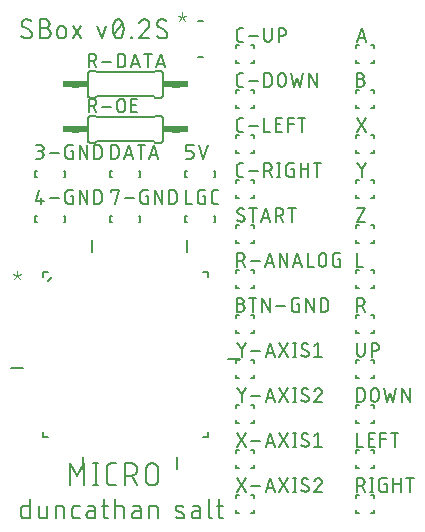
<source format=gbr>
G04 EAGLE Gerber X2 export*
%TF.Part,Single*%
%TF.FileFunction,Legend,Top,1*%
%TF.FilePolarity,Positive*%
%TF.GenerationSoftware,Autodesk,EAGLE,8.6.0*%
%TF.CreationDate,2018-03-08T02:42:11Z*%
G75*
%MOMM*%
%FSLAX34Y34*%
%LPD*%
%AMOC8*
5,1,8,0,0,1.08239X$1,22.5*%
G01*
%ADD10C,0.152400*%
%ADD11C,0.127000*%
%ADD12C,0.076200*%
%ADD13C,0.203200*%
%ADD14C,0.609600*%
%ADD15R,0.863600X0.609600*%


D10*
X20687Y29718D02*
X20687Y13462D01*
X16171Y13462D01*
X16070Y13464D01*
X15969Y13470D01*
X15868Y13479D01*
X15767Y13492D01*
X15667Y13509D01*
X15568Y13530D01*
X15470Y13554D01*
X15373Y13582D01*
X15276Y13614D01*
X15181Y13649D01*
X15088Y13688D01*
X14996Y13730D01*
X14905Y13776D01*
X14817Y13825D01*
X14730Y13877D01*
X14645Y13933D01*
X14562Y13991D01*
X14482Y14053D01*
X14404Y14118D01*
X14328Y14185D01*
X14255Y14255D01*
X14185Y14328D01*
X14118Y14404D01*
X14053Y14482D01*
X13991Y14562D01*
X13933Y14645D01*
X13877Y14730D01*
X13825Y14816D01*
X13776Y14905D01*
X13730Y14996D01*
X13688Y15088D01*
X13649Y15181D01*
X13614Y15276D01*
X13582Y15373D01*
X13554Y15470D01*
X13530Y15568D01*
X13509Y15667D01*
X13492Y15767D01*
X13479Y15868D01*
X13470Y15969D01*
X13464Y16070D01*
X13462Y16171D01*
X13462Y21590D01*
X13464Y21691D01*
X13470Y21792D01*
X13479Y21893D01*
X13492Y21994D01*
X13509Y22094D01*
X13530Y22193D01*
X13554Y22291D01*
X13582Y22388D01*
X13614Y22485D01*
X13649Y22580D01*
X13688Y22673D01*
X13730Y22765D01*
X13776Y22856D01*
X13825Y22944D01*
X13877Y23031D01*
X13933Y23116D01*
X13991Y23199D01*
X14053Y23279D01*
X14118Y23357D01*
X14185Y23433D01*
X14255Y23506D01*
X14328Y23576D01*
X14404Y23643D01*
X14482Y23708D01*
X14562Y23770D01*
X14645Y23828D01*
X14730Y23884D01*
X14817Y23936D01*
X14905Y23985D01*
X14996Y24031D01*
X15088Y24073D01*
X15181Y24112D01*
X15276Y24147D01*
X15373Y24179D01*
X15470Y24207D01*
X15568Y24231D01*
X15667Y24252D01*
X15767Y24269D01*
X15868Y24282D01*
X15969Y24291D01*
X16070Y24297D01*
X16171Y24299D01*
X20687Y24299D01*
X28124Y24299D02*
X28124Y16171D01*
X28125Y16171D02*
X28127Y16070D01*
X28133Y15969D01*
X28142Y15868D01*
X28155Y15767D01*
X28172Y15667D01*
X28193Y15568D01*
X28217Y15470D01*
X28245Y15373D01*
X28277Y15276D01*
X28312Y15181D01*
X28351Y15088D01*
X28393Y14996D01*
X28439Y14905D01*
X28488Y14816D01*
X28540Y14730D01*
X28596Y14645D01*
X28654Y14562D01*
X28716Y14482D01*
X28781Y14404D01*
X28848Y14328D01*
X28918Y14255D01*
X28991Y14185D01*
X29067Y14118D01*
X29145Y14053D01*
X29225Y13991D01*
X29308Y13933D01*
X29393Y13877D01*
X29480Y13825D01*
X29568Y13776D01*
X29659Y13730D01*
X29751Y13688D01*
X29844Y13649D01*
X29939Y13614D01*
X30036Y13582D01*
X30133Y13554D01*
X30231Y13530D01*
X30330Y13509D01*
X30430Y13492D01*
X30531Y13479D01*
X30632Y13470D01*
X30733Y13464D01*
X30834Y13462D01*
X35349Y13462D01*
X35349Y24299D01*
X42714Y24299D02*
X42714Y13462D01*
X42714Y24299D02*
X47229Y24299D01*
X47333Y24297D01*
X47436Y24291D01*
X47540Y24281D01*
X47643Y24267D01*
X47745Y24249D01*
X47846Y24228D01*
X47947Y24202D01*
X48046Y24173D01*
X48145Y24140D01*
X48242Y24103D01*
X48337Y24062D01*
X48431Y24018D01*
X48523Y23970D01*
X48613Y23919D01*
X48702Y23864D01*
X48788Y23806D01*
X48871Y23744D01*
X48953Y23680D01*
X49031Y23612D01*
X49107Y23542D01*
X49181Y23469D01*
X49251Y23392D01*
X49319Y23314D01*
X49383Y23232D01*
X49445Y23149D01*
X49503Y23063D01*
X49558Y22974D01*
X49609Y22884D01*
X49657Y22792D01*
X49701Y22698D01*
X49742Y22603D01*
X49779Y22506D01*
X49812Y22407D01*
X49841Y22308D01*
X49867Y22207D01*
X49888Y22106D01*
X49906Y22004D01*
X49920Y21901D01*
X49930Y21797D01*
X49936Y21694D01*
X49938Y21590D01*
X49938Y13462D01*
X59509Y13462D02*
X63121Y13462D01*
X59509Y13462D02*
X59408Y13464D01*
X59307Y13470D01*
X59206Y13479D01*
X59105Y13492D01*
X59005Y13509D01*
X58906Y13530D01*
X58808Y13554D01*
X58711Y13582D01*
X58614Y13614D01*
X58519Y13649D01*
X58426Y13688D01*
X58334Y13730D01*
X58243Y13776D01*
X58155Y13825D01*
X58068Y13877D01*
X57983Y13933D01*
X57900Y13991D01*
X57820Y14053D01*
X57742Y14118D01*
X57666Y14185D01*
X57593Y14255D01*
X57523Y14328D01*
X57456Y14404D01*
X57391Y14482D01*
X57329Y14562D01*
X57271Y14645D01*
X57215Y14730D01*
X57163Y14816D01*
X57114Y14905D01*
X57068Y14996D01*
X57026Y15088D01*
X56987Y15181D01*
X56952Y15276D01*
X56920Y15373D01*
X56892Y15470D01*
X56868Y15568D01*
X56847Y15667D01*
X56830Y15767D01*
X56817Y15868D01*
X56808Y15969D01*
X56802Y16070D01*
X56800Y16171D01*
X56799Y16171D02*
X56799Y21590D01*
X56800Y21590D02*
X56802Y21691D01*
X56808Y21792D01*
X56817Y21893D01*
X56830Y21994D01*
X56847Y22094D01*
X56868Y22193D01*
X56892Y22291D01*
X56920Y22388D01*
X56952Y22485D01*
X56987Y22580D01*
X57026Y22673D01*
X57068Y22765D01*
X57114Y22856D01*
X57163Y22944D01*
X57215Y23031D01*
X57271Y23116D01*
X57329Y23199D01*
X57391Y23279D01*
X57456Y23357D01*
X57523Y23433D01*
X57593Y23506D01*
X57666Y23576D01*
X57742Y23643D01*
X57820Y23708D01*
X57900Y23770D01*
X57983Y23828D01*
X58068Y23884D01*
X58155Y23936D01*
X58243Y23985D01*
X58334Y24031D01*
X58426Y24073D01*
X58519Y24112D01*
X58614Y24147D01*
X58711Y24179D01*
X58808Y24207D01*
X58906Y24231D01*
X59005Y24252D01*
X59105Y24269D01*
X59206Y24282D01*
X59307Y24291D01*
X59408Y24297D01*
X59509Y24299D01*
X63121Y24299D01*
X71853Y19784D02*
X75917Y19784D01*
X71853Y19784D02*
X71741Y19782D01*
X71630Y19776D01*
X71519Y19766D01*
X71408Y19753D01*
X71298Y19735D01*
X71189Y19713D01*
X71080Y19688D01*
X70972Y19659D01*
X70866Y19626D01*
X70760Y19589D01*
X70656Y19549D01*
X70554Y19505D01*
X70453Y19457D01*
X70354Y19406D01*
X70256Y19351D01*
X70161Y19293D01*
X70068Y19232D01*
X69977Y19167D01*
X69888Y19099D01*
X69802Y19028D01*
X69719Y18955D01*
X69638Y18878D01*
X69559Y18798D01*
X69484Y18716D01*
X69412Y18631D01*
X69342Y18544D01*
X69276Y18454D01*
X69213Y18362D01*
X69153Y18267D01*
X69097Y18171D01*
X69044Y18073D01*
X68995Y17973D01*
X68949Y17871D01*
X68907Y17768D01*
X68868Y17663D01*
X68833Y17557D01*
X68802Y17450D01*
X68775Y17342D01*
X68751Y17233D01*
X68732Y17123D01*
X68716Y17013D01*
X68704Y16902D01*
X68696Y16790D01*
X68692Y16679D01*
X68692Y16567D01*
X68696Y16456D01*
X68704Y16344D01*
X68716Y16233D01*
X68732Y16123D01*
X68751Y16013D01*
X68775Y15904D01*
X68802Y15796D01*
X68833Y15689D01*
X68868Y15583D01*
X68907Y15478D01*
X68949Y15375D01*
X68995Y15273D01*
X69044Y15173D01*
X69097Y15075D01*
X69153Y14979D01*
X69213Y14884D01*
X69276Y14792D01*
X69342Y14702D01*
X69412Y14615D01*
X69484Y14530D01*
X69559Y14448D01*
X69638Y14368D01*
X69719Y14291D01*
X69802Y14218D01*
X69888Y14147D01*
X69977Y14079D01*
X70068Y14014D01*
X70161Y13953D01*
X70256Y13895D01*
X70354Y13840D01*
X70453Y13789D01*
X70554Y13741D01*
X70656Y13697D01*
X70760Y13657D01*
X70866Y13620D01*
X70972Y13587D01*
X71080Y13558D01*
X71189Y13533D01*
X71298Y13511D01*
X71408Y13493D01*
X71519Y13480D01*
X71630Y13470D01*
X71741Y13464D01*
X71853Y13462D01*
X75917Y13462D01*
X75917Y21590D01*
X75915Y21691D01*
X75909Y21792D01*
X75900Y21893D01*
X75887Y21994D01*
X75870Y22094D01*
X75849Y22193D01*
X75825Y22291D01*
X75797Y22388D01*
X75765Y22485D01*
X75730Y22580D01*
X75691Y22673D01*
X75649Y22765D01*
X75603Y22856D01*
X75554Y22945D01*
X75502Y23031D01*
X75446Y23116D01*
X75388Y23199D01*
X75326Y23279D01*
X75261Y23357D01*
X75194Y23433D01*
X75124Y23506D01*
X75051Y23576D01*
X74975Y23643D01*
X74897Y23708D01*
X74817Y23770D01*
X74734Y23828D01*
X74649Y23884D01*
X74563Y23936D01*
X74474Y23985D01*
X74383Y24031D01*
X74291Y24073D01*
X74198Y24112D01*
X74103Y24147D01*
X74006Y24179D01*
X73909Y24207D01*
X73811Y24231D01*
X73712Y24252D01*
X73612Y24269D01*
X73511Y24282D01*
X73410Y24291D01*
X73309Y24297D01*
X73208Y24299D01*
X69595Y24299D01*
X81536Y24299D02*
X86955Y24299D01*
X83343Y29718D02*
X83343Y16171D01*
X83345Y16070D01*
X83351Y15969D01*
X83360Y15868D01*
X83373Y15767D01*
X83390Y15667D01*
X83411Y15568D01*
X83435Y15470D01*
X83463Y15373D01*
X83495Y15276D01*
X83530Y15181D01*
X83569Y15088D01*
X83611Y14996D01*
X83657Y14905D01*
X83706Y14816D01*
X83758Y14730D01*
X83814Y14645D01*
X83872Y14562D01*
X83934Y14482D01*
X83999Y14404D01*
X84066Y14328D01*
X84136Y14255D01*
X84209Y14185D01*
X84285Y14118D01*
X84363Y14053D01*
X84443Y13991D01*
X84526Y13933D01*
X84611Y13877D01*
X84698Y13825D01*
X84786Y13776D01*
X84877Y13730D01*
X84969Y13688D01*
X85062Y13649D01*
X85157Y13614D01*
X85254Y13582D01*
X85351Y13554D01*
X85449Y13530D01*
X85548Y13509D01*
X85648Y13492D01*
X85749Y13479D01*
X85850Y13470D01*
X85951Y13464D01*
X86052Y13462D01*
X86955Y13462D01*
X93254Y13462D02*
X93254Y29718D01*
X93254Y24299D02*
X97770Y24299D01*
X97874Y24297D01*
X97977Y24291D01*
X98081Y24281D01*
X98184Y24267D01*
X98286Y24249D01*
X98387Y24228D01*
X98488Y24202D01*
X98587Y24173D01*
X98686Y24140D01*
X98783Y24103D01*
X98878Y24062D01*
X98972Y24018D01*
X99064Y23970D01*
X99154Y23919D01*
X99243Y23864D01*
X99329Y23806D01*
X99412Y23744D01*
X99494Y23680D01*
X99572Y23612D01*
X99648Y23542D01*
X99722Y23469D01*
X99792Y23392D01*
X99860Y23314D01*
X99924Y23232D01*
X99986Y23149D01*
X100044Y23063D01*
X100099Y22974D01*
X100150Y22884D01*
X100198Y22792D01*
X100242Y22698D01*
X100283Y22603D01*
X100320Y22506D01*
X100353Y22407D01*
X100382Y22308D01*
X100408Y22207D01*
X100429Y22106D01*
X100447Y22004D01*
X100461Y21901D01*
X100471Y21797D01*
X100477Y21694D01*
X100479Y21590D01*
X100479Y13462D01*
X110410Y19784D02*
X114474Y19784D01*
X110410Y19784D02*
X110298Y19782D01*
X110187Y19776D01*
X110076Y19766D01*
X109965Y19753D01*
X109855Y19735D01*
X109746Y19713D01*
X109637Y19688D01*
X109529Y19659D01*
X109423Y19626D01*
X109317Y19589D01*
X109213Y19549D01*
X109111Y19505D01*
X109010Y19457D01*
X108911Y19406D01*
X108813Y19351D01*
X108718Y19293D01*
X108625Y19232D01*
X108534Y19167D01*
X108445Y19099D01*
X108359Y19028D01*
X108276Y18955D01*
X108195Y18878D01*
X108116Y18798D01*
X108041Y18716D01*
X107969Y18631D01*
X107899Y18544D01*
X107833Y18454D01*
X107770Y18362D01*
X107710Y18267D01*
X107654Y18171D01*
X107601Y18073D01*
X107552Y17973D01*
X107506Y17871D01*
X107464Y17768D01*
X107425Y17663D01*
X107390Y17557D01*
X107359Y17450D01*
X107332Y17342D01*
X107308Y17233D01*
X107289Y17123D01*
X107273Y17013D01*
X107261Y16902D01*
X107253Y16790D01*
X107249Y16679D01*
X107249Y16567D01*
X107253Y16456D01*
X107261Y16344D01*
X107273Y16233D01*
X107289Y16123D01*
X107308Y16013D01*
X107332Y15904D01*
X107359Y15796D01*
X107390Y15689D01*
X107425Y15583D01*
X107464Y15478D01*
X107506Y15375D01*
X107552Y15273D01*
X107601Y15173D01*
X107654Y15075D01*
X107710Y14979D01*
X107770Y14884D01*
X107833Y14792D01*
X107899Y14702D01*
X107969Y14615D01*
X108041Y14530D01*
X108116Y14448D01*
X108195Y14368D01*
X108276Y14291D01*
X108359Y14218D01*
X108445Y14147D01*
X108534Y14079D01*
X108625Y14014D01*
X108718Y13953D01*
X108813Y13895D01*
X108911Y13840D01*
X109010Y13789D01*
X109111Y13741D01*
X109213Y13697D01*
X109317Y13657D01*
X109423Y13620D01*
X109529Y13587D01*
X109637Y13558D01*
X109746Y13533D01*
X109855Y13511D01*
X109965Y13493D01*
X110076Y13480D01*
X110187Y13470D01*
X110298Y13464D01*
X110410Y13462D01*
X114474Y13462D01*
X114474Y21590D01*
X114472Y21691D01*
X114466Y21792D01*
X114457Y21893D01*
X114444Y21994D01*
X114427Y22094D01*
X114406Y22193D01*
X114382Y22291D01*
X114354Y22388D01*
X114322Y22485D01*
X114287Y22580D01*
X114248Y22673D01*
X114206Y22765D01*
X114160Y22856D01*
X114111Y22945D01*
X114059Y23031D01*
X114003Y23116D01*
X113945Y23199D01*
X113883Y23279D01*
X113818Y23357D01*
X113751Y23433D01*
X113681Y23506D01*
X113608Y23576D01*
X113532Y23643D01*
X113454Y23708D01*
X113374Y23770D01*
X113291Y23828D01*
X113206Y23884D01*
X113120Y23936D01*
X113031Y23985D01*
X112940Y24031D01*
X112848Y24073D01*
X112755Y24112D01*
X112660Y24147D01*
X112563Y24179D01*
X112466Y24207D01*
X112368Y24231D01*
X112269Y24252D01*
X112169Y24269D01*
X112068Y24282D01*
X111967Y24291D01*
X111866Y24297D01*
X111765Y24299D01*
X108152Y24299D01*
X121912Y24299D02*
X121912Y13462D01*
X121912Y24299D02*
X126427Y24299D01*
X126531Y24297D01*
X126634Y24291D01*
X126738Y24281D01*
X126841Y24267D01*
X126943Y24249D01*
X127044Y24228D01*
X127145Y24202D01*
X127244Y24173D01*
X127343Y24140D01*
X127440Y24103D01*
X127535Y24062D01*
X127629Y24018D01*
X127721Y23970D01*
X127811Y23919D01*
X127900Y23864D01*
X127986Y23806D01*
X128069Y23744D01*
X128151Y23680D01*
X128229Y23612D01*
X128305Y23542D01*
X128379Y23469D01*
X128449Y23392D01*
X128517Y23314D01*
X128581Y23232D01*
X128643Y23149D01*
X128701Y23063D01*
X128756Y22974D01*
X128807Y22884D01*
X128855Y22792D01*
X128899Y22698D01*
X128940Y22603D01*
X128977Y22506D01*
X129010Y22407D01*
X129039Y22308D01*
X129065Y22207D01*
X129086Y22106D01*
X129104Y22004D01*
X129118Y21901D01*
X129128Y21797D01*
X129134Y21694D01*
X129136Y21590D01*
X129137Y21590D02*
X129137Y13462D01*
X145671Y19784D02*
X150187Y17978D01*
X145671Y19784D02*
X145583Y19821D01*
X145497Y19862D01*
X145412Y19906D01*
X145329Y19954D01*
X145249Y20005D01*
X145170Y20059D01*
X145094Y20117D01*
X145020Y20177D01*
X144948Y20241D01*
X144880Y20307D01*
X144814Y20377D01*
X144751Y20448D01*
X144690Y20523D01*
X144633Y20599D01*
X144580Y20678D01*
X144529Y20759D01*
X144482Y20842D01*
X144438Y20927D01*
X144398Y21014D01*
X144361Y21102D01*
X144328Y21192D01*
X144298Y21283D01*
X144273Y21375D01*
X144251Y21468D01*
X144233Y21562D01*
X144218Y21656D01*
X144208Y21751D01*
X144202Y21847D01*
X144199Y21942D01*
X144200Y22038D01*
X144206Y22133D01*
X144215Y22229D01*
X144228Y22323D01*
X144244Y22417D01*
X144265Y22511D01*
X144290Y22603D01*
X144318Y22694D01*
X144350Y22784D01*
X144385Y22873D01*
X144424Y22960D01*
X144467Y23046D01*
X144513Y23130D01*
X144563Y23211D01*
X144615Y23291D01*
X144671Y23369D01*
X144731Y23444D01*
X144793Y23516D01*
X144858Y23586D01*
X144926Y23654D01*
X144996Y23718D01*
X145069Y23780D01*
X145145Y23838D01*
X145223Y23894D01*
X145303Y23946D01*
X145385Y23995D01*
X145469Y24040D01*
X145555Y24082D01*
X145642Y24121D01*
X145731Y24156D01*
X145822Y24187D01*
X145913Y24214D01*
X146006Y24238D01*
X146099Y24258D01*
X146193Y24274D01*
X146288Y24286D01*
X146383Y24295D01*
X146479Y24299D01*
X146574Y24300D01*
X146821Y24293D01*
X147067Y24281D01*
X147313Y24263D01*
X147559Y24238D01*
X147803Y24208D01*
X148047Y24172D01*
X148290Y24131D01*
X148532Y24083D01*
X148773Y24029D01*
X149012Y23970D01*
X149250Y23905D01*
X149486Y23834D01*
X149721Y23758D01*
X149954Y23676D01*
X150184Y23588D01*
X150412Y23495D01*
X150639Y23397D01*
X150187Y17977D02*
X150275Y17940D01*
X150361Y17899D01*
X150446Y17855D01*
X150529Y17807D01*
X150609Y17756D01*
X150688Y17702D01*
X150764Y17644D01*
X150838Y17584D01*
X150910Y17520D01*
X150978Y17454D01*
X151044Y17384D01*
X151107Y17313D01*
X151168Y17238D01*
X151225Y17162D01*
X151278Y17083D01*
X151329Y17002D01*
X151376Y16919D01*
X151420Y16834D01*
X151460Y16747D01*
X151497Y16659D01*
X151530Y16569D01*
X151560Y16478D01*
X151585Y16386D01*
X151607Y16293D01*
X151625Y16199D01*
X151640Y16105D01*
X151650Y16010D01*
X151656Y15914D01*
X151659Y15819D01*
X151658Y15723D01*
X151652Y15628D01*
X151643Y15532D01*
X151630Y15438D01*
X151614Y15344D01*
X151593Y15250D01*
X151568Y15158D01*
X151540Y15067D01*
X151508Y14977D01*
X151473Y14888D01*
X151434Y14801D01*
X151391Y14715D01*
X151345Y14631D01*
X151295Y14550D01*
X151243Y14470D01*
X151187Y14392D01*
X151127Y14317D01*
X151065Y14245D01*
X151000Y14175D01*
X150932Y14107D01*
X150862Y14043D01*
X150789Y13981D01*
X150713Y13923D01*
X150635Y13867D01*
X150555Y13815D01*
X150473Y13766D01*
X150389Y13721D01*
X150303Y13679D01*
X150216Y13640D01*
X150127Y13605D01*
X150036Y13574D01*
X149945Y13547D01*
X149852Y13523D01*
X149759Y13503D01*
X149665Y13487D01*
X149570Y13475D01*
X149475Y13466D01*
X149379Y13462D01*
X149284Y13461D01*
X149283Y13462D02*
X148921Y13471D01*
X148559Y13489D01*
X148198Y13516D01*
X147838Y13551D01*
X147478Y13594D01*
X147119Y13646D01*
X146762Y13707D01*
X146407Y13776D01*
X146053Y13853D01*
X145701Y13939D01*
X145351Y14033D01*
X145003Y14136D01*
X144658Y14246D01*
X144316Y14365D01*
X160951Y19784D02*
X165015Y19784D01*
X160951Y19784D02*
X160839Y19782D01*
X160728Y19776D01*
X160617Y19766D01*
X160506Y19753D01*
X160396Y19735D01*
X160287Y19713D01*
X160178Y19688D01*
X160070Y19659D01*
X159964Y19626D01*
X159858Y19589D01*
X159754Y19549D01*
X159652Y19505D01*
X159551Y19457D01*
X159452Y19406D01*
X159354Y19351D01*
X159259Y19293D01*
X159166Y19232D01*
X159075Y19167D01*
X158986Y19099D01*
X158900Y19028D01*
X158817Y18955D01*
X158736Y18878D01*
X158657Y18798D01*
X158582Y18716D01*
X158510Y18631D01*
X158440Y18544D01*
X158374Y18454D01*
X158311Y18362D01*
X158251Y18267D01*
X158195Y18171D01*
X158142Y18073D01*
X158093Y17973D01*
X158047Y17871D01*
X158005Y17768D01*
X157966Y17663D01*
X157931Y17557D01*
X157900Y17450D01*
X157873Y17342D01*
X157849Y17233D01*
X157830Y17123D01*
X157814Y17013D01*
X157802Y16902D01*
X157794Y16790D01*
X157790Y16679D01*
X157790Y16567D01*
X157794Y16456D01*
X157802Y16344D01*
X157814Y16233D01*
X157830Y16123D01*
X157849Y16013D01*
X157873Y15904D01*
X157900Y15796D01*
X157931Y15689D01*
X157966Y15583D01*
X158005Y15478D01*
X158047Y15375D01*
X158093Y15273D01*
X158142Y15173D01*
X158195Y15075D01*
X158251Y14979D01*
X158311Y14884D01*
X158374Y14792D01*
X158440Y14702D01*
X158510Y14615D01*
X158582Y14530D01*
X158657Y14448D01*
X158736Y14368D01*
X158817Y14291D01*
X158900Y14218D01*
X158986Y14147D01*
X159075Y14079D01*
X159166Y14014D01*
X159259Y13953D01*
X159354Y13895D01*
X159452Y13840D01*
X159551Y13789D01*
X159652Y13741D01*
X159754Y13697D01*
X159858Y13657D01*
X159964Y13620D01*
X160070Y13587D01*
X160178Y13558D01*
X160287Y13533D01*
X160396Y13511D01*
X160506Y13493D01*
X160617Y13480D01*
X160728Y13470D01*
X160839Y13464D01*
X160951Y13462D01*
X165015Y13462D01*
X165015Y21590D01*
X165013Y21691D01*
X165007Y21792D01*
X164998Y21893D01*
X164985Y21994D01*
X164968Y22094D01*
X164947Y22193D01*
X164923Y22291D01*
X164895Y22388D01*
X164863Y22485D01*
X164828Y22580D01*
X164789Y22673D01*
X164747Y22765D01*
X164701Y22856D01*
X164652Y22945D01*
X164600Y23031D01*
X164544Y23116D01*
X164486Y23199D01*
X164424Y23279D01*
X164359Y23357D01*
X164292Y23433D01*
X164222Y23506D01*
X164149Y23576D01*
X164073Y23643D01*
X163995Y23708D01*
X163915Y23770D01*
X163832Y23828D01*
X163747Y23884D01*
X163661Y23936D01*
X163572Y23985D01*
X163481Y24031D01*
X163389Y24073D01*
X163296Y24112D01*
X163201Y24147D01*
X163104Y24179D01*
X163007Y24207D01*
X162909Y24231D01*
X162810Y24252D01*
X162710Y24269D01*
X162609Y24282D01*
X162508Y24291D01*
X162407Y24297D01*
X162306Y24299D01*
X158693Y24299D01*
X172168Y29718D02*
X172168Y16171D01*
X172169Y16171D02*
X172171Y16070D01*
X172177Y15969D01*
X172186Y15868D01*
X172199Y15767D01*
X172216Y15667D01*
X172237Y15568D01*
X172261Y15470D01*
X172289Y15373D01*
X172321Y15276D01*
X172356Y15181D01*
X172395Y15088D01*
X172437Y14996D01*
X172483Y14905D01*
X172532Y14816D01*
X172584Y14730D01*
X172640Y14645D01*
X172698Y14562D01*
X172760Y14482D01*
X172825Y14404D01*
X172892Y14328D01*
X172962Y14255D01*
X173035Y14185D01*
X173111Y14118D01*
X173189Y14053D01*
X173269Y13991D01*
X173352Y13933D01*
X173437Y13877D01*
X173524Y13825D01*
X173612Y13776D01*
X173703Y13730D01*
X173795Y13688D01*
X173888Y13649D01*
X173983Y13614D01*
X174080Y13582D01*
X174177Y13554D01*
X174275Y13530D01*
X174374Y13509D01*
X174474Y13492D01*
X174575Y13479D01*
X174676Y13470D01*
X174777Y13464D01*
X174878Y13462D01*
X178971Y24299D02*
X184390Y24299D01*
X180777Y29718D02*
X180777Y16171D01*
X180779Y16070D01*
X180785Y15969D01*
X180794Y15868D01*
X180807Y15767D01*
X180824Y15667D01*
X180845Y15568D01*
X180869Y15470D01*
X180897Y15373D01*
X180929Y15276D01*
X180964Y15181D01*
X181003Y15088D01*
X181045Y14996D01*
X181091Y14905D01*
X181140Y14816D01*
X181192Y14730D01*
X181248Y14645D01*
X181306Y14562D01*
X181368Y14482D01*
X181433Y14404D01*
X181500Y14328D01*
X181570Y14255D01*
X181643Y14185D01*
X181719Y14118D01*
X181797Y14053D01*
X181877Y13991D01*
X181960Y13933D01*
X182045Y13877D01*
X182132Y13825D01*
X182220Y13776D01*
X182311Y13730D01*
X182403Y13688D01*
X182496Y13649D01*
X182591Y13614D01*
X182688Y13582D01*
X182785Y13554D01*
X182883Y13530D01*
X182982Y13509D01*
X183082Y13492D01*
X183183Y13479D01*
X183284Y13470D01*
X183385Y13464D01*
X183486Y13462D01*
X184390Y13462D01*
X18881Y419862D02*
X18999Y419864D01*
X19117Y419870D01*
X19235Y419879D01*
X19352Y419893D01*
X19469Y419910D01*
X19586Y419931D01*
X19701Y419956D01*
X19816Y419985D01*
X19930Y420018D01*
X20042Y420054D01*
X20153Y420094D01*
X20263Y420137D01*
X20372Y420184D01*
X20479Y420234D01*
X20584Y420289D01*
X20687Y420346D01*
X20788Y420407D01*
X20888Y420471D01*
X20985Y420538D01*
X21080Y420608D01*
X21172Y420682D01*
X21263Y420758D01*
X21350Y420838D01*
X21435Y420920D01*
X21517Y421005D01*
X21597Y421092D01*
X21673Y421183D01*
X21747Y421275D01*
X21817Y421370D01*
X21884Y421467D01*
X21948Y421567D01*
X22009Y421668D01*
X22066Y421771D01*
X22121Y421876D01*
X22171Y421983D01*
X22218Y422092D01*
X22261Y422202D01*
X22301Y422313D01*
X22337Y422425D01*
X22370Y422539D01*
X22399Y422654D01*
X22424Y422769D01*
X22445Y422886D01*
X22462Y423003D01*
X22476Y423120D01*
X22485Y423238D01*
X22491Y423356D01*
X22493Y423474D01*
X18881Y419862D02*
X18698Y419864D01*
X18516Y419871D01*
X18334Y419882D01*
X18152Y419897D01*
X17970Y419917D01*
X17789Y419940D01*
X17609Y419969D01*
X17429Y420001D01*
X17250Y420038D01*
X17073Y420079D01*
X16896Y420125D01*
X16720Y420174D01*
X16546Y420228D01*
X16372Y420286D01*
X16201Y420348D01*
X16031Y420414D01*
X15862Y420485D01*
X15695Y420559D01*
X15530Y420637D01*
X15367Y420719D01*
X15206Y420805D01*
X15047Y420895D01*
X14890Y420989D01*
X14736Y421086D01*
X14584Y421187D01*
X14434Y421292D01*
X14287Y421400D01*
X14143Y421511D01*
X14001Y421626D01*
X13862Y421745D01*
X13726Y421867D01*
X13593Y421992D01*
X13463Y422120D01*
X13914Y432506D02*
X13916Y432624D01*
X13922Y432742D01*
X13931Y432860D01*
X13945Y432977D01*
X13962Y433094D01*
X13983Y433211D01*
X14008Y433326D01*
X14037Y433441D01*
X14070Y433555D01*
X14106Y433667D01*
X14146Y433778D01*
X14189Y433888D01*
X14236Y433997D01*
X14286Y434104D01*
X14341Y434209D01*
X14398Y434312D01*
X14459Y434413D01*
X14523Y434513D01*
X14590Y434610D01*
X14660Y434705D01*
X14734Y434797D01*
X14810Y434888D01*
X14890Y434975D01*
X14972Y435060D01*
X15057Y435142D01*
X15144Y435222D01*
X15235Y435298D01*
X15327Y435372D01*
X15422Y435442D01*
X15519Y435509D01*
X15619Y435573D01*
X15720Y435634D01*
X15823Y435692D01*
X15928Y435746D01*
X16035Y435796D01*
X16144Y435843D01*
X16254Y435887D01*
X16365Y435926D01*
X16478Y435962D01*
X16591Y435995D01*
X16706Y436024D01*
X16821Y436049D01*
X16938Y436070D01*
X17055Y436087D01*
X17172Y436101D01*
X17290Y436110D01*
X17408Y436116D01*
X17526Y436118D01*
X17687Y436116D01*
X17849Y436110D01*
X18010Y436101D01*
X18171Y436087D01*
X18331Y436070D01*
X18491Y436049D01*
X18651Y436024D01*
X18810Y435995D01*
X18968Y435963D01*
X19125Y435927D01*
X19281Y435887D01*
X19437Y435843D01*
X19591Y435795D01*
X19744Y435744D01*
X19896Y435690D01*
X20047Y435631D01*
X20196Y435570D01*
X20343Y435504D01*
X20489Y435435D01*
X20634Y435363D01*
X20776Y435287D01*
X20917Y435208D01*
X21056Y435126D01*
X21192Y435040D01*
X21327Y434951D01*
X21460Y434859D01*
X21590Y434763D01*
X15719Y429345D02*
X15618Y429407D01*
X15518Y429472D01*
X15421Y429541D01*
X15326Y429613D01*
X15233Y429687D01*
X15143Y429765D01*
X15055Y429846D01*
X14970Y429929D01*
X14888Y430015D01*
X14809Y430104D01*
X14732Y430195D01*
X14659Y430289D01*
X14588Y430385D01*
X14521Y430483D01*
X14457Y430583D01*
X14396Y430686D01*
X14339Y430790D01*
X14285Y430896D01*
X14235Y431004D01*
X14188Y431113D01*
X14144Y431224D01*
X14104Y431336D01*
X14068Y431450D01*
X14036Y431564D01*
X14007Y431680D01*
X13982Y431796D01*
X13961Y431913D01*
X13944Y432031D01*
X13930Y432149D01*
X13921Y432268D01*
X13915Y432387D01*
X13913Y432506D01*
X20687Y426635D02*
X20788Y426573D01*
X20888Y426508D01*
X20985Y426439D01*
X21080Y426367D01*
X21173Y426293D01*
X21263Y426215D01*
X21351Y426134D01*
X21436Y426051D01*
X21518Y425965D01*
X21597Y425876D01*
X21674Y425785D01*
X21747Y425691D01*
X21818Y425595D01*
X21885Y425497D01*
X21949Y425397D01*
X22010Y425294D01*
X22067Y425190D01*
X22121Y425084D01*
X22171Y424976D01*
X22218Y424867D01*
X22262Y424756D01*
X22302Y424644D01*
X22338Y424530D01*
X22370Y424416D01*
X22399Y424300D01*
X22424Y424184D01*
X22445Y424067D01*
X22462Y423949D01*
X22476Y423831D01*
X22485Y423712D01*
X22491Y423593D01*
X22493Y423474D01*
X20687Y426635D02*
X15720Y429345D01*
X29304Y428893D02*
X33820Y428893D01*
X33820Y428894D02*
X33953Y428892D01*
X34085Y428886D01*
X34217Y428876D01*
X34349Y428863D01*
X34481Y428845D01*
X34611Y428824D01*
X34742Y428799D01*
X34871Y428770D01*
X34999Y428737D01*
X35127Y428701D01*
X35253Y428661D01*
X35378Y428617D01*
X35502Y428569D01*
X35624Y428518D01*
X35745Y428463D01*
X35864Y428405D01*
X35982Y428343D01*
X36097Y428278D01*
X36211Y428209D01*
X36322Y428138D01*
X36431Y428062D01*
X36538Y427984D01*
X36643Y427903D01*
X36745Y427818D01*
X36845Y427731D01*
X36942Y427641D01*
X37037Y427548D01*
X37128Y427452D01*
X37217Y427354D01*
X37303Y427253D01*
X37386Y427149D01*
X37466Y427043D01*
X37542Y426935D01*
X37616Y426825D01*
X37686Y426712D01*
X37753Y426598D01*
X37816Y426481D01*
X37876Y426363D01*
X37933Y426243D01*
X37986Y426121D01*
X38035Y425998D01*
X38081Y425874D01*
X38123Y425748D01*
X38161Y425621D01*
X38196Y425493D01*
X38227Y425364D01*
X38254Y425235D01*
X38277Y425104D01*
X38297Y424973D01*
X38312Y424841D01*
X38324Y424709D01*
X38332Y424577D01*
X38336Y424444D01*
X38336Y424312D01*
X38332Y424179D01*
X38324Y424047D01*
X38312Y423915D01*
X38297Y423783D01*
X38277Y423652D01*
X38254Y423521D01*
X38227Y423392D01*
X38196Y423263D01*
X38161Y423135D01*
X38123Y423008D01*
X38081Y422882D01*
X38035Y422758D01*
X37986Y422635D01*
X37933Y422513D01*
X37876Y422393D01*
X37816Y422275D01*
X37753Y422158D01*
X37686Y422044D01*
X37616Y421931D01*
X37542Y421821D01*
X37466Y421713D01*
X37386Y421607D01*
X37303Y421503D01*
X37217Y421402D01*
X37128Y421304D01*
X37037Y421208D01*
X36942Y421115D01*
X36845Y421025D01*
X36745Y420938D01*
X36643Y420853D01*
X36538Y420772D01*
X36431Y420694D01*
X36322Y420618D01*
X36211Y420547D01*
X36097Y420478D01*
X35982Y420413D01*
X35864Y420351D01*
X35745Y420293D01*
X35624Y420238D01*
X35502Y420187D01*
X35378Y420139D01*
X35253Y420095D01*
X35127Y420055D01*
X34999Y420019D01*
X34871Y419986D01*
X34742Y419957D01*
X34611Y419932D01*
X34481Y419911D01*
X34349Y419893D01*
X34217Y419880D01*
X34085Y419870D01*
X33953Y419864D01*
X33820Y419862D01*
X29304Y419862D01*
X29304Y436118D01*
X33820Y436118D01*
X33939Y436116D01*
X34059Y436110D01*
X34178Y436100D01*
X34296Y436086D01*
X34415Y436069D01*
X34532Y436047D01*
X34649Y436022D01*
X34764Y435992D01*
X34879Y435959D01*
X34993Y435922D01*
X35105Y435882D01*
X35216Y435837D01*
X35325Y435789D01*
X35433Y435738D01*
X35539Y435683D01*
X35643Y435624D01*
X35745Y435562D01*
X35845Y435497D01*
X35943Y435428D01*
X36039Y435356D01*
X36132Y435281D01*
X36222Y435204D01*
X36310Y435123D01*
X36395Y435039D01*
X36477Y434952D01*
X36557Y434863D01*
X36633Y434771D01*
X36707Y434677D01*
X36777Y434580D01*
X36844Y434482D01*
X36908Y434381D01*
X36968Y434277D01*
X37025Y434172D01*
X37078Y434065D01*
X37128Y433957D01*
X37174Y433847D01*
X37216Y433735D01*
X37255Y433622D01*
X37290Y433508D01*
X37321Y433393D01*
X37349Y433276D01*
X37372Y433159D01*
X37392Y433042D01*
X37408Y432923D01*
X37420Y432804D01*
X37428Y432685D01*
X37432Y432566D01*
X37432Y432446D01*
X37428Y432327D01*
X37420Y432208D01*
X37408Y432089D01*
X37392Y431970D01*
X37372Y431853D01*
X37349Y431736D01*
X37321Y431619D01*
X37290Y431504D01*
X37255Y431390D01*
X37216Y431277D01*
X37174Y431165D01*
X37128Y431055D01*
X37078Y430947D01*
X37025Y430840D01*
X36968Y430735D01*
X36908Y430631D01*
X36844Y430530D01*
X36777Y430432D01*
X36707Y430335D01*
X36633Y430241D01*
X36557Y430149D01*
X36477Y430060D01*
X36395Y429973D01*
X36310Y429889D01*
X36222Y429808D01*
X36132Y429731D01*
X36039Y429656D01*
X35943Y429584D01*
X35845Y429515D01*
X35745Y429450D01*
X35643Y429388D01*
X35539Y429329D01*
X35433Y429274D01*
X35325Y429223D01*
X35216Y429175D01*
X35105Y429130D01*
X34993Y429090D01*
X34879Y429053D01*
X34764Y429020D01*
X34649Y428990D01*
X34532Y428965D01*
X34415Y428943D01*
X34296Y428926D01*
X34178Y428912D01*
X34059Y428902D01*
X33939Y428896D01*
X33820Y428894D01*
X44064Y427087D02*
X44064Y423474D01*
X44065Y427087D02*
X44067Y427206D01*
X44073Y427326D01*
X44083Y427445D01*
X44097Y427563D01*
X44114Y427682D01*
X44136Y427799D01*
X44161Y427916D01*
X44191Y428031D01*
X44224Y428146D01*
X44261Y428260D01*
X44301Y428372D01*
X44346Y428483D01*
X44394Y428592D01*
X44445Y428700D01*
X44500Y428806D01*
X44559Y428910D01*
X44621Y429012D01*
X44686Y429112D01*
X44755Y429210D01*
X44827Y429306D01*
X44902Y429399D01*
X44979Y429489D01*
X45060Y429577D01*
X45144Y429662D01*
X45231Y429744D01*
X45320Y429824D01*
X45412Y429900D01*
X45506Y429974D01*
X45603Y430044D01*
X45701Y430111D01*
X45802Y430175D01*
X45906Y430235D01*
X46011Y430292D01*
X46118Y430345D01*
X46226Y430395D01*
X46336Y430441D01*
X46448Y430483D01*
X46561Y430522D01*
X46675Y430557D01*
X46790Y430588D01*
X46907Y430616D01*
X47024Y430639D01*
X47141Y430659D01*
X47260Y430675D01*
X47379Y430687D01*
X47498Y430695D01*
X47617Y430699D01*
X47737Y430699D01*
X47856Y430695D01*
X47975Y430687D01*
X48094Y430675D01*
X48213Y430659D01*
X48330Y430639D01*
X48447Y430616D01*
X48564Y430588D01*
X48679Y430557D01*
X48793Y430522D01*
X48906Y430483D01*
X49018Y430441D01*
X49128Y430395D01*
X49236Y430345D01*
X49343Y430292D01*
X49448Y430235D01*
X49552Y430175D01*
X49653Y430111D01*
X49751Y430044D01*
X49848Y429974D01*
X49942Y429900D01*
X50034Y429824D01*
X50123Y429744D01*
X50210Y429662D01*
X50294Y429577D01*
X50375Y429489D01*
X50452Y429399D01*
X50527Y429306D01*
X50599Y429210D01*
X50668Y429112D01*
X50733Y429012D01*
X50795Y428910D01*
X50854Y428806D01*
X50909Y428700D01*
X50960Y428592D01*
X51008Y428483D01*
X51053Y428372D01*
X51093Y428260D01*
X51130Y428146D01*
X51163Y428031D01*
X51193Y427916D01*
X51218Y427799D01*
X51240Y427682D01*
X51257Y427563D01*
X51271Y427445D01*
X51281Y427326D01*
X51287Y427206D01*
X51289Y427087D01*
X51289Y423474D01*
X51287Y423355D01*
X51281Y423235D01*
X51271Y423116D01*
X51257Y422998D01*
X51240Y422879D01*
X51218Y422762D01*
X51193Y422645D01*
X51163Y422530D01*
X51130Y422415D01*
X51093Y422301D01*
X51053Y422189D01*
X51008Y422078D01*
X50960Y421969D01*
X50909Y421861D01*
X50854Y421755D01*
X50795Y421651D01*
X50733Y421549D01*
X50668Y421449D01*
X50599Y421351D01*
X50527Y421255D01*
X50452Y421162D01*
X50375Y421072D01*
X50294Y420984D01*
X50210Y420899D01*
X50123Y420817D01*
X50034Y420737D01*
X49942Y420661D01*
X49848Y420587D01*
X49751Y420517D01*
X49653Y420450D01*
X49552Y420386D01*
X49448Y420326D01*
X49343Y420269D01*
X49236Y420216D01*
X49128Y420166D01*
X49018Y420120D01*
X48906Y420078D01*
X48793Y420039D01*
X48679Y420004D01*
X48564Y419973D01*
X48447Y419945D01*
X48330Y419922D01*
X48213Y419902D01*
X48094Y419886D01*
X47975Y419874D01*
X47856Y419866D01*
X47737Y419862D01*
X47617Y419862D01*
X47498Y419866D01*
X47379Y419874D01*
X47260Y419886D01*
X47141Y419902D01*
X47024Y419922D01*
X46907Y419945D01*
X46790Y419973D01*
X46675Y420004D01*
X46561Y420039D01*
X46448Y420078D01*
X46336Y420120D01*
X46226Y420166D01*
X46118Y420216D01*
X46011Y420269D01*
X45906Y420326D01*
X45802Y420386D01*
X45701Y420450D01*
X45603Y420517D01*
X45506Y420587D01*
X45412Y420661D01*
X45320Y420737D01*
X45231Y420817D01*
X45144Y420899D01*
X45060Y420984D01*
X44979Y421072D01*
X44902Y421162D01*
X44827Y421255D01*
X44755Y421351D01*
X44686Y421449D01*
X44621Y421549D01*
X44559Y421651D01*
X44500Y421755D01*
X44445Y421861D01*
X44394Y421969D01*
X44346Y422078D01*
X44301Y422189D01*
X44261Y422301D01*
X44224Y422415D01*
X44191Y422530D01*
X44161Y422645D01*
X44136Y422762D01*
X44114Y422879D01*
X44097Y422998D01*
X44083Y423116D01*
X44073Y423235D01*
X44067Y423355D01*
X44065Y423474D01*
X57090Y419862D02*
X64315Y430699D01*
X57090Y430699D02*
X64315Y419862D01*
X81544Y419862D02*
X77932Y430699D01*
X85157Y430699D02*
X81544Y419862D01*
X91097Y427990D02*
X91101Y428310D01*
X91112Y428629D01*
X91131Y428949D01*
X91158Y429267D01*
X91192Y429585D01*
X91234Y429902D01*
X91284Y430218D01*
X91341Y430533D01*
X91405Y430846D01*
X91477Y431158D01*
X91556Y431468D01*
X91643Y431775D01*
X91737Y432081D01*
X91838Y432384D01*
X91947Y432685D01*
X92062Y432983D01*
X92185Y433279D01*
X92315Y433571D01*
X92452Y433860D01*
X92452Y433861D02*
X92491Y433969D01*
X92534Y434076D01*
X92580Y434181D01*
X92631Y434285D01*
X92684Y434387D01*
X92741Y434487D01*
X92802Y434585D01*
X92866Y434680D01*
X92933Y434774D01*
X93004Y434865D01*
X93077Y434954D01*
X93154Y435040D01*
X93233Y435123D01*
X93315Y435204D01*
X93400Y435282D01*
X93488Y435356D01*
X93578Y435428D01*
X93670Y435496D01*
X93765Y435562D01*
X93862Y435624D01*
X93961Y435682D01*
X94063Y435738D01*
X94165Y435789D01*
X94270Y435837D01*
X94376Y435882D01*
X94484Y435923D01*
X94593Y435960D01*
X94703Y435993D01*
X94815Y436022D01*
X94927Y436048D01*
X95040Y436070D01*
X95154Y436087D01*
X95268Y436101D01*
X95383Y436111D01*
X95498Y436117D01*
X95613Y436119D01*
X95613Y436118D02*
X95728Y436116D01*
X95843Y436110D01*
X95958Y436100D01*
X96072Y436086D01*
X96186Y436069D01*
X96299Y436047D01*
X96411Y436021D01*
X96523Y435992D01*
X96633Y435959D01*
X96742Y435922D01*
X96850Y435881D01*
X96956Y435836D01*
X97061Y435788D01*
X97163Y435737D01*
X97264Y435681D01*
X97364Y435623D01*
X97461Y435561D01*
X97555Y435496D01*
X97648Y435427D01*
X97738Y435355D01*
X97826Y435281D01*
X97911Y435203D01*
X97993Y435122D01*
X98072Y435039D01*
X98149Y434953D01*
X98222Y434864D01*
X98293Y434773D01*
X98360Y434679D01*
X98424Y434584D01*
X98485Y434486D01*
X98542Y434386D01*
X98595Y434284D01*
X98646Y434180D01*
X98692Y434075D01*
X98735Y433968D01*
X98774Y433860D01*
X98773Y433860D02*
X98910Y433571D01*
X99040Y433279D01*
X99163Y432983D01*
X99278Y432685D01*
X99387Y432384D01*
X99488Y432081D01*
X99582Y431775D01*
X99669Y431468D01*
X99748Y431158D01*
X99820Y430846D01*
X99884Y430533D01*
X99941Y430218D01*
X99991Y429902D01*
X100033Y429585D01*
X100067Y429267D01*
X100094Y428949D01*
X100113Y428629D01*
X100124Y428310D01*
X100128Y427990D01*
X91097Y427990D02*
X91101Y427670D01*
X91112Y427351D01*
X91131Y427031D01*
X91158Y426713D01*
X91192Y426395D01*
X91234Y426078D01*
X91284Y425762D01*
X91341Y425447D01*
X91405Y425134D01*
X91477Y424822D01*
X91556Y424512D01*
X91643Y424205D01*
X91737Y423899D01*
X91838Y423596D01*
X91947Y423295D01*
X92062Y422997D01*
X92185Y422701D01*
X92315Y422409D01*
X92452Y422120D01*
X92491Y422012D01*
X92534Y421905D01*
X92580Y421800D01*
X92631Y421696D01*
X92684Y421594D01*
X92741Y421494D01*
X92802Y421396D01*
X92866Y421301D01*
X92933Y421207D01*
X93004Y421116D01*
X93077Y421027D01*
X93154Y420941D01*
X93233Y420858D01*
X93315Y420777D01*
X93400Y420699D01*
X93488Y420625D01*
X93578Y420553D01*
X93671Y420484D01*
X93765Y420419D01*
X93862Y420357D01*
X93962Y420299D01*
X94063Y420243D01*
X94165Y420192D01*
X94270Y420144D01*
X94376Y420099D01*
X94484Y420058D01*
X94593Y420021D01*
X94703Y419988D01*
X94815Y419959D01*
X94927Y419933D01*
X95040Y419911D01*
X95154Y419894D01*
X95268Y419880D01*
X95383Y419870D01*
X95498Y419864D01*
X95613Y419862D01*
X98773Y422120D02*
X98910Y422409D01*
X99040Y422701D01*
X99163Y422997D01*
X99278Y423295D01*
X99387Y423596D01*
X99488Y423899D01*
X99582Y424205D01*
X99669Y424512D01*
X99748Y424822D01*
X99820Y425134D01*
X99884Y425447D01*
X99941Y425762D01*
X99991Y426078D01*
X100033Y426395D01*
X100067Y426713D01*
X100094Y427031D01*
X100113Y427351D01*
X100124Y427670D01*
X100128Y427990D01*
X98774Y422120D02*
X98735Y422012D01*
X98692Y421905D01*
X98646Y421800D01*
X98595Y421696D01*
X98542Y421594D01*
X98485Y421494D01*
X98424Y421396D01*
X98360Y421301D01*
X98293Y421207D01*
X98222Y421116D01*
X98149Y421027D01*
X98072Y420941D01*
X97993Y420858D01*
X97911Y420777D01*
X97826Y420699D01*
X97738Y420625D01*
X97648Y420553D01*
X97555Y420484D01*
X97461Y420419D01*
X97364Y420357D01*
X97264Y420299D01*
X97163Y420243D01*
X97060Y420192D01*
X96956Y420144D01*
X96850Y420099D01*
X96742Y420058D01*
X96633Y420021D01*
X96523Y419988D01*
X96411Y419959D01*
X96299Y419933D01*
X96186Y419911D01*
X96072Y419894D01*
X95958Y419880D01*
X95843Y419870D01*
X95728Y419864D01*
X95613Y419862D01*
X92000Y423474D02*
X99225Y432506D01*
X106103Y420765D02*
X106103Y419862D01*
X106103Y420765D02*
X107006Y420765D01*
X107006Y419862D01*
X106103Y419862D01*
X122012Y432054D02*
X122010Y432179D01*
X122004Y432304D01*
X121995Y432429D01*
X121981Y432553D01*
X121964Y432677D01*
X121943Y432801D01*
X121918Y432923D01*
X121889Y433045D01*
X121857Y433166D01*
X121821Y433286D01*
X121781Y433405D01*
X121738Y433522D01*
X121691Y433638D01*
X121640Y433753D01*
X121586Y433865D01*
X121528Y433977D01*
X121468Y434086D01*
X121403Y434193D01*
X121336Y434299D01*
X121265Y434402D01*
X121191Y434503D01*
X121114Y434602D01*
X121034Y434698D01*
X120951Y434792D01*
X120866Y434883D01*
X120777Y434972D01*
X120686Y435057D01*
X120592Y435140D01*
X120496Y435220D01*
X120397Y435297D01*
X120296Y435371D01*
X120193Y435442D01*
X120087Y435509D01*
X119980Y435574D01*
X119871Y435634D01*
X119759Y435692D01*
X119647Y435746D01*
X119532Y435797D01*
X119416Y435844D01*
X119299Y435887D01*
X119180Y435927D01*
X119060Y435963D01*
X118939Y435995D01*
X118817Y436024D01*
X118695Y436049D01*
X118571Y436070D01*
X118447Y436087D01*
X118323Y436101D01*
X118198Y436110D01*
X118073Y436116D01*
X117948Y436118D01*
X117805Y436116D01*
X117663Y436110D01*
X117520Y436100D01*
X117378Y436087D01*
X117237Y436069D01*
X117095Y436048D01*
X116955Y436023D01*
X116815Y435994D01*
X116676Y435961D01*
X116538Y435924D01*
X116401Y435884D01*
X116266Y435840D01*
X116131Y435792D01*
X115998Y435740D01*
X115866Y435685D01*
X115736Y435626D01*
X115608Y435564D01*
X115481Y435498D01*
X115356Y435429D01*
X115233Y435357D01*
X115113Y435281D01*
X114994Y435202D01*
X114877Y435119D01*
X114763Y435034D01*
X114651Y434945D01*
X114542Y434854D01*
X114435Y434759D01*
X114330Y434662D01*
X114229Y434561D01*
X114130Y434458D01*
X114034Y434353D01*
X113941Y434244D01*
X113851Y434133D01*
X113764Y434020D01*
X113680Y433905D01*
X113600Y433787D01*
X113522Y433667D01*
X113448Y433545D01*
X113378Y433421D01*
X113310Y433295D01*
X113247Y433167D01*
X113186Y433038D01*
X113129Y432907D01*
X113076Y432775D01*
X113027Y432641D01*
X112981Y432506D01*
X120657Y428893D02*
X120751Y428985D01*
X120841Y429079D01*
X120929Y429176D01*
X121014Y429276D01*
X121096Y429378D01*
X121175Y429483D01*
X121250Y429590D01*
X121322Y429699D01*
X121391Y429810D01*
X121457Y429924D01*
X121519Y430039D01*
X121578Y430156D01*
X121633Y430275D01*
X121684Y430395D01*
X121732Y430517D01*
X121777Y430640D01*
X121817Y430764D01*
X121854Y430890D01*
X121887Y431017D01*
X121916Y431144D01*
X121942Y431273D01*
X121963Y431402D01*
X121981Y431532D01*
X121994Y431662D01*
X122004Y431792D01*
X122010Y431923D01*
X122012Y432054D01*
X120657Y428893D02*
X112981Y419862D01*
X122012Y419862D01*
X133510Y419862D02*
X133628Y419864D01*
X133746Y419870D01*
X133864Y419879D01*
X133981Y419893D01*
X134098Y419910D01*
X134215Y419931D01*
X134330Y419956D01*
X134445Y419985D01*
X134559Y420018D01*
X134671Y420054D01*
X134782Y420094D01*
X134892Y420137D01*
X135001Y420184D01*
X135108Y420234D01*
X135213Y420289D01*
X135316Y420346D01*
X135417Y420407D01*
X135517Y420471D01*
X135614Y420538D01*
X135709Y420608D01*
X135801Y420682D01*
X135892Y420758D01*
X135979Y420838D01*
X136064Y420920D01*
X136146Y421005D01*
X136226Y421092D01*
X136302Y421183D01*
X136376Y421275D01*
X136446Y421370D01*
X136513Y421467D01*
X136577Y421567D01*
X136638Y421668D01*
X136695Y421771D01*
X136750Y421876D01*
X136800Y421983D01*
X136847Y422092D01*
X136890Y422202D01*
X136930Y422313D01*
X136966Y422425D01*
X136999Y422539D01*
X137028Y422654D01*
X137053Y422769D01*
X137074Y422886D01*
X137091Y423003D01*
X137105Y423120D01*
X137114Y423238D01*
X137120Y423356D01*
X137122Y423474D01*
X133510Y419862D02*
X133327Y419864D01*
X133145Y419871D01*
X132963Y419882D01*
X132781Y419897D01*
X132599Y419917D01*
X132418Y419940D01*
X132238Y419969D01*
X132058Y420001D01*
X131879Y420038D01*
X131702Y420079D01*
X131525Y420125D01*
X131349Y420174D01*
X131175Y420228D01*
X131001Y420286D01*
X130830Y420348D01*
X130660Y420414D01*
X130491Y420485D01*
X130324Y420559D01*
X130159Y420637D01*
X129996Y420719D01*
X129835Y420805D01*
X129676Y420895D01*
X129519Y420989D01*
X129365Y421086D01*
X129213Y421187D01*
X129063Y421292D01*
X128916Y421400D01*
X128772Y421511D01*
X128630Y421626D01*
X128491Y421745D01*
X128355Y421867D01*
X128222Y421992D01*
X128092Y422120D01*
X128543Y432506D02*
X128545Y432624D01*
X128551Y432742D01*
X128560Y432860D01*
X128574Y432977D01*
X128591Y433094D01*
X128612Y433211D01*
X128637Y433326D01*
X128666Y433441D01*
X128699Y433555D01*
X128735Y433667D01*
X128775Y433778D01*
X128818Y433888D01*
X128865Y433997D01*
X128915Y434104D01*
X128970Y434209D01*
X129027Y434312D01*
X129088Y434413D01*
X129152Y434513D01*
X129219Y434610D01*
X129289Y434705D01*
X129363Y434797D01*
X129439Y434888D01*
X129519Y434975D01*
X129601Y435060D01*
X129686Y435142D01*
X129773Y435222D01*
X129864Y435298D01*
X129956Y435372D01*
X130051Y435442D01*
X130148Y435509D01*
X130248Y435573D01*
X130349Y435634D01*
X130452Y435692D01*
X130557Y435746D01*
X130664Y435796D01*
X130773Y435843D01*
X130883Y435887D01*
X130994Y435926D01*
X131107Y435962D01*
X131220Y435995D01*
X131335Y436024D01*
X131450Y436049D01*
X131567Y436070D01*
X131684Y436087D01*
X131801Y436101D01*
X131919Y436110D01*
X132037Y436116D01*
X132155Y436118D01*
X132316Y436116D01*
X132478Y436110D01*
X132639Y436101D01*
X132800Y436087D01*
X132960Y436070D01*
X133120Y436049D01*
X133280Y436024D01*
X133439Y435995D01*
X133597Y435963D01*
X133754Y435927D01*
X133910Y435887D01*
X134066Y435843D01*
X134220Y435795D01*
X134373Y435744D01*
X134525Y435690D01*
X134676Y435631D01*
X134825Y435570D01*
X134972Y435504D01*
X135118Y435435D01*
X135263Y435363D01*
X135405Y435287D01*
X135546Y435208D01*
X135685Y435126D01*
X135821Y435040D01*
X135956Y434951D01*
X136089Y434859D01*
X136219Y434763D01*
X130348Y429345D02*
X130247Y429407D01*
X130147Y429472D01*
X130050Y429541D01*
X129955Y429613D01*
X129862Y429687D01*
X129772Y429765D01*
X129684Y429846D01*
X129599Y429929D01*
X129517Y430015D01*
X129438Y430104D01*
X129361Y430195D01*
X129288Y430289D01*
X129217Y430385D01*
X129150Y430483D01*
X129086Y430583D01*
X129025Y430686D01*
X128968Y430790D01*
X128914Y430896D01*
X128864Y431004D01*
X128817Y431113D01*
X128773Y431224D01*
X128733Y431336D01*
X128697Y431450D01*
X128665Y431564D01*
X128636Y431680D01*
X128611Y431796D01*
X128590Y431913D01*
X128573Y432031D01*
X128559Y432149D01*
X128550Y432268D01*
X128544Y432387D01*
X128542Y432506D01*
X135316Y426635D02*
X135417Y426573D01*
X135517Y426508D01*
X135614Y426439D01*
X135709Y426367D01*
X135802Y426293D01*
X135892Y426215D01*
X135980Y426134D01*
X136065Y426051D01*
X136147Y425965D01*
X136226Y425876D01*
X136303Y425785D01*
X136376Y425691D01*
X136447Y425595D01*
X136514Y425497D01*
X136578Y425397D01*
X136639Y425294D01*
X136696Y425190D01*
X136750Y425084D01*
X136800Y424976D01*
X136847Y424867D01*
X136891Y424756D01*
X136931Y424644D01*
X136967Y424530D01*
X136999Y424416D01*
X137028Y424300D01*
X137053Y424184D01*
X137074Y424067D01*
X137091Y423949D01*
X137105Y423831D01*
X137114Y423712D01*
X137120Y423593D01*
X137122Y423474D01*
X135316Y426635D02*
X130349Y429345D01*
X25400Y307340D02*
X25400Y302260D01*
X50800Y302260D02*
X50800Y307340D01*
X49530Y307340D01*
X49530Y302260D02*
X50800Y302260D01*
X26670Y302260D02*
X25400Y302260D01*
X25400Y307340D02*
X26670Y307340D01*
D11*
X26035Y318135D02*
X29210Y318135D01*
X29321Y318137D01*
X29431Y318143D01*
X29542Y318152D01*
X29652Y318166D01*
X29761Y318183D01*
X29870Y318204D01*
X29978Y318229D01*
X30085Y318258D01*
X30191Y318290D01*
X30296Y318326D01*
X30399Y318366D01*
X30501Y318409D01*
X30602Y318456D01*
X30701Y318507D01*
X30797Y318560D01*
X30892Y318617D01*
X30985Y318678D01*
X31076Y318741D01*
X31165Y318808D01*
X31251Y318878D01*
X31334Y318951D01*
X31416Y319026D01*
X31494Y319104D01*
X31569Y319186D01*
X31642Y319269D01*
X31712Y319355D01*
X31779Y319444D01*
X31842Y319535D01*
X31903Y319628D01*
X31960Y319722D01*
X32013Y319819D01*
X32064Y319918D01*
X32111Y320019D01*
X32154Y320121D01*
X32194Y320224D01*
X32230Y320329D01*
X32262Y320435D01*
X32291Y320542D01*
X32316Y320650D01*
X32337Y320759D01*
X32354Y320868D01*
X32368Y320978D01*
X32377Y321089D01*
X32383Y321199D01*
X32385Y321310D01*
X32383Y321421D01*
X32377Y321531D01*
X32368Y321642D01*
X32354Y321752D01*
X32337Y321861D01*
X32316Y321970D01*
X32291Y322078D01*
X32262Y322185D01*
X32230Y322291D01*
X32194Y322396D01*
X32154Y322499D01*
X32111Y322601D01*
X32064Y322702D01*
X32013Y322801D01*
X31960Y322897D01*
X31903Y322992D01*
X31842Y323085D01*
X31779Y323176D01*
X31712Y323265D01*
X31642Y323351D01*
X31569Y323434D01*
X31494Y323516D01*
X31416Y323594D01*
X31334Y323669D01*
X31251Y323742D01*
X31165Y323812D01*
X31076Y323879D01*
X30985Y323942D01*
X30892Y324003D01*
X30798Y324060D01*
X30701Y324113D01*
X30602Y324164D01*
X30501Y324211D01*
X30399Y324254D01*
X30296Y324294D01*
X30191Y324330D01*
X30085Y324362D01*
X29978Y324391D01*
X29870Y324416D01*
X29761Y324437D01*
X29652Y324454D01*
X29542Y324468D01*
X29431Y324477D01*
X29321Y324483D01*
X29210Y324485D01*
X29845Y329565D02*
X26035Y329565D01*
X29845Y329565D02*
X29945Y329563D01*
X30044Y329557D01*
X30144Y329547D01*
X30242Y329534D01*
X30341Y329516D01*
X30438Y329495D01*
X30534Y329470D01*
X30630Y329441D01*
X30724Y329408D01*
X30817Y329372D01*
X30908Y329332D01*
X30998Y329288D01*
X31086Y329241D01*
X31172Y329191D01*
X31256Y329137D01*
X31338Y329080D01*
X31417Y329020D01*
X31495Y328956D01*
X31569Y328890D01*
X31641Y328821D01*
X31710Y328749D01*
X31776Y328675D01*
X31840Y328597D01*
X31900Y328518D01*
X31957Y328436D01*
X32011Y328352D01*
X32061Y328266D01*
X32108Y328178D01*
X32152Y328088D01*
X32192Y327997D01*
X32228Y327904D01*
X32261Y327810D01*
X32290Y327714D01*
X32315Y327618D01*
X32336Y327521D01*
X32354Y327422D01*
X32367Y327324D01*
X32377Y327224D01*
X32383Y327125D01*
X32385Y327025D01*
X32383Y326925D01*
X32377Y326826D01*
X32367Y326726D01*
X32354Y326628D01*
X32336Y326529D01*
X32315Y326432D01*
X32290Y326336D01*
X32261Y326240D01*
X32228Y326146D01*
X32192Y326053D01*
X32152Y325962D01*
X32108Y325872D01*
X32061Y325784D01*
X32011Y325698D01*
X31957Y325614D01*
X31900Y325532D01*
X31840Y325453D01*
X31776Y325375D01*
X31710Y325301D01*
X31641Y325229D01*
X31569Y325160D01*
X31495Y325094D01*
X31417Y325030D01*
X31338Y324970D01*
X31256Y324913D01*
X31172Y324859D01*
X31086Y324809D01*
X30998Y324762D01*
X30908Y324718D01*
X30817Y324678D01*
X30724Y324642D01*
X30630Y324609D01*
X30534Y324580D01*
X30438Y324555D01*
X30341Y324534D01*
X30242Y324516D01*
X30144Y324503D01*
X30044Y324493D01*
X29945Y324487D01*
X29845Y324485D01*
X27305Y324485D01*
X37592Y322580D02*
X45212Y322580D01*
X55245Y324485D02*
X57150Y324485D01*
X57150Y318135D01*
X53340Y318135D01*
X53240Y318137D01*
X53141Y318143D01*
X53041Y318153D01*
X52943Y318166D01*
X52844Y318184D01*
X52747Y318205D01*
X52651Y318230D01*
X52555Y318259D01*
X52461Y318292D01*
X52368Y318328D01*
X52277Y318368D01*
X52187Y318412D01*
X52099Y318459D01*
X52013Y318509D01*
X51929Y318563D01*
X51847Y318620D01*
X51768Y318680D01*
X51690Y318744D01*
X51616Y318810D01*
X51544Y318879D01*
X51475Y318951D01*
X51409Y319025D01*
X51345Y319103D01*
X51285Y319182D01*
X51228Y319264D01*
X51174Y319348D01*
X51124Y319434D01*
X51077Y319522D01*
X51033Y319612D01*
X50993Y319703D01*
X50957Y319796D01*
X50924Y319890D01*
X50895Y319986D01*
X50870Y320082D01*
X50849Y320179D01*
X50831Y320278D01*
X50818Y320376D01*
X50808Y320476D01*
X50802Y320575D01*
X50800Y320675D01*
X50800Y327025D01*
X50802Y327125D01*
X50808Y327224D01*
X50818Y327324D01*
X50831Y327422D01*
X50849Y327521D01*
X50870Y327618D01*
X50895Y327714D01*
X50924Y327810D01*
X50957Y327904D01*
X50993Y327997D01*
X51033Y328088D01*
X51077Y328178D01*
X51124Y328266D01*
X51174Y328352D01*
X51228Y328436D01*
X51285Y328518D01*
X51345Y328597D01*
X51409Y328675D01*
X51475Y328749D01*
X51544Y328821D01*
X51616Y328890D01*
X51690Y328956D01*
X51768Y329020D01*
X51847Y329080D01*
X51929Y329137D01*
X52013Y329191D01*
X52099Y329241D01*
X52187Y329288D01*
X52277Y329332D01*
X52368Y329372D01*
X52461Y329408D01*
X52555Y329441D01*
X52651Y329470D01*
X52747Y329495D01*
X52844Y329516D01*
X52943Y329534D01*
X53041Y329547D01*
X53141Y329557D01*
X53240Y329563D01*
X53340Y329565D01*
X57150Y329565D01*
X62992Y329565D02*
X62992Y318135D01*
X69342Y318135D02*
X62992Y329565D01*
X69342Y329565D02*
X69342Y318135D01*
X75184Y318135D02*
X75184Y329565D01*
X78359Y329565D01*
X78470Y329563D01*
X78580Y329557D01*
X78691Y329548D01*
X78801Y329534D01*
X78910Y329517D01*
X79019Y329496D01*
X79127Y329471D01*
X79234Y329442D01*
X79340Y329410D01*
X79445Y329374D01*
X79548Y329334D01*
X79650Y329291D01*
X79751Y329244D01*
X79850Y329193D01*
X79947Y329140D01*
X80041Y329083D01*
X80134Y329022D01*
X80225Y328959D01*
X80314Y328892D01*
X80400Y328822D01*
X80483Y328749D01*
X80565Y328674D01*
X80643Y328596D01*
X80718Y328514D01*
X80791Y328431D01*
X80861Y328345D01*
X80928Y328256D01*
X80991Y328165D01*
X81052Y328072D01*
X81109Y327978D01*
X81162Y327881D01*
X81213Y327782D01*
X81260Y327681D01*
X81303Y327579D01*
X81343Y327476D01*
X81379Y327371D01*
X81411Y327265D01*
X81440Y327158D01*
X81465Y327050D01*
X81486Y326941D01*
X81503Y326832D01*
X81517Y326722D01*
X81526Y326611D01*
X81532Y326501D01*
X81534Y326390D01*
X81534Y321310D01*
X81532Y321199D01*
X81526Y321089D01*
X81517Y320978D01*
X81503Y320868D01*
X81486Y320759D01*
X81465Y320650D01*
X81440Y320542D01*
X81411Y320435D01*
X81379Y320329D01*
X81343Y320224D01*
X81303Y320121D01*
X81260Y320019D01*
X81213Y319918D01*
X81162Y319819D01*
X81109Y319722D01*
X81052Y319628D01*
X80991Y319535D01*
X80928Y319444D01*
X80861Y319355D01*
X80791Y319269D01*
X80718Y319186D01*
X80643Y319104D01*
X80565Y319026D01*
X80483Y318951D01*
X80400Y318878D01*
X80314Y318808D01*
X80225Y318741D01*
X80134Y318678D01*
X80041Y318617D01*
X79946Y318560D01*
X79850Y318507D01*
X79751Y318456D01*
X79650Y318409D01*
X79548Y318366D01*
X79445Y318326D01*
X79340Y318290D01*
X79234Y318258D01*
X79127Y318229D01*
X79019Y318204D01*
X78910Y318183D01*
X78801Y318166D01*
X78691Y318152D01*
X78580Y318143D01*
X78470Y318137D01*
X78359Y318135D01*
X75184Y318135D01*
D10*
X25400Y269240D02*
X25400Y264160D01*
X50800Y264160D02*
X50800Y269240D01*
X49530Y269240D01*
X49530Y264160D02*
X50800Y264160D01*
X26670Y264160D02*
X25400Y264160D01*
X25400Y269240D02*
X26670Y269240D01*
D11*
X26035Y282575D02*
X28575Y291465D01*
X26035Y282575D02*
X32385Y282575D01*
X30480Y285115D02*
X30480Y280035D01*
X37592Y284480D02*
X45212Y284480D01*
X55245Y286385D02*
X57150Y286385D01*
X57150Y280035D01*
X53340Y280035D01*
X53240Y280037D01*
X53141Y280043D01*
X53041Y280053D01*
X52943Y280066D01*
X52844Y280084D01*
X52747Y280105D01*
X52651Y280130D01*
X52555Y280159D01*
X52461Y280192D01*
X52368Y280228D01*
X52277Y280268D01*
X52187Y280312D01*
X52099Y280359D01*
X52013Y280409D01*
X51929Y280463D01*
X51847Y280520D01*
X51768Y280580D01*
X51690Y280644D01*
X51616Y280710D01*
X51544Y280779D01*
X51475Y280851D01*
X51409Y280925D01*
X51345Y281003D01*
X51285Y281082D01*
X51228Y281164D01*
X51174Y281248D01*
X51124Y281334D01*
X51077Y281422D01*
X51033Y281512D01*
X50993Y281603D01*
X50957Y281696D01*
X50924Y281790D01*
X50895Y281886D01*
X50870Y281982D01*
X50849Y282079D01*
X50831Y282178D01*
X50818Y282276D01*
X50808Y282376D01*
X50802Y282475D01*
X50800Y282575D01*
X50800Y288925D01*
X50802Y289025D01*
X50808Y289124D01*
X50818Y289224D01*
X50831Y289322D01*
X50849Y289421D01*
X50870Y289518D01*
X50895Y289614D01*
X50924Y289710D01*
X50957Y289804D01*
X50993Y289897D01*
X51033Y289988D01*
X51077Y290078D01*
X51124Y290166D01*
X51174Y290252D01*
X51228Y290336D01*
X51285Y290418D01*
X51345Y290497D01*
X51409Y290575D01*
X51475Y290649D01*
X51544Y290721D01*
X51616Y290790D01*
X51690Y290856D01*
X51768Y290920D01*
X51847Y290980D01*
X51929Y291037D01*
X52013Y291091D01*
X52099Y291141D01*
X52187Y291188D01*
X52277Y291232D01*
X52368Y291272D01*
X52461Y291308D01*
X52555Y291341D01*
X52651Y291370D01*
X52747Y291395D01*
X52844Y291416D01*
X52943Y291434D01*
X53041Y291447D01*
X53141Y291457D01*
X53240Y291463D01*
X53340Y291465D01*
X57150Y291465D01*
X62992Y291465D02*
X62992Y280035D01*
X69342Y280035D02*
X62992Y291465D01*
X69342Y291465D02*
X69342Y280035D01*
X75184Y280035D02*
X75184Y291465D01*
X78359Y291465D01*
X78470Y291463D01*
X78580Y291457D01*
X78691Y291448D01*
X78801Y291434D01*
X78910Y291417D01*
X79019Y291396D01*
X79127Y291371D01*
X79234Y291342D01*
X79340Y291310D01*
X79445Y291274D01*
X79548Y291234D01*
X79650Y291191D01*
X79751Y291144D01*
X79850Y291093D01*
X79947Y291040D01*
X80041Y290983D01*
X80134Y290922D01*
X80225Y290859D01*
X80314Y290792D01*
X80400Y290722D01*
X80483Y290649D01*
X80565Y290574D01*
X80643Y290496D01*
X80718Y290414D01*
X80791Y290331D01*
X80861Y290245D01*
X80928Y290156D01*
X80991Y290065D01*
X81052Y289972D01*
X81109Y289878D01*
X81162Y289781D01*
X81213Y289682D01*
X81260Y289581D01*
X81303Y289479D01*
X81343Y289376D01*
X81379Y289271D01*
X81411Y289165D01*
X81440Y289058D01*
X81465Y288950D01*
X81486Y288841D01*
X81503Y288732D01*
X81517Y288622D01*
X81526Y288511D01*
X81532Y288401D01*
X81534Y288290D01*
X81534Y283210D01*
X81532Y283099D01*
X81526Y282989D01*
X81517Y282878D01*
X81503Y282768D01*
X81486Y282659D01*
X81465Y282550D01*
X81440Y282442D01*
X81411Y282335D01*
X81379Y282229D01*
X81343Y282124D01*
X81303Y282021D01*
X81260Y281919D01*
X81213Y281818D01*
X81162Y281719D01*
X81109Y281622D01*
X81052Y281528D01*
X80991Y281435D01*
X80928Y281344D01*
X80861Y281255D01*
X80791Y281169D01*
X80718Y281086D01*
X80643Y281004D01*
X80565Y280926D01*
X80483Y280851D01*
X80400Y280778D01*
X80314Y280708D01*
X80225Y280641D01*
X80134Y280578D01*
X80041Y280517D01*
X79946Y280460D01*
X79850Y280407D01*
X79751Y280356D01*
X79650Y280309D01*
X79548Y280266D01*
X79445Y280226D01*
X79340Y280190D01*
X79234Y280158D01*
X79127Y280129D01*
X79019Y280104D01*
X78910Y280083D01*
X78801Y280066D01*
X78691Y280052D01*
X78580Y280043D01*
X78470Y280037D01*
X78359Y280035D01*
X75184Y280035D01*
D10*
X152400Y302260D02*
X152400Y307340D01*
X177800Y307340D02*
X177800Y302260D01*
X177800Y307340D02*
X176530Y307340D01*
X176530Y302260D02*
X177800Y302260D01*
X153670Y302260D02*
X152400Y302260D01*
X152400Y307340D02*
X153670Y307340D01*
D11*
X153035Y318135D02*
X156845Y318135D01*
X156945Y318137D01*
X157044Y318143D01*
X157144Y318153D01*
X157242Y318166D01*
X157341Y318184D01*
X157438Y318205D01*
X157534Y318230D01*
X157630Y318259D01*
X157724Y318292D01*
X157817Y318328D01*
X157908Y318368D01*
X157998Y318412D01*
X158086Y318459D01*
X158172Y318509D01*
X158256Y318563D01*
X158338Y318620D01*
X158417Y318680D01*
X158495Y318744D01*
X158569Y318810D01*
X158641Y318879D01*
X158710Y318951D01*
X158776Y319025D01*
X158840Y319103D01*
X158900Y319182D01*
X158957Y319264D01*
X159011Y319348D01*
X159061Y319434D01*
X159108Y319522D01*
X159152Y319612D01*
X159192Y319703D01*
X159228Y319796D01*
X159261Y319890D01*
X159290Y319986D01*
X159315Y320082D01*
X159336Y320179D01*
X159354Y320278D01*
X159367Y320376D01*
X159377Y320476D01*
X159383Y320575D01*
X159385Y320675D01*
X159385Y321945D01*
X159383Y322045D01*
X159377Y322144D01*
X159367Y322244D01*
X159354Y322342D01*
X159336Y322441D01*
X159315Y322538D01*
X159290Y322634D01*
X159261Y322730D01*
X159228Y322824D01*
X159192Y322917D01*
X159152Y323008D01*
X159108Y323098D01*
X159061Y323186D01*
X159011Y323272D01*
X158957Y323356D01*
X158900Y323438D01*
X158840Y323517D01*
X158776Y323595D01*
X158710Y323669D01*
X158641Y323741D01*
X158569Y323810D01*
X158495Y323876D01*
X158417Y323940D01*
X158338Y324000D01*
X158256Y324057D01*
X158172Y324111D01*
X158086Y324161D01*
X157998Y324208D01*
X157908Y324252D01*
X157817Y324292D01*
X157724Y324328D01*
X157630Y324361D01*
X157534Y324390D01*
X157438Y324415D01*
X157341Y324436D01*
X157242Y324454D01*
X157144Y324467D01*
X157044Y324477D01*
X156945Y324483D01*
X156845Y324485D01*
X153035Y324485D01*
X153035Y329565D01*
X159385Y329565D01*
X163830Y329565D02*
X167640Y318135D01*
X171450Y329565D01*
D10*
X88900Y269240D02*
X88900Y264160D01*
X114300Y264160D02*
X114300Y269240D01*
X113030Y269240D01*
X113030Y264160D02*
X114300Y264160D01*
X90170Y264160D02*
X88900Y264160D01*
X88900Y269240D02*
X90170Y269240D01*
D11*
X89535Y290195D02*
X89535Y291465D01*
X95885Y291465D01*
X92710Y280035D01*
X101092Y284480D02*
X108712Y284480D01*
X118745Y286385D02*
X120650Y286385D01*
X120650Y280035D01*
X116840Y280035D01*
X116740Y280037D01*
X116641Y280043D01*
X116541Y280053D01*
X116443Y280066D01*
X116344Y280084D01*
X116247Y280105D01*
X116151Y280130D01*
X116055Y280159D01*
X115961Y280192D01*
X115868Y280228D01*
X115777Y280268D01*
X115687Y280312D01*
X115599Y280359D01*
X115513Y280409D01*
X115429Y280463D01*
X115347Y280520D01*
X115268Y280580D01*
X115190Y280644D01*
X115116Y280710D01*
X115044Y280779D01*
X114975Y280851D01*
X114909Y280925D01*
X114845Y281003D01*
X114785Y281082D01*
X114728Y281164D01*
X114674Y281248D01*
X114624Y281334D01*
X114577Y281422D01*
X114533Y281512D01*
X114493Y281603D01*
X114457Y281696D01*
X114424Y281790D01*
X114395Y281886D01*
X114370Y281982D01*
X114349Y282079D01*
X114331Y282178D01*
X114318Y282276D01*
X114308Y282376D01*
X114302Y282475D01*
X114300Y282575D01*
X114300Y288925D01*
X114302Y289025D01*
X114308Y289124D01*
X114318Y289224D01*
X114331Y289322D01*
X114349Y289421D01*
X114370Y289518D01*
X114395Y289614D01*
X114424Y289710D01*
X114457Y289804D01*
X114493Y289897D01*
X114533Y289988D01*
X114577Y290078D01*
X114624Y290166D01*
X114674Y290252D01*
X114728Y290336D01*
X114785Y290418D01*
X114845Y290497D01*
X114909Y290575D01*
X114975Y290649D01*
X115044Y290721D01*
X115116Y290790D01*
X115190Y290856D01*
X115268Y290920D01*
X115347Y290980D01*
X115429Y291037D01*
X115513Y291091D01*
X115599Y291141D01*
X115687Y291188D01*
X115777Y291232D01*
X115868Y291272D01*
X115961Y291308D01*
X116055Y291341D01*
X116151Y291370D01*
X116247Y291395D01*
X116344Y291416D01*
X116443Y291434D01*
X116541Y291447D01*
X116641Y291457D01*
X116740Y291463D01*
X116840Y291465D01*
X120650Y291465D01*
X126492Y291465D02*
X126492Y280035D01*
X132842Y280035D02*
X126492Y291465D01*
X132842Y291465D02*
X132842Y280035D01*
X138684Y280035D02*
X138684Y291465D01*
X141859Y291465D01*
X141970Y291463D01*
X142080Y291457D01*
X142191Y291448D01*
X142301Y291434D01*
X142410Y291417D01*
X142519Y291396D01*
X142627Y291371D01*
X142734Y291342D01*
X142840Y291310D01*
X142945Y291274D01*
X143048Y291234D01*
X143150Y291191D01*
X143251Y291144D01*
X143350Y291093D01*
X143447Y291040D01*
X143541Y290983D01*
X143634Y290922D01*
X143725Y290859D01*
X143814Y290792D01*
X143900Y290722D01*
X143983Y290649D01*
X144065Y290574D01*
X144143Y290496D01*
X144218Y290414D01*
X144291Y290331D01*
X144361Y290245D01*
X144428Y290156D01*
X144491Y290065D01*
X144552Y289972D01*
X144609Y289878D01*
X144662Y289781D01*
X144713Y289682D01*
X144760Y289581D01*
X144803Y289479D01*
X144843Y289376D01*
X144879Y289271D01*
X144911Y289165D01*
X144940Y289058D01*
X144965Y288950D01*
X144986Y288841D01*
X145003Y288732D01*
X145017Y288622D01*
X145026Y288511D01*
X145032Y288401D01*
X145034Y288290D01*
X145034Y283210D01*
X145032Y283099D01*
X145026Y282989D01*
X145017Y282878D01*
X145003Y282768D01*
X144986Y282659D01*
X144965Y282550D01*
X144940Y282442D01*
X144911Y282335D01*
X144879Y282229D01*
X144843Y282124D01*
X144803Y282021D01*
X144760Y281919D01*
X144713Y281818D01*
X144662Y281719D01*
X144609Y281622D01*
X144552Y281528D01*
X144491Y281435D01*
X144428Y281344D01*
X144361Y281255D01*
X144291Y281169D01*
X144218Y281086D01*
X144143Y281004D01*
X144065Y280926D01*
X143983Y280851D01*
X143900Y280778D01*
X143814Y280708D01*
X143725Y280641D01*
X143634Y280578D01*
X143541Y280517D01*
X143446Y280460D01*
X143350Y280407D01*
X143251Y280356D01*
X143150Y280309D01*
X143048Y280266D01*
X142945Y280226D01*
X142840Y280190D01*
X142734Y280158D01*
X142627Y280129D01*
X142519Y280104D01*
X142410Y280083D01*
X142301Y280066D01*
X142191Y280052D01*
X142080Y280043D01*
X141970Y280037D01*
X141859Y280035D01*
X138684Y280035D01*
D10*
X297180Y414020D02*
X299720Y414020D01*
X297180Y414020D02*
X297180Y411480D01*
X312420Y411480D02*
X312420Y414020D01*
X309880Y414020D01*
X312420Y401320D02*
X312420Y398780D01*
X309880Y398780D01*
X299720Y398780D02*
X297180Y398780D01*
X297180Y401320D01*
D11*
X297815Y417195D02*
X301625Y428625D01*
X305435Y417195D01*
X304483Y420053D02*
X298768Y420053D01*
D10*
X299720Y375920D02*
X297180Y375920D01*
X297180Y373380D01*
X312420Y373380D02*
X312420Y375920D01*
X309880Y375920D01*
X312420Y363220D02*
X312420Y360680D01*
X309880Y360680D01*
X299720Y360680D02*
X297180Y360680D01*
X297180Y363220D01*
D11*
X297815Y385445D02*
X300990Y385445D01*
X301101Y385443D01*
X301211Y385437D01*
X301322Y385428D01*
X301432Y385414D01*
X301541Y385397D01*
X301650Y385376D01*
X301758Y385351D01*
X301865Y385322D01*
X301971Y385290D01*
X302076Y385254D01*
X302179Y385214D01*
X302281Y385171D01*
X302382Y385124D01*
X302481Y385073D01*
X302578Y385020D01*
X302672Y384963D01*
X302765Y384902D01*
X302856Y384839D01*
X302945Y384772D01*
X303031Y384702D01*
X303114Y384629D01*
X303196Y384554D01*
X303274Y384476D01*
X303349Y384394D01*
X303422Y384311D01*
X303492Y384225D01*
X303559Y384136D01*
X303622Y384045D01*
X303683Y383952D01*
X303740Y383857D01*
X303793Y383761D01*
X303844Y383662D01*
X303891Y383561D01*
X303934Y383459D01*
X303974Y383356D01*
X304010Y383251D01*
X304042Y383145D01*
X304071Y383038D01*
X304096Y382930D01*
X304117Y382821D01*
X304134Y382712D01*
X304148Y382602D01*
X304157Y382491D01*
X304163Y382381D01*
X304165Y382270D01*
X304163Y382159D01*
X304157Y382049D01*
X304148Y381938D01*
X304134Y381828D01*
X304117Y381719D01*
X304096Y381610D01*
X304071Y381502D01*
X304042Y381395D01*
X304010Y381289D01*
X303974Y381184D01*
X303934Y381081D01*
X303891Y380979D01*
X303844Y380878D01*
X303793Y380779D01*
X303740Y380682D01*
X303683Y380588D01*
X303622Y380495D01*
X303559Y380404D01*
X303492Y380315D01*
X303422Y380229D01*
X303349Y380146D01*
X303274Y380064D01*
X303196Y379986D01*
X303114Y379911D01*
X303031Y379838D01*
X302945Y379768D01*
X302856Y379701D01*
X302765Y379638D01*
X302672Y379577D01*
X302578Y379520D01*
X302481Y379467D01*
X302382Y379416D01*
X302281Y379369D01*
X302179Y379326D01*
X302076Y379286D01*
X301971Y379250D01*
X301865Y379218D01*
X301758Y379189D01*
X301650Y379164D01*
X301541Y379143D01*
X301432Y379126D01*
X301322Y379112D01*
X301211Y379103D01*
X301101Y379097D01*
X300990Y379095D01*
X297815Y379095D01*
X297815Y390525D01*
X300990Y390525D01*
X301090Y390523D01*
X301189Y390517D01*
X301289Y390507D01*
X301387Y390494D01*
X301486Y390476D01*
X301583Y390455D01*
X301679Y390430D01*
X301775Y390401D01*
X301869Y390368D01*
X301962Y390332D01*
X302053Y390292D01*
X302143Y390248D01*
X302231Y390201D01*
X302317Y390151D01*
X302401Y390097D01*
X302483Y390040D01*
X302562Y389980D01*
X302640Y389916D01*
X302714Y389850D01*
X302786Y389781D01*
X302855Y389709D01*
X302921Y389635D01*
X302985Y389557D01*
X303045Y389478D01*
X303102Y389396D01*
X303156Y389312D01*
X303206Y389226D01*
X303253Y389138D01*
X303297Y389048D01*
X303337Y388957D01*
X303373Y388864D01*
X303406Y388770D01*
X303435Y388674D01*
X303460Y388578D01*
X303481Y388481D01*
X303499Y388382D01*
X303512Y388284D01*
X303522Y388184D01*
X303528Y388085D01*
X303530Y387985D01*
X303528Y387885D01*
X303522Y387786D01*
X303512Y387686D01*
X303499Y387588D01*
X303481Y387489D01*
X303460Y387392D01*
X303435Y387296D01*
X303406Y387200D01*
X303373Y387106D01*
X303337Y387013D01*
X303297Y386922D01*
X303253Y386832D01*
X303206Y386744D01*
X303156Y386658D01*
X303102Y386574D01*
X303045Y386492D01*
X302985Y386413D01*
X302921Y386335D01*
X302855Y386261D01*
X302786Y386189D01*
X302714Y386120D01*
X302640Y386054D01*
X302562Y385990D01*
X302483Y385930D01*
X302401Y385873D01*
X302317Y385819D01*
X302231Y385769D01*
X302143Y385722D01*
X302053Y385678D01*
X301962Y385638D01*
X301869Y385602D01*
X301775Y385569D01*
X301679Y385540D01*
X301583Y385515D01*
X301486Y385494D01*
X301387Y385476D01*
X301289Y385463D01*
X301189Y385453D01*
X301090Y385447D01*
X300990Y385445D01*
D10*
X198120Y185420D02*
X195580Y185420D01*
X195580Y182880D01*
X210820Y182880D02*
X210820Y185420D01*
X208280Y185420D01*
X210820Y172720D02*
X210820Y170180D01*
X208280Y170180D01*
X198120Y170180D02*
X195580Y170180D01*
X195580Y172720D01*
D11*
X196215Y194945D02*
X199390Y194945D01*
X199501Y194943D01*
X199611Y194937D01*
X199722Y194928D01*
X199832Y194914D01*
X199941Y194897D01*
X200050Y194876D01*
X200158Y194851D01*
X200265Y194822D01*
X200371Y194790D01*
X200476Y194754D01*
X200579Y194714D01*
X200681Y194671D01*
X200782Y194624D01*
X200881Y194573D01*
X200978Y194520D01*
X201072Y194463D01*
X201165Y194402D01*
X201256Y194339D01*
X201345Y194272D01*
X201431Y194202D01*
X201514Y194129D01*
X201596Y194054D01*
X201674Y193976D01*
X201749Y193894D01*
X201822Y193811D01*
X201892Y193725D01*
X201959Y193636D01*
X202022Y193545D01*
X202083Y193452D01*
X202140Y193357D01*
X202193Y193261D01*
X202244Y193162D01*
X202291Y193061D01*
X202334Y192959D01*
X202374Y192856D01*
X202410Y192751D01*
X202442Y192645D01*
X202471Y192538D01*
X202496Y192430D01*
X202517Y192321D01*
X202534Y192212D01*
X202548Y192102D01*
X202557Y191991D01*
X202563Y191881D01*
X202565Y191770D01*
X202563Y191659D01*
X202557Y191549D01*
X202548Y191438D01*
X202534Y191328D01*
X202517Y191219D01*
X202496Y191110D01*
X202471Y191002D01*
X202442Y190895D01*
X202410Y190789D01*
X202374Y190684D01*
X202334Y190581D01*
X202291Y190479D01*
X202244Y190378D01*
X202193Y190279D01*
X202140Y190182D01*
X202083Y190088D01*
X202022Y189995D01*
X201959Y189904D01*
X201892Y189815D01*
X201822Y189729D01*
X201749Y189646D01*
X201674Y189564D01*
X201596Y189486D01*
X201514Y189411D01*
X201431Y189338D01*
X201345Y189268D01*
X201256Y189201D01*
X201165Y189138D01*
X201072Y189077D01*
X200977Y189020D01*
X200881Y188967D01*
X200782Y188916D01*
X200681Y188869D01*
X200579Y188826D01*
X200476Y188786D01*
X200371Y188750D01*
X200265Y188718D01*
X200158Y188689D01*
X200050Y188664D01*
X199941Y188643D01*
X199832Y188626D01*
X199722Y188612D01*
X199611Y188603D01*
X199501Y188597D01*
X199390Y188595D01*
X196215Y188595D01*
X196215Y200025D01*
X199390Y200025D01*
X199490Y200023D01*
X199589Y200017D01*
X199689Y200007D01*
X199787Y199994D01*
X199886Y199976D01*
X199983Y199955D01*
X200079Y199930D01*
X200175Y199901D01*
X200269Y199868D01*
X200362Y199832D01*
X200453Y199792D01*
X200543Y199748D01*
X200631Y199701D01*
X200717Y199651D01*
X200801Y199597D01*
X200883Y199540D01*
X200962Y199480D01*
X201040Y199416D01*
X201114Y199350D01*
X201186Y199281D01*
X201255Y199209D01*
X201321Y199135D01*
X201385Y199057D01*
X201445Y198978D01*
X201502Y198896D01*
X201556Y198812D01*
X201606Y198726D01*
X201653Y198638D01*
X201697Y198548D01*
X201737Y198457D01*
X201773Y198364D01*
X201806Y198270D01*
X201835Y198174D01*
X201860Y198078D01*
X201881Y197981D01*
X201899Y197882D01*
X201912Y197784D01*
X201922Y197684D01*
X201928Y197585D01*
X201930Y197485D01*
X201928Y197385D01*
X201922Y197286D01*
X201912Y197186D01*
X201899Y197088D01*
X201881Y196989D01*
X201860Y196892D01*
X201835Y196796D01*
X201806Y196700D01*
X201773Y196606D01*
X201737Y196513D01*
X201697Y196422D01*
X201653Y196332D01*
X201606Y196244D01*
X201556Y196158D01*
X201502Y196074D01*
X201445Y195992D01*
X201385Y195913D01*
X201321Y195835D01*
X201255Y195761D01*
X201186Y195689D01*
X201114Y195620D01*
X201040Y195554D01*
X200962Y195490D01*
X200883Y195430D01*
X200801Y195373D01*
X200717Y195319D01*
X200631Y195269D01*
X200543Y195222D01*
X200453Y195178D01*
X200362Y195138D01*
X200269Y195102D01*
X200175Y195069D01*
X200079Y195040D01*
X199983Y195015D01*
X199886Y194994D01*
X199787Y194976D01*
X199689Y194963D01*
X199589Y194953D01*
X199490Y194947D01*
X199390Y194945D01*
X209487Y200025D02*
X209487Y188595D01*
X206312Y200025D02*
X212662Y200025D01*
X217361Y200025D02*
X217361Y188595D01*
X223711Y188595D02*
X217361Y200025D01*
X223711Y200025D02*
X223711Y188595D01*
X229299Y193040D02*
X236919Y193040D01*
X246952Y194945D02*
X248857Y194945D01*
X248857Y188595D01*
X245047Y188595D01*
X244947Y188597D01*
X244848Y188603D01*
X244748Y188613D01*
X244650Y188626D01*
X244551Y188644D01*
X244454Y188665D01*
X244358Y188690D01*
X244262Y188719D01*
X244168Y188752D01*
X244075Y188788D01*
X243984Y188828D01*
X243894Y188872D01*
X243806Y188919D01*
X243720Y188969D01*
X243636Y189023D01*
X243554Y189080D01*
X243475Y189140D01*
X243397Y189204D01*
X243323Y189270D01*
X243251Y189339D01*
X243182Y189411D01*
X243116Y189485D01*
X243052Y189563D01*
X242992Y189642D01*
X242935Y189724D01*
X242881Y189808D01*
X242831Y189894D01*
X242784Y189982D01*
X242740Y190072D01*
X242700Y190163D01*
X242664Y190256D01*
X242631Y190350D01*
X242602Y190446D01*
X242577Y190542D01*
X242556Y190639D01*
X242538Y190738D01*
X242525Y190836D01*
X242515Y190936D01*
X242509Y191035D01*
X242507Y191135D01*
X242507Y197485D01*
X242509Y197585D01*
X242515Y197684D01*
X242525Y197784D01*
X242538Y197882D01*
X242556Y197981D01*
X242577Y198078D01*
X242602Y198174D01*
X242631Y198270D01*
X242664Y198364D01*
X242700Y198457D01*
X242740Y198548D01*
X242784Y198638D01*
X242831Y198726D01*
X242881Y198812D01*
X242935Y198896D01*
X242992Y198978D01*
X243052Y199057D01*
X243116Y199135D01*
X243182Y199209D01*
X243251Y199281D01*
X243323Y199350D01*
X243397Y199416D01*
X243475Y199480D01*
X243554Y199540D01*
X243636Y199597D01*
X243720Y199651D01*
X243806Y199701D01*
X243894Y199748D01*
X243984Y199792D01*
X244075Y199832D01*
X244168Y199868D01*
X244262Y199901D01*
X244358Y199930D01*
X244454Y199955D01*
X244551Y199976D01*
X244650Y199994D01*
X244748Y200007D01*
X244848Y200017D01*
X244947Y200023D01*
X245047Y200025D01*
X248857Y200025D01*
X254699Y200025D02*
X254699Y188595D01*
X261049Y188595D02*
X254699Y200025D01*
X261049Y200025D02*
X261049Y188595D01*
X266891Y188595D02*
X266891Y200025D01*
X270066Y200025D01*
X270177Y200023D01*
X270287Y200017D01*
X270398Y200008D01*
X270508Y199994D01*
X270617Y199977D01*
X270726Y199956D01*
X270834Y199931D01*
X270941Y199902D01*
X271047Y199870D01*
X271152Y199834D01*
X271255Y199794D01*
X271357Y199751D01*
X271458Y199704D01*
X271557Y199653D01*
X271654Y199600D01*
X271748Y199543D01*
X271841Y199482D01*
X271932Y199419D01*
X272021Y199352D01*
X272107Y199282D01*
X272190Y199209D01*
X272272Y199134D01*
X272350Y199056D01*
X272425Y198974D01*
X272498Y198891D01*
X272568Y198805D01*
X272635Y198716D01*
X272698Y198625D01*
X272759Y198532D01*
X272816Y198438D01*
X272869Y198341D01*
X272920Y198242D01*
X272967Y198141D01*
X273010Y198039D01*
X273050Y197936D01*
X273086Y197831D01*
X273118Y197725D01*
X273147Y197618D01*
X273172Y197510D01*
X273193Y197401D01*
X273210Y197292D01*
X273224Y197182D01*
X273233Y197071D01*
X273239Y196961D01*
X273241Y196850D01*
X273241Y191770D01*
X273239Y191659D01*
X273233Y191549D01*
X273224Y191438D01*
X273210Y191328D01*
X273193Y191219D01*
X273172Y191110D01*
X273147Y191002D01*
X273118Y190895D01*
X273086Y190789D01*
X273050Y190684D01*
X273010Y190581D01*
X272967Y190479D01*
X272920Y190378D01*
X272869Y190279D01*
X272816Y190182D01*
X272759Y190088D01*
X272698Y189995D01*
X272635Y189904D01*
X272568Y189815D01*
X272498Y189729D01*
X272425Y189646D01*
X272350Y189564D01*
X272272Y189486D01*
X272190Y189411D01*
X272107Y189338D01*
X272021Y189268D01*
X271932Y189201D01*
X271841Y189138D01*
X271748Y189077D01*
X271654Y189020D01*
X271557Y188967D01*
X271458Y188916D01*
X271357Y188869D01*
X271255Y188826D01*
X271152Y188786D01*
X271047Y188750D01*
X270941Y188718D01*
X270834Y188689D01*
X270726Y188664D01*
X270617Y188643D01*
X270508Y188626D01*
X270398Y188612D01*
X270287Y188603D01*
X270177Y188597D01*
X270066Y188595D01*
X266891Y188595D01*
D10*
X198120Y375920D02*
X195580Y375920D01*
X195580Y373380D01*
X210820Y373380D02*
X210820Y375920D01*
X208280Y375920D01*
X210820Y363220D02*
X210820Y360680D01*
X208280Y360680D01*
X198120Y360680D02*
X195580Y360680D01*
X195580Y363220D01*
D11*
X198755Y379095D02*
X201295Y379095D01*
X198755Y379095D02*
X198655Y379097D01*
X198556Y379103D01*
X198456Y379113D01*
X198358Y379126D01*
X198259Y379144D01*
X198162Y379165D01*
X198066Y379190D01*
X197970Y379219D01*
X197876Y379252D01*
X197783Y379288D01*
X197692Y379328D01*
X197602Y379372D01*
X197514Y379419D01*
X197428Y379469D01*
X197344Y379523D01*
X197262Y379580D01*
X197183Y379640D01*
X197105Y379704D01*
X197031Y379770D01*
X196959Y379839D01*
X196890Y379911D01*
X196824Y379985D01*
X196760Y380063D01*
X196700Y380142D01*
X196643Y380224D01*
X196589Y380308D01*
X196539Y380394D01*
X196492Y380482D01*
X196448Y380572D01*
X196408Y380663D01*
X196372Y380756D01*
X196339Y380850D01*
X196310Y380946D01*
X196285Y381042D01*
X196264Y381139D01*
X196246Y381238D01*
X196233Y381336D01*
X196223Y381436D01*
X196217Y381535D01*
X196215Y381635D01*
X196215Y387985D01*
X196217Y388085D01*
X196223Y388184D01*
X196233Y388284D01*
X196246Y388382D01*
X196264Y388481D01*
X196285Y388578D01*
X196310Y388674D01*
X196339Y388770D01*
X196372Y388864D01*
X196408Y388957D01*
X196448Y389048D01*
X196492Y389138D01*
X196539Y389226D01*
X196589Y389312D01*
X196643Y389396D01*
X196700Y389478D01*
X196760Y389557D01*
X196824Y389635D01*
X196890Y389709D01*
X196959Y389781D01*
X197031Y389850D01*
X197105Y389916D01*
X197183Y389980D01*
X197262Y390040D01*
X197344Y390097D01*
X197428Y390151D01*
X197514Y390201D01*
X197602Y390248D01*
X197692Y390292D01*
X197783Y390332D01*
X197876Y390368D01*
X197970Y390401D01*
X198066Y390430D01*
X198162Y390455D01*
X198259Y390476D01*
X198358Y390494D01*
X198456Y390507D01*
X198556Y390517D01*
X198655Y390523D01*
X198755Y390525D01*
X201295Y390525D01*
X205904Y383540D02*
X213524Y383540D01*
X219112Y379095D02*
X219112Y390525D01*
X222287Y390525D01*
X222398Y390523D01*
X222508Y390517D01*
X222619Y390508D01*
X222729Y390494D01*
X222838Y390477D01*
X222947Y390456D01*
X223055Y390431D01*
X223162Y390402D01*
X223268Y390370D01*
X223373Y390334D01*
X223476Y390294D01*
X223578Y390251D01*
X223679Y390204D01*
X223778Y390153D01*
X223875Y390100D01*
X223969Y390043D01*
X224062Y389982D01*
X224153Y389919D01*
X224242Y389852D01*
X224328Y389782D01*
X224411Y389709D01*
X224493Y389634D01*
X224571Y389556D01*
X224646Y389474D01*
X224719Y389391D01*
X224789Y389305D01*
X224856Y389216D01*
X224919Y389125D01*
X224980Y389032D01*
X225037Y388938D01*
X225090Y388841D01*
X225141Y388742D01*
X225188Y388641D01*
X225231Y388539D01*
X225271Y388436D01*
X225307Y388331D01*
X225339Y388225D01*
X225368Y388118D01*
X225393Y388010D01*
X225414Y387901D01*
X225431Y387792D01*
X225445Y387682D01*
X225454Y387571D01*
X225460Y387461D01*
X225462Y387350D01*
X225462Y382270D01*
X225460Y382159D01*
X225454Y382049D01*
X225445Y381938D01*
X225431Y381828D01*
X225414Y381719D01*
X225393Y381610D01*
X225368Y381502D01*
X225339Y381395D01*
X225307Y381289D01*
X225271Y381184D01*
X225231Y381081D01*
X225188Y380979D01*
X225141Y380878D01*
X225090Y380779D01*
X225037Y380682D01*
X224980Y380588D01*
X224919Y380495D01*
X224856Y380404D01*
X224789Y380315D01*
X224719Y380229D01*
X224646Y380146D01*
X224571Y380064D01*
X224493Y379986D01*
X224411Y379911D01*
X224328Y379838D01*
X224242Y379768D01*
X224153Y379701D01*
X224062Y379638D01*
X223969Y379577D01*
X223874Y379520D01*
X223778Y379467D01*
X223679Y379416D01*
X223578Y379369D01*
X223476Y379326D01*
X223373Y379286D01*
X223268Y379250D01*
X223162Y379218D01*
X223055Y379189D01*
X222947Y379164D01*
X222838Y379143D01*
X222729Y379126D01*
X222619Y379112D01*
X222508Y379103D01*
X222398Y379097D01*
X222287Y379095D01*
X219112Y379095D01*
X230923Y382270D02*
X230923Y387350D01*
X230925Y387461D01*
X230931Y387571D01*
X230940Y387682D01*
X230954Y387792D01*
X230971Y387901D01*
X230992Y388010D01*
X231017Y388118D01*
X231046Y388225D01*
X231078Y388331D01*
X231114Y388436D01*
X231154Y388539D01*
X231197Y388641D01*
X231244Y388742D01*
X231295Y388841D01*
X231348Y388938D01*
X231405Y389032D01*
X231466Y389125D01*
X231529Y389216D01*
X231596Y389305D01*
X231666Y389391D01*
X231739Y389474D01*
X231814Y389556D01*
X231892Y389634D01*
X231974Y389709D01*
X232057Y389782D01*
X232143Y389852D01*
X232232Y389919D01*
X232323Y389982D01*
X232416Y390043D01*
X232511Y390100D01*
X232607Y390153D01*
X232706Y390204D01*
X232807Y390251D01*
X232909Y390294D01*
X233012Y390334D01*
X233117Y390370D01*
X233223Y390402D01*
X233330Y390431D01*
X233438Y390456D01*
X233547Y390477D01*
X233656Y390494D01*
X233766Y390508D01*
X233877Y390517D01*
X233987Y390523D01*
X234098Y390525D01*
X234209Y390523D01*
X234319Y390517D01*
X234430Y390508D01*
X234540Y390494D01*
X234649Y390477D01*
X234758Y390456D01*
X234866Y390431D01*
X234973Y390402D01*
X235079Y390370D01*
X235184Y390334D01*
X235287Y390294D01*
X235389Y390251D01*
X235490Y390204D01*
X235589Y390153D01*
X235686Y390100D01*
X235780Y390043D01*
X235873Y389982D01*
X235964Y389919D01*
X236053Y389852D01*
X236139Y389782D01*
X236222Y389709D01*
X236304Y389634D01*
X236382Y389556D01*
X236457Y389474D01*
X236530Y389391D01*
X236600Y389305D01*
X236667Y389216D01*
X236730Y389125D01*
X236791Y389032D01*
X236848Y388938D01*
X236901Y388841D01*
X236952Y388742D01*
X236999Y388641D01*
X237042Y388539D01*
X237082Y388436D01*
X237118Y388331D01*
X237150Y388225D01*
X237179Y388118D01*
X237204Y388010D01*
X237225Y387901D01*
X237242Y387792D01*
X237256Y387682D01*
X237265Y387571D01*
X237271Y387461D01*
X237273Y387350D01*
X237273Y382270D01*
X237271Y382159D01*
X237265Y382049D01*
X237256Y381938D01*
X237242Y381828D01*
X237225Y381719D01*
X237204Y381610D01*
X237179Y381502D01*
X237150Y381395D01*
X237118Y381289D01*
X237082Y381184D01*
X237042Y381081D01*
X236999Y380979D01*
X236952Y380878D01*
X236901Y380779D01*
X236848Y380682D01*
X236791Y380588D01*
X236730Y380495D01*
X236667Y380404D01*
X236600Y380315D01*
X236530Y380229D01*
X236457Y380146D01*
X236382Y380064D01*
X236304Y379986D01*
X236222Y379911D01*
X236139Y379838D01*
X236053Y379768D01*
X235964Y379701D01*
X235873Y379638D01*
X235780Y379577D01*
X235685Y379520D01*
X235589Y379467D01*
X235490Y379416D01*
X235389Y379369D01*
X235287Y379326D01*
X235184Y379286D01*
X235079Y379250D01*
X234973Y379218D01*
X234866Y379189D01*
X234758Y379164D01*
X234649Y379143D01*
X234540Y379126D01*
X234430Y379112D01*
X234319Y379103D01*
X234209Y379097D01*
X234098Y379095D01*
X233987Y379097D01*
X233877Y379103D01*
X233766Y379112D01*
X233656Y379126D01*
X233547Y379143D01*
X233438Y379164D01*
X233330Y379189D01*
X233223Y379218D01*
X233117Y379250D01*
X233012Y379286D01*
X232909Y379326D01*
X232807Y379369D01*
X232706Y379416D01*
X232607Y379467D01*
X232511Y379520D01*
X232416Y379577D01*
X232323Y379638D01*
X232232Y379701D01*
X232143Y379768D01*
X232057Y379838D01*
X231974Y379911D01*
X231892Y379986D01*
X231814Y380064D01*
X231739Y380146D01*
X231666Y380229D01*
X231596Y380315D01*
X231529Y380404D01*
X231466Y380495D01*
X231405Y380588D01*
X231348Y380683D01*
X231295Y380779D01*
X231244Y380878D01*
X231197Y380979D01*
X231154Y381081D01*
X231114Y381184D01*
X231078Y381289D01*
X231046Y381395D01*
X231017Y381502D01*
X230992Y381610D01*
X230971Y381719D01*
X230954Y381828D01*
X230940Y381938D01*
X230931Y382049D01*
X230925Y382159D01*
X230923Y382270D01*
X241972Y390525D02*
X244512Y379095D01*
X247052Y386715D01*
X249592Y379095D01*
X252132Y390525D01*
X257212Y390525D02*
X257212Y379095D01*
X263562Y379095D02*
X257212Y390525D01*
X263562Y390525D02*
X263562Y379095D01*
D10*
X198120Y337820D02*
X195580Y337820D01*
X195580Y335280D01*
X210820Y335280D02*
X210820Y337820D01*
X208280Y337820D01*
X210820Y325120D02*
X210820Y322580D01*
X208280Y322580D01*
X198120Y322580D02*
X195580Y322580D01*
X195580Y325120D01*
D11*
X198755Y340995D02*
X201295Y340995D01*
X198755Y340995D02*
X198655Y340997D01*
X198556Y341003D01*
X198456Y341013D01*
X198358Y341026D01*
X198259Y341044D01*
X198162Y341065D01*
X198066Y341090D01*
X197970Y341119D01*
X197876Y341152D01*
X197783Y341188D01*
X197692Y341228D01*
X197602Y341272D01*
X197514Y341319D01*
X197428Y341369D01*
X197344Y341423D01*
X197262Y341480D01*
X197183Y341540D01*
X197105Y341604D01*
X197031Y341670D01*
X196959Y341739D01*
X196890Y341811D01*
X196824Y341885D01*
X196760Y341963D01*
X196700Y342042D01*
X196643Y342124D01*
X196589Y342208D01*
X196539Y342294D01*
X196492Y342382D01*
X196448Y342472D01*
X196408Y342563D01*
X196372Y342656D01*
X196339Y342750D01*
X196310Y342846D01*
X196285Y342942D01*
X196264Y343039D01*
X196246Y343138D01*
X196233Y343236D01*
X196223Y343336D01*
X196217Y343435D01*
X196215Y343535D01*
X196215Y349885D01*
X196217Y349985D01*
X196223Y350084D01*
X196233Y350184D01*
X196246Y350282D01*
X196264Y350381D01*
X196285Y350478D01*
X196310Y350574D01*
X196339Y350670D01*
X196372Y350764D01*
X196408Y350857D01*
X196448Y350948D01*
X196492Y351038D01*
X196539Y351126D01*
X196589Y351212D01*
X196643Y351296D01*
X196700Y351378D01*
X196760Y351457D01*
X196824Y351535D01*
X196890Y351609D01*
X196959Y351681D01*
X197031Y351750D01*
X197105Y351816D01*
X197183Y351880D01*
X197262Y351940D01*
X197344Y351997D01*
X197428Y352051D01*
X197514Y352101D01*
X197602Y352148D01*
X197692Y352192D01*
X197783Y352232D01*
X197876Y352268D01*
X197970Y352301D01*
X198066Y352330D01*
X198162Y352355D01*
X198259Y352376D01*
X198358Y352394D01*
X198456Y352407D01*
X198556Y352417D01*
X198655Y352423D01*
X198755Y352425D01*
X201295Y352425D01*
X205904Y345440D02*
X213524Y345440D01*
X219138Y340995D02*
X219138Y352425D01*
X219138Y340995D02*
X224218Y340995D01*
X229044Y340995D02*
X234124Y340995D01*
X229044Y340995D02*
X229044Y352425D01*
X234124Y352425D01*
X232854Y347345D02*
X229044Y347345D01*
X238950Y352425D02*
X238950Y340995D01*
X238950Y352425D02*
X244030Y352425D01*
X244030Y347345D02*
X238950Y347345D01*
X250862Y352425D02*
X250862Y340995D01*
X247687Y352425D02*
X254037Y352425D01*
D10*
X198120Y299720D02*
X195580Y299720D01*
X195580Y297180D01*
X210820Y297180D02*
X210820Y299720D01*
X208280Y299720D01*
X210820Y287020D02*
X210820Y284480D01*
X208280Y284480D01*
X198120Y284480D02*
X195580Y284480D01*
X195580Y287020D01*
D11*
X198755Y302895D02*
X201295Y302895D01*
X198755Y302895D02*
X198655Y302897D01*
X198556Y302903D01*
X198456Y302913D01*
X198358Y302926D01*
X198259Y302944D01*
X198162Y302965D01*
X198066Y302990D01*
X197970Y303019D01*
X197876Y303052D01*
X197783Y303088D01*
X197692Y303128D01*
X197602Y303172D01*
X197514Y303219D01*
X197428Y303269D01*
X197344Y303323D01*
X197262Y303380D01*
X197183Y303440D01*
X197105Y303504D01*
X197031Y303570D01*
X196959Y303639D01*
X196890Y303711D01*
X196824Y303785D01*
X196760Y303863D01*
X196700Y303942D01*
X196643Y304024D01*
X196589Y304108D01*
X196539Y304194D01*
X196492Y304282D01*
X196448Y304372D01*
X196408Y304463D01*
X196372Y304556D01*
X196339Y304650D01*
X196310Y304746D01*
X196285Y304842D01*
X196264Y304939D01*
X196246Y305038D01*
X196233Y305136D01*
X196223Y305236D01*
X196217Y305335D01*
X196215Y305435D01*
X196215Y311785D01*
X196217Y311885D01*
X196223Y311984D01*
X196233Y312084D01*
X196246Y312182D01*
X196264Y312281D01*
X196285Y312378D01*
X196310Y312474D01*
X196339Y312570D01*
X196372Y312664D01*
X196408Y312757D01*
X196448Y312848D01*
X196492Y312938D01*
X196539Y313026D01*
X196589Y313112D01*
X196643Y313196D01*
X196700Y313278D01*
X196760Y313357D01*
X196824Y313435D01*
X196890Y313509D01*
X196959Y313581D01*
X197031Y313650D01*
X197105Y313716D01*
X197183Y313780D01*
X197262Y313840D01*
X197344Y313897D01*
X197428Y313951D01*
X197514Y314001D01*
X197602Y314048D01*
X197692Y314092D01*
X197783Y314132D01*
X197876Y314168D01*
X197970Y314201D01*
X198066Y314230D01*
X198162Y314255D01*
X198259Y314276D01*
X198358Y314294D01*
X198456Y314307D01*
X198556Y314317D01*
X198655Y314323D01*
X198755Y314325D01*
X201295Y314325D01*
X205904Y307340D02*
X213524Y307340D01*
X219195Y302895D02*
X219195Y314325D01*
X222370Y314325D01*
X222481Y314323D01*
X222591Y314317D01*
X222702Y314308D01*
X222812Y314294D01*
X222921Y314277D01*
X223030Y314256D01*
X223138Y314231D01*
X223245Y314202D01*
X223351Y314170D01*
X223456Y314134D01*
X223559Y314094D01*
X223661Y314051D01*
X223762Y314004D01*
X223861Y313953D01*
X223958Y313900D01*
X224052Y313843D01*
X224145Y313782D01*
X224236Y313719D01*
X224325Y313652D01*
X224411Y313582D01*
X224494Y313509D01*
X224576Y313434D01*
X224654Y313356D01*
X224729Y313274D01*
X224802Y313191D01*
X224872Y313105D01*
X224939Y313016D01*
X225002Y312925D01*
X225063Y312832D01*
X225120Y312737D01*
X225173Y312641D01*
X225224Y312542D01*
X225271Y312441D01*
X225314Y312339D01*
X225354Y312236D01*
X225390Y312131D01*
X225422Y312025D01*
X225451Y311918D01*
X225476Y311810D01*
X225497Y311701D01*
X225514Y311592D01*
X225528Y311482D01*
X225537Y311371D01*
X225543Y311261D01*
X225545Y311150D01*
X225543Y311039D01*
X225537Y310929D01*
X225528Y310818D01*
X225514Y310708D01*
X225497Y310599D01*
X225476Y310490D01*
X225451Y310382D01*
X225422Y310275D01*
X225390Y310169D01*
X225354Y310064D01*
X225314Y309961D01*
X225271Y309859D01*
X225224Y309758D01*
X225173Y309659D01*
X225120Y309562D01*
X225063Y309468D01*
X225002Y309375D01*
X224939Y309284D01*
X224872Y309195D01*
X224802Y309109D01*
X224729Y309026D01*
X224654Y308944D01*
X224576Y308866D01*
X224494Y308791D01*
X224411Y308718D01*
X224325Y308648D01*
X224236Y308581D01*
X224145Y308518D01*
X224052Y308457D01*
X223957Y308400D01*
X223861Y308347D01*
X223762Y308296D01*
X223661Y308249D01*
X223559Y308206D01*
X223456Y308166D01*
X223351Y308130D01*
X223245Y308098D01*
X223138Y308069D01*
X223030Y308044D01*
X222921Y308023D01*
X222812Y308006D01*
X222702Y307992D01*
X222591Y307983D01*
X222481Y307977D01*
X222370Y307975D01*
X219195Y307975D01*
X223005Y307975D02*
X225545Y302895D01*
X231431Y302895D02*
X231431Y314325D01*
X230161Y302895D02*
X232701Y302895D01*
X232701Y314325D02*
X230161Y314325D01*
X242226Y309245D02*
X244131Y309245D01*
X244131Y302895D01*
X240321Y302895D01*
X240221Y302897D01*
X240122Y302903D01*
X240022Y302913D01*
X239924Y302926D01*
X239825Y302944D01*
X239728Y302965D01*
X239632Y302990D01*
X239536Y303019D01*
X239442Y303052D01*
X239349Y303088D01*
X239258Y303128D01*
X239168Y303172D01*
X239080Y303219D01*
X238994Y303269D01*
X238910Y303323D01*
X238828Y303380D01*
X238749Y303440D01*
X238671Y303504D01*
X238597Y303570D01*
X238525Y303639D01*
X238456Y303711D01*
X238390Y303785D01*
X238326Y303863D01*
X238266Y303942D01*
X238209Y304024D01*
X238155Y304108D01*
X238105Y304194D01*
X238058Y304282D01*
X238014Y304372D01*
X237974Y304463D01*
X237938Y304556D01*
X237905Y304650D01*
X237876Y304746D01*
X237851Y304842D01*
X237830Y304939D01*
X237812Y305038D01*
X237799Y305136D01*
X237789Y305236D01*
X237783Y305335D01*
X237781Y305435D01*
X237781Y311785D01*
X237783Y311885D01*
X237789Y311984D01*
X237799Y312084D01*
X237812Y312182D01*
X237830Y312281D01*
X237851Y312378D01*
X237876Y312474D01*
X237905Y312570D01*
X237938Y312664D01*
X237974Y312757D01*
X238014Y312848D01*
X238058Y312938D01*
X238105Y313026D01*
X238155Y313112D01*
X238209Y313196D01*
X238266Y313278D01*
X238326Y313357D01*
X238390Y313435D01*
X238456Y313509D01*
X238525Y313581D01*
X238597Y313650D01*
X238671Y313716D01*
X238749Y313780D01*
X238828Y313840D01*
X238910Y313897D01*
X238994Y313951D01*
X239080Y314001D01*
X239168Y314048D01*
X239258Y314092D01*
X239349Y314132D01*
X239442Y314168D01*
X239536Y314201D01*
X239632Y314230D01*
X239728Y314255D01*
X239825Y314276D01*
X239924Y314294D01*
X240022Y314307D01*
X240122Y314317D01*
X240221Y314323D01*
X240321Y314325D01*
X244131Y314325D01*
X249973Y314325D02*
X249973Y302895D01*
X249973Y309245D02*
X256323Y309245D01*
X256323Y314325D02*
X256323Y302895D01*
X264197Y302895D02*
X264197Y314325D01*
X261022Y314325D02*
X267372Y314325D01*
D10*
X198120Y414020D02*
X195580Y414020D01*
X195580Y411480D01*
X210820Y411480D02*
X210820Y414020D01*
X208280Y414020D01*
X210820Y401320D02*
X210820Y398780D01*
X208280Y398780D01*
X198120Y398780D02*
X195580Y398780D01*
X195580Y401320D01*
D11*
X198755Y417195D02*
X201295Y417195D01*
X198755Y417195D02*
X198655Y417197D01*
X198556Y417203D01*
X198456Y417213D01*
X198358Y417226D01*
X198259Y417244D01*
X198162Y417265D01*
X198066Y417290D01*
X197970Y417319D01*
X197876Y417352D01*
X197783Y417388D01*
X197692Y417428D01*
X197602Y417472D01*
X197514Y417519D01*
X197428Y417569D01*
X197344Y417623D01*
X197262Y417680D01*
X197183Y417740D01*
X197105Y417804D01*
X197031Y417870D01*
X196959Y417939D01*
X196890Y418011D01*
X196824Y418085D01*
X196760Y418163D01*
X196700Y418242D01*
X196643Y418324D01*
X196589Y418408D01*
X196539Y418494D01*
X196492Y418582D01*
X196448Y418672D01*
X196408Y418763D01*
X196372Y418856D01*
X196339Y418950D01*
X196310Y419046D01*
X196285Y419142D01*
X196264Y419239D01*
X196246Y419338D01*
X196233Y419436D01*
X196223Y419536D01*
X196217Y419635D01*
X196215Y419735D01*
X196215Y426085D01*
X196217Y426185D01*
X196223Y426284D01*
X196233Y426384D01*
X196246Y426482D01*
X196264Y426581D01*
X196285Y426678D01*
X196310Y426774D01*
X196339Y426870D01*
X196372Y426964D01*
X196408Y427057D01*
X196448Y427148D01*
X196492Y427238D01*
X196539Y427326D01*
X196589Y427412D01*
X196643Y427496D01*
X196700Y427578D01*
X196760Y427657D01*
X196824Y427735D01*
X196890Y427809D01*
X196959Y427881D01*
X197031Y427950D01*
X197105Y428016D01*
X197183Y428080D01*
X197262Y428140D01*
X197344Y428197D01*
X197428Y428251D01*
X197514Y428301D01*
X197602Y428348D01*
X197692Y428392D01*
X197783Y428432D01*
X197876Y428468D01*
X197970Y428501D01*
X198066Y428530D01*
X198162Y428555D01*
X198259Y428576D01*
X198358Y428594D01*
X198456Y428607D01*
X198556Y428617D01*
X198655Y428623D01*
X198755Y428625D01*
X201295Y428625D01*
X205904Y421640D02*
X213524Y421640D01*
X219112Y420370D02*
X219112Y428625D01*
X219112Y420370D02*
X219114Y420259D01*
X219120Y420149D01*
X219129Y420038D01*
X219143Y419928D01*
X219160Y419819D01*
X219181Y419710D01*
X219206Y419602D01*
X219235Y419495D01*
X219267Y419389D01*
X219303Y419284D01*
X219343Y419181D01*
X219386Y419079D01*
X219433Y418978D01*
X219484Y418879D01*
X219537Y418783D01*
X219594Y418688D01*
X219655Y418595D01*
X219718Y418504D01*
X219785Y418415D01*
X219855Y418329D01*
X219928Y418246D01*
X220003Y418164D01*
X220081Y418086D01*
X220163Y418011D01*
X220246Y417938D01*
X220332Y417868D01*
X220421Y417801D01*
X220512Y417738D01*
X220605Y417677D01*
X220700Y417620D01*
X220796Y417567D01*
X220895Y417516D01*
X220996Y417469D01*
X221098Y417426D01*
X221201Y417386D01*
X221306Y417350D01*
X221412Y417318D01*
X221519Y417289D01*
X221627Y417264D01*
X221736Y417243D01*
X221845Y417226D01*
X221955Y417212D01*
X222066Y417203D01*
X222176Y417197D01*
X222287Y417195D01*
X222398Y417197D01*
X222508Y417203D01*
X222619Y417212D01*
X222729Y417226D01*
X222838Y417243D01*
X222947Y417264D01*
X223055Y417289D01*
X223162Y417318D01*
X223268Y417350D01*
X223373Y417386D01*
X223476Y417426D01*
X223578Y417469D01*
X223679Y417516D01*
X223778Y417567D01*
X223874Y417620D01*
X223969Y417677D01*
X224062Y417738D01*
X224153Y417801D01*
X224242Y417868D01*
X224328Y417938D01*
X224411Y418011D01*
X224493Y418086D01*
X224571Y418164D01*
X224646Y418246D01*
X224719Y418329D01*
X224789Y418415D01*
X224856Y418504D01*
X224919Y418595D01*
X224980Y418688D01*
X225037Y418782D01*
X225090Y418879D01*
X225141Y418978D01*
X225188Y419079D01*
X225231Y419181D01*
X225271Y419284D01*
X225307Y419389D01*
X225339Y419495D01*
X225368Y419602D01*
X225393Y419710D01*
X225414Y419819D01*
X225431Y419928D01*
X225445Y420038D01*
X225454Y420149D01*
X225460Y420259D01*
X225462Y420370D01*
X225462Y428625D01*
X231495Y428625D02*
X231495Y417195D01*
X231495Y428625D02*
X234670Y428625D01*
X234781Y428623D01*
X234891Y428617D01*
X235002Y428608D01*
X235112Y428594D01*
X235221Y428577D01*
X235330Y428556D01*
X235438Y428531D01*
X235545Y428502D01*
X235651Y428470D01*
X235756Y428434D01*
X235859Y428394D01*
X235961Y428351D01*
X236062Y428304D01*
X236161Y428253D01*
X236258Y428200D01*
X236352Y428143D01*
X236445Y428082D01*
X236536Y428019D01*
X236625Y427952D01*
X236711Y427882D01*
X236794Y427809D01*
X236876Y427734D01*
X236954Y427656D01*
X237029Y427574D01*
X237102Y427491D01*
X237172Y427405D01*
X237239Y427316D01*
X237302Y427225D01*
X237363Y427132D01*
X237420Y427037D01*
X237473Y426941D01*
X237524Y426842D01*
X237571Y426741D01*
X237614Y426639D01*
X237654Y426536D01*
X237690Y426431D01*
X237722Y426325D01*
X237751Y426218D01*
X237776Y426110D01*
X237797Y426001D01*
X237814Y425892D01*
X237828Y425782D01*
X237837Y425671D01*
X237843Y425561D01*
X237845Y425450D01*
X237843Y425339D01*
X237837Y425229D01*
X237828Y425118D01*
X237814Y425008D01*
X237797Y424899D01*
X237776Y424790D01*
X237751Y424682D01*
X237722Y424575D01*
X237690Y424469D01*
X237654Y424364D01*
X237614Y424261D01*
X237571Y424159D01*
X237524Y424058D01*
X237473Y423959D01*
X237420Y423862D01*
X237363Y423768D01*
X237302Y423675D01*
X237239Y423584D01*
X237172Y423495D01*
X237102Y423409D01*
X237029Y423326D01*
X236954Y423244D01*
X236876Y423166D01*
X236794Y423091D01*
X236711Y423018D01*
X236625Y422948D01*
X236536Y422881D01*
X236445Y422818D01*
X236352Y422757D01*
X236257Y422700D01*
X236161Y422647D01*
X236062Y422596D01*
X235961Y422549D01*
X235859Y422506D01*
X235756Y422466D01*
X235651Y422430D01*
X235545Y422398D01*
X235438Y422369D01*
X235330Y422344D01*
X235221Y422323D01*
X235112Y422306D01*
X235002Y422292D01*
X234891Y422283D01*
X234781Y422277D01*
X234670Y422275D01*
X231495Y422275D01*
D10*
X88900Y307340D02*
X88900Y302260D01*
X114300Y302260D02*
X114300Y307340D01*
X113030Y307340D01*
X113030Y302260D02*
X114300Y302260D01*
X90170Y302260D02*
X88900Y302260D01*
X88900Y307340D02*
X90170Y307340D01*
D11*
X89535Y318135D02*
X89535Y329565D01*
X92710Y329565D01*
X92821Y329563D01*
X92931Y329557D01*
X93042Y329548D01*
X93152Y329534D01*
X93261Y329517D01*
X93370Y329496D01*
X93478Y329471D01*
X93585Y329442D01*
X93691Y329410D01*
X93796Y329374D01*
X93899Y329334D01*
X94001Y329291D01*
X94102Y329244D01*
X94201Y329193D01*
X94298Y329140D01*
X94392Y329083D01*
X94485Y329022D01*
X94576Y328959D01*
X94665Y328892D01*
X94751Y328822D01*
X94834Y328749D01*
X94916Y328674D01*
X94994Y328596D01*
X95069Y328514D01*
X95142Y328431D01*
X95212Y328345D01*
X95279Y328256D01*
X95342Y328165D01*
X95403Y328072D01*
X95460Y327978D01*
X95513Y327881D01*
X95564Y327782D01*
X95611Y327681D01*
X95654Y327579D01*
X95694Y327476D01*
X95730Y327371D01*
X95762Y327265D01*
X95791Y327158D01*
X95816Y327050D01*
X95837Y326941D01*
X95854Y326832D01*
X95868Y326722D01*
X95877Y326611D01*
X95883Y326501D01*
X95885Y326390D01*
X95885Y321310D01*
X95883Y321199D01*
X95877Y321089D01*
X95868Y320978D01*
X95854Y320868D01*
X95837Y320759D01*
X95816Y320650D01*
X95791Y320542D01*
X95762Y320435D01*
X95730Y320329D01*
X95694Y320224D01*
X95654Y320121D01*
X95611Y320019D01*
X95564Y319918D01*
X95513Y319819D01*
X95460Y319722D01*
X95403Y319628D01*
X95342Y319535D01*
X95279Y319444D01*
X95212Y319355D01*
X95142Y319269D01*
X95069Y319186D01*
X94994Y319104D01*
X94916Y319026D01*
X94834Y318951D01*
X94751Y318878D01*
X94665Y318808D01*
X94576Y318741D01*
X94485Y318678D01*
X94392Y318617D01*
X94297Y318560D01*
X94201Y318507D01*
X94102Y318456D01*
X94001Y318409D01*
X93899Y318366D01*
X93796Y318326D01*
X93691Y318290D01*
X93585Y318258D01*
X93478Y318229D01*
X93370Y318204D01*
X93261Y318183D01*
X93152Y318166D01*
X93042Y318152D01*
X92931Y318143D01*
X92821Y318137D01*
X92710Y318135D01*
X89535Y318135D01*
X100711Y318135D02*
X104521Y329565D01*
X108331Y318135D01*
X107379Y320993D02*
X101664Y320993D01*
X115189Y318135D02*
X115189Y329565D01*
X112014Y329565D02*
X118364Y329565D01*
X125857Y329565D02*
X122047Y318135D01*
X129667Y318135D02*
X125857Y329565D01*
X128715Y320993D02*
X123000Y320993D01*
D10*
X297180Y109220D02*
X299720Y109220D01*
X297180Y109220D02*
X297180Y106680D01*
X312420Y106680D02*
X312420Y109220D01*
X309880Y109220D01*
X312420Y96520D02*
X312420Y93980D01*
X309880Y93980D01*
X299720Y93980D02*
X297180Y93980D01*
X297180Y96520D01*
D11*
X297815Y112395D02*
X297815Y123825D01*
X300990Y123825D01*
X301101Y123823D01*
X301211Y123817D01*
X301322Y123808D01*
X301432Y123794D01*
X301541Y123777D01*
X301650Y123756D01*
X301758Y123731D01*
X301865Y123702D01*
X301971Y123670D01*
X302076Y123634D01*
X302179Y123594D01*
X302281Y123551D01*
X302382Y123504D01*
X302481Y123453D01*
X302578Y123400D01*
X302672Y123343D01*
X302765Y123282D01*
X302856Y123219D01*
X302945Y123152D01*
X303031Y123082D01*
X303114Y123009D01*
X303196Y122934D01*
X303274Y122856D01*
X303349Y122774D01*
X303422Y122691D01*
X303492Y122605D01*
X303559Y122516D01*
X303622Y122425D01*
X303683Y122332D01*
X303740Y122238D01*
X303793Y122141D01*
X303844Y122042D01*
X303891Y121941D01*
X303934Y121839D01*
X303974Y121736D01*
X304010Y121631D01*
X304042Y121525D01*
X304071Y121418D01*
X304096Y121310D01*
X304117Y121201D01*
X304134Y121092D01*
X304148Y120982D01*
X304157Y120871D01*
X304163Y120761D01*
X304165Y120650D01*
X304165Y115570D01*
X304163Y115459D01*
X304157Y115349D01*
X304148Y115238D01*
X304134Y115128D01*
X304117Y115019D01*
X304096Y114910D01*
X304071Y114802D01*
X304042Y114695D01*
X304010Y114589D01*
X303974Y114484D01*
X303934Y114381D01*
X303891Y114279D01*
X303844Y114178D01*
X303793Y114079D01*
X303740Y113982D01*
X303683Y113888D01*
X303622Y113795D01*
X303559Y113704D01*
X303492Y113615D01*
X303422Y113529D01*
X303349Y113446D01*
X303274Y113364D01*
X303196Y113286D01*
X303114Y113211D01*
X303031Y113138D01*
X302945Y113068D01*
X302856Y113001D01*
X302765Y112938D01*
X302672Y112877D01*
X302578Y112820D01*
X302481Y112767D01*
X302382Y112716D01*
X302281Y112669D01*
X302179Y112626D01*
X302076Y112586D01*
X301971Y112550D01*
X301865Y112518D01*
X301758Y112489D01*
X301650Y112464D01*
X301541Y112443D01*
X301432Y112426D01*
X301322Y112412D01*
X301211Y112403D01*
X301101Y112397D01*
X300990Y112395D01*
X297815Y112395D01*
X309626Y115570D02*
X309626Y120650D01*
X309628Y120761D01*
X309634Y120871D01*
X309643Y120982D01*
X309657Y121092D01*
X309674Y121201D01*
X309695Y121310D01*
X309720Y121418D01*
X309749Y121525D01*
X309781Y121631D01*
X309817Y121736D01*
X309857Y121839D01*
X309900Y121941D01*
X309947Y122042D01*
X309998Y122141D01*
X310051Y122237D01*
X310108Y122332D01*
X310169Y122425D01*
X310232Y122516D01*
X310299Y122605D01*
X310369Y122691D01*
X310442Y122774D01*
X310517Y122856D01*
X310595Y122934D01*
X310677Y123009D01*
X310760Y123082D01*
X310846Y123152D01*
X310935Y123219D01*
X311026Y123282D01*
X311119Y123343D01*
X311214Y123400D01*
X311310Y123453D01*
X311409Y123504D01*
X311510Y123551D01*
X311612Y123594D01*
X311715Y123634D01*
X311820Y123670D01*
X311926Y123702D01*
X312033Y123731D01*
X312141Y123756D01*
X312250Y123777D01*
X312359Y123794D01*
X312469Y123808D01*
X312580Y123817D01*
X312690Y123823D01*
X312801Y123825D01*
X312912Y123823D01*
X313022Y123817D01*
X313133Y123808D01*
X313243Y123794D01*
X313352Y123777D01*
X313461Y123756D01*
X313569Y123731D01*
X313676Y123702D01*
X313782Y123670D01*
X313887Y123634D01*
X313990Y123594D01*
X314092Y123551D01*
X314193Y123504D01*
X314292Y123453D01*
X314389Y123400D01*
X314483Y123343D01*
X314576Y123282D01*
X314667Y123219D01*
X314756Y123152D01*
X314842Y123082D01*
X314925Y123009D01*
X315007Y122934D01*
X315085Y122856D01*
X315160Y122774D01*
X315233Y122691D01*
X315303Y122605D01*
X315370Y122516D01*
X315433Y122425D01*
X315494Y122332D01*
X315551Y122238D01*
X315604Y122141D01*
X315655Y122042D01*
X315702Y121941D01*
X315745Y121839D01*
X315785Y121736D01*
X315821Y121631D01*
X315853Y121525D01*
X315882Y121418D01*
X315907Y121310D01*
X315928Y121201D01*
X315945Y121092D01*
X315959Y120982D01*
X315968Y120871D01*
X315974Y120761D01*
X315976Y120650D01*
X315976Y115570D01*
X315974Y115459D01*
X315968Y115349D01*
X315959Y115238D01*
X315945Y115128D01*
X315928Y115019D01*
X315907Y114910D01*
X315882Y114802D01*
X315853Y114695D01*
X315821Y114589D01*
X315785Y114484D01*
X315745Y114381D01*
X315702Y114279D01*
X315655Y114178D01*
X315604Y114079D01*
X315551Y113982D01*
X315494Y113888D01*
X315433Y113795D01*
X315370Y113704D01*
X315303Y113615D01*
X315233Y113529D01*
X315160Y113446D01*
X315085Y113364D01*
X315007Y113286D01*
X314925Y113211D01*
X314842Y113138D01*
X314756Y113068D01*
X314667Y113001D01*
X314576Y112938D01*
X314483Y112877D01*
X314388Y112820D01*
X314292Y112767D01*
X314193Y112716D01*
X314092Y112669D01*
X313990Y112626D01*
X313887Y112586D01*
X313782Y112550D01*
X313676Y112518D01*
X313569Y112489D01*
X313461Y112464D01*
X313352Y112443D01*
X313243Y112426D01*
X313133Y112412D01*
X313022Y112403D01*
X312912Y112397D01*
X312801Y112395D01*
X312690Y112397D01*
X312580Y112403D01*
X312469Y112412D01*
X312359Y112426D01*
X312250Y112443D01*
X312141Y112464D01*
X312033Y112489D01*
X311926Y112518D01*
X311820Y112550D01*
X311715Y112586D01*
X311612Y112626D01*
X311510Y112669D01*
X311409Y112716D01*
X311310Y112767D01*
X311214Y112820D01*
X311119Y112877D01*
X311026Y112938D01*
X310935Y113001D01*
X310846Y113068D01*
X310760Y113138D01*
X310677Y113211D01*
X310595Y113286D01*
X310517Y113364D01*
X310442Y113446D01*
X310369Y113529D01*
X310299Y113615D01*
X310232Y113704D01*
X310169Y113795D01*
X310108Y113888D01*
X310051Y113983D01*
X309998Y114079D01*
X309947Y114178D01*
X309900Y114279D01*
X309857Y114381D01*
X309817Y114484D01*
X309781Y114589D01*
X309749Y114695D01*
X309720Y114802D01*
X309695Y114910D01*
X309674Y115019D01*
X309657Y115128D01*
X309643Y115238D01*
X309634Y115349D01*
X309628Y115459D01*
X309626Y115570D01*
X320675Y123825D02*
X323215Y112395D01*
X325755Y120015D01*
X328295Y112395D01*
X330835Y123825D01*
X335915Y123825D02*
X335915Y112395D01*
X342265Y112395D02*
X335915Y123825D01*
X342265Y123825D02*
X342265Y112395D01*
D10*
X299720Y223520D02*
X297180Y223520D01*
X297180Y220980D01*
X312420Y220980D02*
X312420Y223520D01*
X309880Y223520D01*
X312420Y210820D02*
X312420Y208280D01*
X309880Y208280D01*
X299720Y208280D02*
X297180Y208280D01*
X297180Y210820D01*
D11*
X297815Y226695D02*
X297815Y238125D01*
X297815Y226695D02*
X302895Y226695D01*
D10*
X299720Y71120D02*
X297180Y71120D01*
X297180Y68580D01*
X312420Y68580D02*
X312420Y71120D01*
X309880Y71120D01*
X312420Y58420D02*
X312420Y55880D01*
X309880Y55880D01*
X299720Y55880D02*
X297180Y55880D01*
X297180Y58420D01*
D11*
X297815Y74295D02*
X297815Y85725D01*
X297815Y74295D02*
X302895Y74295D01*
X307721Y74295D02*
X312801Y74295D01*
X307721Y74295D02*
X307721Y85725D01*
X312801Y85725D01*
X311531Y80645D02*
X307721Y80645D01*
X317627Y85725D02*
X317627Y74295D01*
X317627Y85725D02*
X322707Y85725D01*
X322707Y80645D02*
X317627Y80645D01*
X329540Y85725D02*
X329540Y74295D01*
X326365Y85725D02*
X332715Y85725D01*
D10*
X152400Y264160D02*
X152400Y269240D01*
X177800Y269240D02*
X177800Y264160D01*
X177800Y269240D02*
X176530Y269240D01*
X176530Y264160D02*
X177800Y264160D01*
X153670Y264160D02*
X152400Y264160D01*
X152400Y269240D02*
X153670Y269240D01*
D11*
X153035Y280035D02*
X153035Y291465D01*
X153035Y280035D02*
X158115Y280035D01*
X167361Y286385D02*
X169266Y286385D01*
X169266Y280035D01*
X165456Y280035D01*
X165356Y280037D01*
X165257Y280043D01*
X165157Y280053D01*
X165059Y280066D01*
X164960Y280084D01*
X164863Y280105D01*
X164767Y280130D01*
X164671Y280159D01*
X164577Y280192D01*
X164484Y280228D01*
X164393Y280268D01*
X164303Y280312D01*
X164215Y280359D01*
X164129Y280409D01*
X164045Y280463D01*
X163963Y280520D01*
X163884Y280580D01*
X163806Y280644D01*
X163732Y280710D01*
X163660Y280779D01*
X163591Y280851D01*
X163525Y280925D01*
X163461Y281003D01*
X163401Y281082D01*
X163344Y281164D01*
X163290Y281248D01*
X163240Y281334D01*
X163193Y281422D01*
X163149Y281512D01*
X163109Y281603D01*
X163073Y281696D01*
X163040Y281790D01*
X163011Y281886D01*
X162986Y281982D01*
X162965Y282079D01*
X162947Y282178D01*
X162934Y282276D01*
X162924Y282376D01*
X162918Y282475D01*
X162916Y282575D01*
X162916Y288925D01*
X162918Y289025D01*
X162924Y289124D01*
X162934Y289224D01*
X162947Y289322D01*
X162965Y289421D01*
X162986Y289518D01*
X163011Y289614D01*
X163040Y289710D01*
X163073Y289804D01*
X163109Y289897D01*
X163149Y289988D01*
X163193Y290078D01*
X163240Y290166D01*
X163290Y290252D01*
X163344Y290336D01*
X163401Y290418D01*
X163461Y290497D01*
X163525Y290575D01*
X163591Y290649D01*
X163660Y290721D01*
X163732Y290790D01*
X163806Y290856D01*
X163884Y290920D01*
X163963Y290980D01*
X164045Y291037D01*
X164129Y291091D01*
X164215Y291141D01*
X164303Y291188D01*
X164393Y291232D01*
X164484Y291272D01*
X164577Y291308D01*
X164671Y291341D01*
X164767Y291370D01*
X164863Y291395D01*
X164960Y291416D01*
X165059Y291434D01*
X165157Y291447D01*
X165257Y291457D01*
X165356Y291463D01*
X165456Y291465D01*
X169266Y291465D01*
X177229Y280035D02*
X179769Y280035D01*
X177229Y280035D02*
X177129Y280037D01*
X177030Y280043D01*
X176930Y280053D01*
X176832Y280066D01*
X176733Y280084D01*
X176636Y280105D01*
X176540Y280130D01*
X176444Y280159D01*
X176350Y280192D01*
X176257Y280228D01*
X176166Y280268D01*
X176076Y280312D01*
X175988Y280359D01*
X175902Y280409D01*
X175818Y280463D01*
X175736Y280520D01*
X175657Y280580D01*
X175579Y280644D01*
X175505Y280710D01*
X175433Y280779D01*
X175364Y280851D01*
X175298Y280925D01*
X175234Y281003D01*
X175174Y281082D01*
X175117Y281164D01*
X175063Y281248D01*
X175013Y281334D01*
X174966Y281422D01*
X174922Y281512D01*
X174882Y281603D01*
X174846Y281696D01*
X174813Y281790D01*
X174784Y281886D01*
X174759Y281982D01*
X174738Y282079D01*
X174720Y282178D01*
X174707Y282276D01*
X174697Y282376D01*
X174691Y282475D01*
X174689Y282575D01*
X174689Y288925D01*
X174691Y289025D01*
X174697Y289124D01*
X174707Y289224D01*
X174720Y289322D01*
X174738Y289421D01*
X174759Y289518D01*
X174784Y289614D01*
X174813Y289710D01*
X174846Y289804D01*
X174882Y289897D01*
X174922Y289988D01*
X174966Y290078D01*
X175013Y290166D01*
X175063Y290252D01*
X175117Y290336D01*
X175174Y290418D01*
X175234Y290497D01*
X175298Y290575D01*
X175364Y290649D01*
X175433Y290721D01*
X175505Y290790D01*
X175579Y290856D01*
X175657Y290920D01*
X175736Y290980D01*
X175818Y291037D01*
X175902Y291091D01*
X175988Y291141D01*
X176076Y291188D01*
X176166Y291232D01*
X176257Y291272D01*
X176350Y291308D01*
X176444Y291341D01*
X176540Y291370D01*
X176636Y291395D01*
X176733Y291416D01*
X176832Y291434D01*
X176930Y291447D01*
X177030Y291457D01*
X177129Y291463D01*
X177229Y291465D01*
X179769Y291465D01*
D10*
X297180Y185420D02*
X299720Y185420D01*
X297180Y185420D02*
X297180Y182880D01*
X312420Y182880D02*
X312420Y185420D01*
X309880Y185420D01*
X312420Y172720D02*
X312420Y170180D01*
X309880Y170180D01*
X299720Y170180D02*
X297180Y170180D01*
X297180Y172720D01*
D11*
X297815Y188595D02*
X297815Y200025D01*
X300990Y200025D01*
X301101Y200023D01*
X301211Y200017D01*
X301322Y200008D01*
X301432Y199994D01*
X301541Y199977D01*
X301650Y199956D01*
X301758Y199931D01*
X301865Y199902D01*
X301971Y199870D01*
X302076Y199834D01*
X302179Y199794D01*
X302281Y199751D01*
X302382Y199704D01*
X302481Y199653D01*
X302578Y199600D01*
X302672Y199543D01*
X302765Y199482D01*
X302856Y199419D01*
X302945Y199352D01*
X303031Y199282D01*
X303114Y199209D01*
X303196Y199134D01*
X303274Y199056D01*
X303349Y198974D01*
X303422Y198891D01*
X303492Y198805D01*
X303559Y198716D01*
X303622Y198625D01*
X303683Y198532D01*
X303740Y198437D01*
X303793Y198341D01*
X303844Y198242D01*
X303891Y198141D01*
X303934Y198039D01*
X303974Y197936D01*
X304010Y197831D01*
X304042Y197725D01*
X304071Y197618D01*
X304096Y197510D01*
X304117Y197401D01*
X304134Y197292D01*
X304148Y197182D01*
X304157Y197071D01*
X304163Y196961D01*
X304165Y196850D01*
X304163Y196739D01*
X304157Y196629D01*
X304148Y196518D01*
X304134Y196408D01*
X304117Y196299D01*
X304096Y196190D01*
X304071Y196082D01*
X304042Y195975D01*
X304010Y195869D01*
X303974Y195764D01*
X303934Y195661D01*
X303891Y195559D01*
X303844Y195458D01*
X303793Y195359D01*
X303740Y195262D01*
X303683Y195168D01*
X303622Y195075D01*
X303559Y194984D01*
X303492Y194895D01*
X303422Y194809D01*
X303349Y194726D01*
X303274Y194644D01*
X303196Y194566D01*
X303114Y194491D01*
X303031Y194418D01*
X302945Y194348D01*
X302856Y194281D01*
X302765Y194218D01*
X302672Y194157D01*
X302578Y194100D01*
X302481Y194047D01*
X302382Y193996D01*
X302281Y193949D01*
X302179Y193906D01*
X302076Y193866D01*
X301971Y193830D01*
X301865Y193798D01*
X301758Y193769D01*
X301650Y193744D01*
X301541Y193723D01*
X301432Y193706D01*
X301322Y193692D01*
X301211Y193683D01*
X301101Y193677D01*
X300990Y193675D01*
X297815Y193675D01*
X301625Y193675D02*
X304165Y188595D01*
D10*
X198120Y223520D02*
X195580Y223520D01*
X195580Y220980D01*
X210820Y220980D02*
X210820Y223520D01*
X208280Y223520D01*
X210820Y210820D02*
X210820Y208280D01*
X208280Y208280D01*
X198120Y208280D02*
X195580Y208280D01*
X195580Y210820D01*
D11*
X196215Y226695D02*
X196215Y238125D01*
X199390Y238125D01*
X199501Y238123D01*
X199611Y238117D01*
X199722Y238108D01*
X199832Y238094D01*
X199941Y238077D01*
X200050Y238056D01*
X200158Y238031D01*
X200265Y238002D01*
X200371Y237970D01*
X200476Y237934D01*
X200579Y237894D01*
X200681Y237851D01*
X200782Y237804D01*
X200881Y237753D01*
X200978Y237700D01*
X201072Y237643D01*
X201165Y237582D01*
X201256Y237519D01*
X201345Y237452D01*
X201431Y237382D01*
X201514Y237309D01*
X201596Y237234D01*
X201674Y237156D01*
X201749Y237074D01*
X201822Y236991D01*
X201892Y236905D01*
X201959Y236816D01*
X202022Y236725D01*
X202083Y236632D01*
X202140Y236537D01*
X202193Y236441D01*
X202244Y236342D01*
X202291Y236241D01*
X202334Y236139D01*
X202374Y236036D01*
X202410Y235931D01*
X202442Y235825D01*
X202471Y235718D01*
X202496Y235610D01*
X202517Y235501D01*
X202534Y235392D01*
X202548Y235282D01*
X202557Y235171D01*
X202563Y235061D01*
X202565Y234950D01*
X202563Y234839D01*
X202557Y234729D01*
X202548Y234618D01*
X202534Y234508D01*
X202517Y234399D01*
X202496Y234290D01*
X202471Y234182D01*
X202442Y234075D01*
X202410Y233969D01*
X202374Y233864D01*
X202334Y233761D01*
X202291Y233659D01*
X202244Y233558D01*
X202193Y233459D01*
X202140Y233362D01*
X202083Y233268D01*
X202022Y233175D01*
X201959Y233084D01*
X201892Y232995D01*
X201822Y232909D01*
X201749Y232826D01*
X201674Y232744D01*
X201596Y232666D01*
X201514Y232591D01*
X201431Y232518D01*
X201345Y232448D01*
X201256Y232381D01*
X201165Y232318D01*
X201072Y232257D01*
X200977Y232200D01*
X200881Y232147D01*
X200782Y232096D01*
X200681Y232049D01*
X200579Y232006D01*
X200476Y231966D01*
X200371Y231930D01*
X200265Y231898D01*
X200158Y231869D01*
X200050Y231844D01*
X199941Y231823D01*
X199832Y231806D01*
X199722Y231792D01*
X199611Y231783D01*
X199501Y231777D01*
X199390Y231775D01*
X196215Y231775D01*
X200025Y231775D02*
X202565Y226695D01*
X207689Y231140D02*
X215309Y231140D01*
X219881Y226695D02*
X223691Y238125D01*
X227501Y226695D01*
X226549Y229553D02*
X220834Y229553D01*
X232327Y226695D02*
X232327Y238125D01*
X238677Y226695D01*
X238677Y238125D01*
X247313Y238125D02*
X243503Y226695D01*
X251123Y226695D02*
X247313Y238125D01*
X250171Y229553D02*
X244456Y229553D01*
X255975Y226695D02*
X255975Y238125D01*
X255975Y226695D02*
X261055Y226695D01*
X265474Y229870D02*
X265474Y234950D01*
X265476Y235061D01*
X265482Y235171D01*
X265491Y235282D01*
X265505Y235392D01*
X265522Y235501D01*
X265543Y235610D01*
X265568Y235718D01*
X265597Y235825D01*
X265629Y235931D01*
X265665Y236036D01*
X265705Y236139D01*
X265748Y236241D01*
X265795Y236342D01*
X265846Y236441D01*
X265899Y236538D01*
X265956Y236632D01*
X266017Y236725D01*
X266080Y236816D01*
X266147Y236905D01*
X266217Y236991D01*
X266290Y237074D01*
X266365Y237156D01*
X266443Y237234D01*
X266525Y237309D01*
X266608Y237382D01*
X266694Y237452D01*
X266783Y237519D01*
X266874Y237582D01*
X266967Y237643D01*
X267062Y237700D01*
X267158Y237753D01*
X267257Y237804D01*
X267358Y237851D01*
X267460Y237894D01*
X267563Y237934D01*
X267668Y237970D01*
X267774Y238002D01*
X267881Y238031D01*
X267989Y238056D01*
X268098Y238077D01*
X268207Y238094D01*
X268317Y238108D01*
X268428Y238117D01*
X268538Y238123D01*
X268649Y238125D01*
X268760Y238123D01*
X268870Y238117D01*
X268981Y238108D01*
X269091Y238094D01*
X269200Y238077D01*
X269309Y238056D01*
X269417Y238031D01*
X269524Y238002D01*
X269630Y237970D01*
X269735Y237934D01*
X269838Y237894D01*
X269940Y237851D01*
X270041Y237804D01*
X270140Y237753D01*
X270237Y237700D01*
X270331Y237643D01*
X270424Y237582D01*
X270515Y237519D01*
X270604Y237452D01*
X270690Y237382D01*
X270773Y237309D01*
X270855Y237234D01*
X270933Y237156D01*
X271008Y237074D01*
X271081Y236991D01*
X271151Y236905D01*
X271218Y236816D01*
X271281Y236725D01*
X271342Y236632D01*
X271399Y236538D01*
X271452Y236441D01*
X271503Y236342D01*
X271550Y236241D01*
X271593Y236139D01*
X271633Y236036D01*
X271669Y235931D01*
X271701Y235825D01*
X271730Y235718D01*
X271755Y235610D01*
X271776Y235501D01*
X271793Y235392D01*
X271807Y235282D01*
X271816Y235171D01*
X271822Y235061D01*
X271824Y234950D01*
X271824Y229870D01*
X271822Y229759D01*
X271816Y229649D01*
X271807Y229538D01*
X271793Y229428D01*
X271776Y229319D01*
X271755Y229210D01*
X271730Y229102D01*
X271701Y228995D01*
X271669Y228889D01*
X271633Y228784D01*
X271593Y228681D01*
X271550Y228579D01*
X271503Y228478D01*
X271452Y228379D01*
X271399Y228282D01*
X271342Y228188D01*
X271281Y228095D01*
X271218Y228004D01*
X271151Y227915D01*
X271081Y227829D01*
X271008Y227746D01*
X270933Y227664D01*
X270855Y227586D01*
X270773Y227511D01*
X270690Y227438D01*
X270604Y227368D01*
X270515Y227301D01*
X270424Y227238D01*
X270331Y227177D01*
X270236Y227120D01*
X270140Y227067D01*
X270041Y227016D01*
X269940Y226969D01*
X269838Y226926D01*
X269735Y226886D01*
X269630Y226850D01*
X269524Y226818D01*
X269417Y226789D01*
X269309Y226764D01*
X269200Y226743D01*
X269091Y226726D01*
X268981Y226712D01*
X268870Y226703D01*
X268760Y226697D01*
X268649Y226695D01*
X268538Y226697D01*
X268428Y226703D01*
X268317Y226712D01*
X268207Y226726D01*
X268098Y226743D01*
X267989Y226764D01*
X267881Y226789D01*
X267774Y226818D01*
X267668Y226850D01*
X267563Y226886D01*
X267460Y226926D01*
X267358Y226969D01*
X267257Y227016D01*
X267158Y227067D01*
X267062Y227120D01*
X266967Y227177D01*
X266874Y227238D01*
X266783Y227301D01*
X266694Y227368D01*
X266608Y227438D01*
X266525Y227511D01*
X266443Y227586D01*
X266365Y227664D01*
X266290Y227746D01*
X266217Y227829D01*
X266147Y227915D01*
X266080Y228004D01*
X266017Y228095D01*
X265956Y228188D01*
X265899Y228283D01*
X265846Y228379D01*
X265795Y228478D01*
X265748Y228579D01*
X265705Y228681D01*
X265665Y228784D01*
X265629Y228889D01*
X265597Y228995D01*
X265568Y229102D01*
X265543Y229210D01*
X265522Y229319D01*
X265505Y229428D01*
X265491Y229538D01*
X265482Y229649D01*
X265476Y229759D01*
X265474Y229870D01*
X281730Y233045D02*
X283635Y233045D01*
X283635Y226695D01*
X279825Y226695D01*
X279725Y226697D01*
X279626Y226703D01*
X279526Y226713D01*
X279428Y226726D01*
X279329Y226744D01*
X279232Y226765D01*
X279136Y226790D01*
X279040Y226819D01*
X278946Y226852D01*
X278853Y226888D01*
X278762Y226928D01*
X278672Y226972D01*
X278584Y227019D01*
X278498Y227069D01*
X278414Y227123D01*
X278332Y227180D01*
X278253Y227240D01*
X278175Y227304D01*
X278101Y227370D01*
X278029Y227439D01*
X277960Y227511D01*
X277894Y227585D01*
X277830Y227663D01*
X277770Y227742D01*
X277713Y227824D01*
X277659Y227908D01*
X277609Y227994D01*
X277562Y228082D01*
X277518Y228172D01*
X277478Y228263D01*
X277442Y228356D01*
X277409Y228450D01*
X277380Y228546D01*
X277355Y228642D01*
X277334Y228739D01*
X277316Y228838D01*
X277303Y228936D01*
X277293Y229036D01*
X277287Y229135D01*
X277285Y229235D01*
X277285Y235585D01*
X277287Y235685D01*
X277293Y235784D01*
X277303Y235884D01*
X277316Y235982D01*
X277334Y236081D01*
X277355Y236178D01*
X277380Y236274D01*
X277409Y236370D01*
X277442Y236464D01*
X277478Y236557D01*
X277518Y236648D01*
X277562Y236738D01*
X277609Y236826D01*
X277659Y236912D01*
X277713Y236996D01*
X277770Y237078D01*
X277830Y237157D01*
X277894Y237235D01*
X277960Y237309D01*
X278029Y237381D01*
X278101Y237450D01*
X278175Y237516D01*
X278253Y237580D01*
X278332Y237640D01*
X278414Y237697D01*
X278498Y237751D01*
X278584Y237801D01*
X278672Y237848D01*
X278762Y237892D01*
X278853Y237932D01*
X278946Y237968D01*
X279040Y238001D01*
X279136Y238030D01*
X279232Y238055D01*
X279329Y238076D01*
X279428Y238094D01*
X279526Y238107D01*
X279626Y238117D01*
X279725Y238123D01*
X279825Y238125D01*
X283635Y238125D01*
D10*
X297180Y33020D02*
X299720Y33020D01*
X297180Y33020D02*
X297180Y30480D01*
X312420Y30480D02*
X312420Y33020D01*
X309880Y33020D01*
X312420Y20320D02*
X312420Y17780D01*
X309880Y17780D01*
X299720Y17780D02*
X297180Y17780D01*
X297180Y20320D01*
D11*
X297815Y36195D02*
X297815Y47625D01*
X300990Y47625D01*
X301101Y47623D01*
X301211Y47617D01*
X301322Y47608D01*
X301432Y47594D01*
X301541Y47577D01*
X301650Y47556D01*
X301758Y47531D01*
X301865Y47502D01*
X301971Y47470D01*
X302076Y47434D01*
X302179Y47394D01*
X302281Y47351D01*
X302382Y47304D01*
X302481Y47253D01*
X302578Y47200D01*
X302672Y47143D01*
X302765Y47082D01*
X302856Y47019D01*
X302945Y46952D01*
X303031Y46882D01*
X303114Y46809D01*
X303196Y46734D01*
X303274Y46656D01*
X303349Y46574D01*
X303422Y46491D01*
X303492Y46405D01*
X303559Y46316D01*
X303622Y46225D01*
X303683Y46132D01*
X303740Y46037D01*
X303793Y45941D01*
X303844Y45842D01*
X303891Y45741D01*
X303934Y45639D01*
X303974Y45536D01*
X304010Y45431D01*
X304042Y45325D01*
X304071Y45218D01*
X304096Y45110D01*
X304117Y45001D01*
X304134Y44892D01*
X304148Y44782D01*
X304157Y44671D01*
X304163Y44561D01*
X304165Y44450D01*
X304163Y44339D01*
X304157Y44229D01*
X304148Y44118D01*
X304134Y44008D01*
X304117Y43899D01*
X304096Y43790D01*
X304071Y43682D01*
X304042Y43575D01*
X304010Y43469D01*
X303974Y43364D01*
X303934Y43261D01*
X303891Y43159D01*
X303844Y43058D01*
X303793Y42959D01*
X303740Y42862D01*
X303683Y42768D01*
X303622Y42675D01*
X303559Y42584D01*
X303492Y42495D01*
X303422Y42409D01*
X303349Y42326D01*
X303274Y42244D01*
X303196Y42166D01*
X303114Y42091D01*
X303031Y42018D01*
X302945Y41948D01*
X302856Y41881D01*
X302765Y41818D01*
X302672Y41757D01*
X302578Y41700D01*
X302481Y41647D01*
X302382Y41596D01*
X302281Y41549D01*
X302179Y41506D01*
X302076Y41466D01*
X301971Y41430D01*
X301865Y41398D01*
X301758Y41369D01*
X301650Y41344D01*
X301541Y41323D01*
X301432Y41306D01*
X301322Y41292D01*
X301211Y41283D01*
X301101Y41277D01*
X300990Y41275D01*
X297815Y41275D01*
X301625Y41275D02*
X304165Y36195D01*
X310051Y36195D02*
X310051Y47625D01*
X308781Y36195D02*
X311321Y36195D01*
X311321Y47625D02*
X308781Y47625D01*
X320846Y42545D02*
X322751Y42545D01*
X322751Y36195D01*
X318941Y36195D01*
X318841Y36197D01*
X318742Y36203D01*
X318642Y36213D01*
X318544Y36226D01*
X318445Y36244D01*
X318348Y36265D01*
X318252Y36290D01*
X318156Y36319D01*
X318062Y36352D01*
X317969Y36388D01*
X317878Y36428D01*
X317788Y36472D01*
X317700Y36519D01*
X317614Y36569D01*
X317530Y36623D01*
X317448Y36680D01*
X317369Y36740D01*
X317291Y36804D01*
X317217Y36870D01*
X317145Y36939D01*
X317076Y37011D01*
X317010Y37085D01*
X316946Y37163D01*
X316886Y37242D01*
X316829Y37324D01*
X316775Y37408D01*
X316725Y37494D01*
X316678Y37582D01*
X316634Y37672D01*
X316594Y37763D01*
X316558Y37856D01*
X316525Y37950D01*
X316496Y38046D01*
X316471Y38142D01*
X316450Y38239D01*
X316432Y38338D01*
X316419Y38436D01*
X316409Y38536D01*
X316403Y38635D01*
X316401Y38735D01*
X316401Y45085D01*
X316403Y45185D01*
X316409Y45284D01*
X316419Y45384D01*
X316432Y45482D01*
X316450Y45581D01*
X316471Y45678D01*
X316496Y45774D01*
X316525Y45870D01*
X316558Y45964D01*
X316594Y46057D01*
X316634Y46148D01*
X316678Y46238D01*
X316725Y46326D01*
X316775Y46412D01*
X316829Y46496D01*
X316886Y46578D01*
X316946Y46657D01*
X317010Y46735D01*
X317076Y46809D01*
X317145Y46881D01*
X317217Y46950D01*
X317291Y47016D01*
X317369Y47080D01*
X317448Y47140D01*
X317530Y47197D01*
X317614Y47251D01*
X317700Y47301D01*
X317788Y47348D01*
X317878Y47392D01*
X317969Y47432D01*
X318062Y47468D01*
X318156Y47501D01*
X318252Y47530D01*
X318348Y47555D01*
X318445Y47576D01*
X318544Y47594D01*
X318642Y47607D01*
X318742Y47617D01*
X318841Y47623D01*
X318941Y47625D01*
X322751Y47625D01*
X328593Y47625D02*
X328593Y36195D01*
X328593Y42545D02*
X334943Y42545D01*
X334943Y47625D02*
X334943Y36195D01*
X342817Y36195D02*
X342817Y47625D01*
X339642Y47625D02*
X345992Y47625D01*
D10*
X198120Y261620D02*
X195580Y261620D01*
X195580Y259080D01*
X210820Y259080D02*
X210820Y261620D01*
X208280Y261620D01*
X210820Y248920D02*
X210820Y246380D01*
X208280Y246380D01*
X198120Y246380D02*
X195580Y246380D01*
X195580Y248920D01*
D11*
X200025Y264795D02*
X200125Y264797D01*
X200224Y264803D01*
X200324Y264813D01*
X200422Y264826D01*
X200521Y264844D01*
X200618Y264865D01*
X200714Y264890D01*
X200810Y264919D01*
X200904Y264952D01*
X200997Y264988D01*
X201088Y265028D01*
X201178Y265072D01*
X201266Y265119D01*
X201352Y265169D01*
X201436Y265223D01*
X201518Y265280D01*
X201597Y265340D01*
X201675Y265404D01*
X201749Y265470D01*
X201821Y265539D01*
X201890Y265611D01*
X201956Y265685D01*
X202020Y265763D01*
X202080Y265842D01*
X202137Y265924D01*
X202191Y266008D01*
X202241Y266094D01*
X202288Y266182D01*
X202332Y266272D01*
X202372Y266363D01*
X202408Y266456D01*
X202441Y266550D01*
X202470Y266646D01*
X202495Y266742D01*
X202516Y266839D01*
X202534Y266938D01*
X202547Y267036D01*
X202557Y267136D01*
X202563Y267235D01*
X202565Y267335D01*
X200025Y264795D02*
X199884Y264797D01*
X199743Y264802D01*
X199602Y264812D01*
X199461Y264825D01*
X199321Y264841D01*
X199181Y264862D01*
X199042Y264886D01*
X198903Y264914D01*
X198766Y264945D01*
X198629Y264980D01*
X198493Y265018D01*
X198358Y265060D01*
X198225Y265106D01*
X198092Y265155D01*
X197961Y265208D01*
X197832Y265264D01*
X197703Y265323D01*
X197577Y265386D01*
X197452Y265452D01*
X197329Y265521D01*
X197208Y265594D01*
X197089Y265670D01*
X196971Y265749D01*
X196856Y265830D01*
X196744Y265915D01*
X196633Y266003D01*
X196525Y266094D01*
X196419Y266187D01*
X196316Y266284D01*
X196215Y266383D01*
X196533Y273685D02*
X196535Y273785D01*
X196541Y273884D01*
X196551Y273984D01*
X196564Y274082D01*
X196582Y274181D01*
X196603Y274278D01*
X196628Y274374D01*
X196657Y274470D01*
X196690Y274564D01*
X196726Y274657D01*
X196766Y274748D01*
X196810Y274838D01*
X196857Y274926D01*
X196907Y275012D01*
X196961Y275096D01*
X197018Y275178D01*
X197078Y275257D01*
X197142Y275335D01*
X197208Y275409D01*
X197277Y275481D01*
X197349Y275550D01*
X197423Y275616D01*
X197501Y275680D01*
X197580Y275740D01*
X197662Y275797D01*
X197746Y275851D01*
X197832Y275901D01*
X197920Y275948D01*
X198010Y275992D01*
X198101Y276032D01*
X198194Y276068D01*
X198288Y276101D01*
X198384Y276130D01*
X198480Y276155D01*
X198577Y276176D01*
X198676Y276194D01*
X198774Y276207D01*
X198874Y276217D01*
X198973Y276223D01*
X199073Y276225D01*
X199073Y276226D02*
X199206Y276224D01*
X199339Y276219D01*
X199472Y276209D01*
X199605Y276196D01*
X199737Y276179D01*
X199869Y276159D01*
X200000Y276135D01*
X200130Y276107D01*
X200260Y276076D01*
X200388Y276041D01*
X200516Y276002D01*
X200642Y275960D01*
X200767Y275914D01*
X200891Y275865D01*
X201014Y275813D01*
X201135Y275757D01*
X201254Y275697D01*
X201372Y275635D01*
X201487Y275569D01*
X201601Y275500D01*
X201713Y275427D01*
X201823Y275352D01*
X201931Y275273D01*
X197802Y271462D02*
X197718Y271514D01*
X197635Y271569D01*
X197555Y271628D01*
X197477Y271689D01*
X197402Y271753D01*
X197329Y271821D01*
X197258Y271891D01*
X197191Y271963D01*
X197126Y272038D01*
X197064Y272116D01*
X197005Y272196D01*
X196949Y272278D01*
X196897Y272362D01*
X196848Y272448D01*
X196802Y272536D01*
X196759Y272626D01*
X196720Y272717D01*
X196685Y272810D01*
X196653Y272904D01*
X196625Y272999D01*
X196600Y273095D01*
X196580Y273192D01*
X196562Y273290D01*
X196549Y273388D01*
X196540Y273487D01*
X196534Y273586D01*
X196532Y273685D01*
X201295Y269558D02*
X201379Y269506D01*
X201462Y269451D01*
X201542Y269392D01*
X201620Y269331D01*
X201695Y269267D01*
X201768Y269199D01*
X201839Y269129D01*
X201906Y269057D01*
X201971Y268982D01*
X202033Y268904D01*
X202092Y268824D01*
X202148Y268742D01*
X202200Y268658D01*
X202249Y268572D01*
X202295Y268484D01*
X202338Y268394D01*
X202377Y268303D01*
X202412Y268210D01*
X202444Y268116D01*
X202472Y268021D01*
X202497Y267925D01*
X202517Y267828D01*
X202535Y267730D01*
X202548Y267632D01*
X202557Y267533D01*
X202563Y267434D01*
X202565Y267335D01*
X201295Y269558D02*
X197803Y271463D01*
X209677Y276225D02*
X209677Y264795D01*
X206502Y276225D02*
X212852Y276225D01*
X220345Y276225D02*
X216535Y264795D01*
X224155Y264795D02*
X220345Y276225D01*
X223203Y267653D02*
X217488Y267653D01*
X229064Y264795D02*
X229064Y276225D01*
X232239Y276225D01*
X232350Y276223D01*
X232460Y276217D01*
X232571Y276208D01*
X232681Y276194D01*
X232790Y276177D01*
X232899Y276156D01*
X233007Y276131D01*
X233114Y276102D01*
X233220Y276070D01*
X233325Y276034D01*
X233428Y275994D01*
X233530Y275951D01*
X233631Y275904D01*
X233730Y275853D01*
X233827Y275800D01*
X233921Y275743D01*
X234014Y275682D01*
X234105Y275619D01*
X234194Y275552D01*
X234280Y275482D01*
X234363Y275409D01*
X234445Y275334D01*
X234523Y275256D01*
X234598Y275174D01*
X234671Y275091D01*
X234741Y275005D01*
X234808Y274916D01*
X234871Y274825D01*
X234932Y274732D01*
X234989Y274637D01*
X235042Y274541D01*
X235093Y274442D01*
X235140Y274341D01*
X235183Y274239D01*
X235223Y274136D01*
X235259Y274031D01*
X235291Y273925D01*
X235320Y273818D01*
X235345Y273710D01*
X235366Y273601D01*
X235383Y273492D01*
X235397Y273382D01*
X235406Y273271D01*
X235412Y273161D01*
X235414Y273050D01*
X235412Y272939D01*
X235406Y272829D01*
X235397Y272718D01*
X235383Y272608D01*
X235366Y272499D01*
X235345Y272390D01*
X235320Y272282D01*
X235291Y272175D01*
X235259Y272069D01*
X235223Y271964D01*
X235183Y271861D01*
X235140Y271759D01*
X235093Y271658D01*
X235042Y271559D01*
X234989Y271462D01*
X234932Y271368D01*
X234871Y271275D01*
X234808Y271184D01*
X234741Y271095D01*
X234671Y271009D01*
X234598Y270926D01*
X234523Y270844D01*
X234445Y270766D01*
X234363Y270691D01*
X234280Y270618D01*
X234194Y270548D01*
X234105Y270481D01*
X234014Y270418D01*
X233921Y270357D01*
X233826Y270300D01*
X233730Y270247D01*
X233631Y270196D01*
X233530Y270149D01*
X233428Y270106D01*
X233325Y270066D01*
X233220Y270030D01*
X233114Y269998D01*
X233007Y269969D01*
X232899Y269944D01*
X232790Y269923D01*
X232681Y269906D01*
X232571Y269892D01*
X232460Y269883D01*
X232350Y269877D01*
X232239Y269875D01*
X229064Y269875D01*
X232874Y269875D02*
X235414Y264795D01*
X242824Y264795D02*
X242824Y276225D01*
X239649Y276225D02*
X245999Y276225D01*
D10*
X145542Y65786D02*
X145542Y55626D01*
X73660Y239268D02*
X73660Y249428D01*
X153924Y249428D02*
X153924Y239268D01*
X14986Y140462D02*
X4826Y140462D01*
X65532Y65532D02*
X65532Y55372D01*
X188468Y148336D02*
X198374Y148336D01*
X31496Y86614D02*
X31496Y82296D01*
X167386Y82296D02*
X171704Y82296D01*
X171704Y218186D02*
X171704Y222504D01*
X35814Y222504D02*
X31496Y222504D01*
X36068Y214122D02*
X39878Y217932D01*
X35814Y82296D02*
X31496Y82296D01*
X171704Y82296D02*
X171704Y86614D01*
X171704Y222504D02*
X167386Y222504D01*
X31496Y222504D02*
X31496Y218186D01*
D12*
X9871Y218892D02*
X9871Y222871D01*
X9871Y218892D02*
X12192Y215907D01*
X9871Y218892D02*
X7549Y215907D01*
X9871Y218892D02*
X13518Y220218D01*
X9871Y218892D02*
X6223Y220218D01*
X9871Y218892D02*
X9871Y222871D01*
X9871Y218892D02*
X12192Y215907D01*
X9871Y218892D02*
X7549Y215907D01*
X9871Y218892D02*
X13518Y220218D01*
X9871Y218892D02*
X6223Y220218D01*
D13*
X54356Y60198D02*
X54356Y41402D01*
X60621Y49756D02*
X54356Y60198D01*
X60621Y49756D02*
X66887Y60198D01*
X66887Y41402D01*
X76673Y41402D02*
X76673Y60198D01*
X74584Y41402D02*
X78761Y41402D01*
X78761Y60198D02*
X74584Y60198D01*
X89857Y41402D02*
X94034Y41402D01*
X89857Y41402D02*
X89731Y41404D01*
X89605Y41410D01*
X89479Y41419D01*
X89354Y41432D01*
X89229Y41450D01*
X89104Y41470D01*
X88980Y41495D01*
X88857Y41523D01*
X88735Y41555D01*
X88614Y41591D01*
X88494Y41630D01*
X88376Y41673D01*
X88259Y41720D01*
X88143Y41770D01*
X88028Y41824D01*
X87916Y41880D01*
X87805Y41941D01*
X87696Y42004D01*
X87589Y42071D01*
X87484Y42141D01*
X87381Y42215D01*
X87281Y42291D01*
X87183Y42370D01*
X87087Y42452D01*
X86994Y42538D01*
X86903Y42625D01*
X86816Y42716D01*
X86730Y42809D01*
X86648Y42905D01*
X86569Y43003D01*
X86493Y43103D01*
X86419Y43206D01*
X86349Y43311D01*
X86282Y43418D01*
X86219Y43527D01*
X86158Y43638D01*
X86102Y43750D01*
X86048Y43865D01*
X85998Y43981D01*
X85951Y44098D01*
X85908Y44216D01*
X85869Y44336D01*
X85833Y44457D01*
X85801Y44579D01*
X85773Y44702D01*
X85748Y44826D01*
X85728Y44951D01*
X85710Y45076D01*
X85697Y45201D01*
X85688Y45327D01*
X85682Y45453D01*
X85680Y45579D01*
X85680Y56021D01*
X85682Y56150D01*
X85688Y56278D01*
X85698Y56406D01*
X85712Y56534D01*
X85729Y56662D01*
X85751Y56789D01*
X85777Y56915D01*
X85806Y57040D01*
X85839Y57164D01*
X85877Y57287D01*
X85917Y57409D01*
X85962Y57530D01*
X86010Y57649D01*
X86062Y57767D01*
X86118Y57883D01*
X86177Y57997D01*
X86240Y58109D01*
X86306Y58220D01*
X86375Y58328D01*
X86448Y58434D01*
X86524Y58538D01*
X86603Y58640D01*
X86685Y58739D01*
X86770Y58835D01*
X86858Y58929D01*
X86949Y59020D01*
X87043Y59108D01*
X87139Y59193D01*
X87238Y59275D01*
X87340Y59354D01*
X87444Y59430D01*
X87550Y59503D01*
X87658Y59572D01*
X87768Y59638D01*
X87881Y59701D01*
X87995Y59760D01*
X88111Y59816D01*
X88229Y59868D01*
X88348Y59916D01*
X88469Y59961D01*
X88591Y60001D01*
X88714Y60039D01*
X88838Y60072D01*
X88963Y60101D01*
X89089Y60127D01*
X89216Y60149D01*
X89344Y60166D01*
X89472Y60180D01*
X89600Y60190D01*
X89728Y60196D01*
X89857Y60198D01*
X94034Y60198D01*
X101273Y60198D02*
X101273Y41402D01*
X101273Y60198D02*
X106494Y60198D01*
X106637Y60196D01*
X106779Y60190D01*
X106921Y60180D01*
X107063Y60167D01*
X107205Y60149D01*
X107346Y60128D01*
X107486Y60103D01*
X107626Y60074D01*
X107765Y60041D01*
X107903Y60004D01*
X108039Y59964D01*
X108175Y59920D01*
X108309Y59872D01*
X108442Y59821D01*
X108574Y59766D01*
X108704Y59707D01*
X108832Y59645D01*
X108959Y59579D01*
X109084Y59510D01*
X109207Y59438D01*
X109328Y59362D01*
X109446Y59283D01*
X109563Y59201D01*
X109677Y59115D01*
X109789Y59027D01*
X109898Y58935D01*
X110005Y58841D01*
X110109Y58744D01*
X110211Y58644D01*
X110310Y58541D01*
X110406Y58435D01*
X110499Y58327D01*
X110589Y58216D01*
X110676Y58103D01*
X110759Y57988D01*
X110840Y57870D01*
X110917Y57750D01*
X110992Y57629D01*
X111062Y57505D01*
X111130Y57379D01*
X111194Y57251D01*
X111254Y57122D01*
X111311Y56991D01*
X111364Y56859D01*
X111414Y56725D01*
X111459Y56590D01*
X111502Y56454D01*
X111540Y56317D01*
X111575Y56178D01*
X111606Y56039D01*
X111633Y55899D01*
X111656Y55759D01*
X111676Y55617D01*
X111691Y55475D01*
X111703Y55333D01*
X111711Y55191D01*
X111715Y55048D01*
X111715Y54906D01*
X111711Y54763D01*
X111703Y54621D01*
X111691Y54479D01*
X111676Y54337D01*
X111656Y54195D01*
X111633Y54055D01*
X111606Y53915D01*
X111575Y53776D01*
X111540Y53637D01*
X111502Y53500D01*
X111459Y53364D01*
X111414Y53229D01*
X111364Y53095D01*
X111311Y52963D01*
X111254Y52832D01*
X111194Y52703D01*
X111130Y52575D01*
X111062Y52449D01*
X110992Y52325D01*
X110917Y52204D01*
X110840Y52084D01*
X110759Y51966D01*
X110676Y51851D01*
X110589Y51738D01*
X110499Y51627D01*
X110406Y51519D01*
X110310Y51413D01*
X110211Y51310D01*
X110109Y51210D01*
X110005Y51113D01*
X109898Y51019D01*
X109789Y50927D01*
X109677Y50839D01*
X109563Y50753D01*
X109446Y50671D01*
X109328Y50592D01*
X109207Y50516D01*
X109084Y50444D01*
X108959Y50375D01*
X108832Y50309D01*
X108704Y50247D01*
X108574Y50188D01*
X108442Y50133D01*
X108309Y50082D01*
X108175Y50034D01*
X108039Y49990D01*
X107903Y49950D01*
X107765Y49913D01*
X107626Y49880D01*
X107486Y49851D01*
X107346Y49826D01*
X107205Y49805D01*
X107063Y49787D01*
X106921Y49774D01*
X106779Y49764D01*
X106637Y49758D01*
X106494Y49756D01*
X101273Y49756D01*
X107538Y49756D02*
X111715Y41402D01*
X119011Y46623D02*
X119011Y54977D01*
X119013Y55120D01*
X119019Y55262D01*
X119029Y55404D01*
X119042Y55546D01*
X119060Y55688D01*
X119081Y55829D01*
X119106Y55969D01*
X119135Y56109D01*
X119168Y56248D01*
X119205Y56386D01*
X119245Y56522D01*
X119289Y56658D01*
X119337Y56792D01*
X119388Y56925D01*
X119443Y57057D01*
X119502Y57187D01*
X119564Y57315D01*
X119630Y57442D01*
X119699Y57567D01*
X119771Y57690D01*
X119847Y57811D01*
X119926Y57929D01*
X120008Y58046D01*
X120094Y58160D01*
X120182Y58272D01*
X120274Y58381D01*
X120368Y58488D01*
X120465Y58592D01*
X120565Y58694D01*
X120668Y58793D01*
X120774Y58889D01*
X120882Y58982D01*
X120993Y59072D01*
X121106Y59159D01*
X121221Y59242D01*
X121339Y59323D01*
X121459Y59400D01*
X121580Y59475D01*
X121704Y59545D01*
X121830Y59613D01*
X121958Y59677D01*
X122087Y59737D01*
X122218Y59794D01*
X122350Y59847D01*
X122484Y59897D01*
X122619Y59942D01*
X122755Y59985D01*
X122892Y60023D01*
X123031Y60058D01*
X123170Y60089D01*
X123310Y60116D01*
X123450Y60139D01*
X123592Y60159D01*
X123734Y60174D01*
X123876Y60186D01*
X124018Y60194D01*
X124161Y60198D01*
X124303Y60198D01*
X124446Y60194D01*
X124588Y60186D01*
X124730Y60174D01*
X124872Y60159D01*
X125014Y60139D01*
X125154Y60116D01*
X125294Y60089D01*
X125433Y60058D01*
X125572Y60023D01*
X125709Y59985D01*
X125845Y59942D01*
X125980Y59897D01*
X126114Y59847D01*
X126246Y59794D01*
X126377Y59737D01*
X126506Y59677D01*
X126634Y59613D01*
X126760Y59545D01*
X126884Y59475D01*
X127005Y59400D01*
X127125Y59323D01*
X127243Y59242D01*
X127358Y59159D01*
X127471Y59072D01*
X127582Y58982D01*
X127690Y58889D01*
X127796Y58793D01*
X127899Y58694D01*
X127999Y58592D01*
X128096Y58488D01*
X128190Y58381D01*
X128282Y58272D01*
X128370Y58160D01*
X128456Y58046D01*
X128538Y57929D01*
X128617Y57811D01*
X128693Y57690D01*
X128765Y57567D01*
X128834Y57442D01*
X128900Y57315D01*
X128962Y57187D01*
X129021Y57057D01*
X129076Y56925D01*
X129127Y56792D01*
X129175Y56658D01*
X129219Y56522D01*
X129259Y56386D01*
X129296Y56248D01*
X129329Y56109D01*
X129358Y55969D01*
X129383Y55829D01*
X129404Y55688D01*
X129422Y55546D01*
X129435Y55404D01*
X129445Y55262D01*
X129451Y55120D01*
X129453Y54977D01*
X129453Y46623D01*
X129451Y46480D01*
X129445Y46338D01*
X129435Y46196D01*
X129422Y46054D01*
X129404Y45912D01*
X129383Y45771D01*
X129358Y45631D01*
X129329Y45491D01*
X129296Y45352D01*
X129259Y45214D01*
X129219Y45078D01*
X129175Y44942D01*
X129127Y44808D01*
X129076Y44675D01*
X129021Y44543D01*
X128962Y44413D01*
X128900Y44285D01*
X128834Y44158D01*
X128765Y44033D01*
X128693Y43910D01*
X128617Y43789D01*
X128538Y43671D01*
X128456Y43554D01*
X128370Y43440D01*
X128282Y43328D01*
X128190Y43219D01*
X128096Y43112D01*
X127999Y43008D01*
X127899Y42906D01*
X127796Y42807D01*
X127690Y42711D01*
X127582Y42618D01*
X127471Y42528D01*
X127358Y42441D01*
X127243Y42358D01*
X127125Y42277D01*
X127005Y42200D01*
X126884Y42125D01*
X126760Y42055D01*
X126634Y41987D01*
X126506Y41923D01*
X126377Y41863D01*
X126246Y41806D01*
X126114Y41753D01*
X125980Y41703D01*
X125845Y41658D01*
X125709Y41615D01*
X125572Y41577D01*
X125433Y41542D01*
X125294Y41511D01*
X125154Y41484D01*
X125014Y41461D01*
X124872Y41441D01*
X124730Y41426D01*
X124588Y41414D01*
X124446Y41406D01*
X124303Y41402D01*
X124161Y41402D01*
X124018Y41406D01*
X123876Y41414D01*
X123734Y41426D01*
X123592Y41441D01*
X123450Y41461D01*
X123310Y41484D01*
X123170Y41511D01*
X123031Y41542D01*
X122892Y41577D01*
X122755Y41615D01*
X122619Y41658D01*
X122484Y41703D01*
X122350Y41753D01*
X122218Y41806D01*
X122087Y41863D01*
X121958Y41923D01*
X121830Y41987D01*
X121704Y42055D01*
X121580Y42125D01*
X121459Y42200D01*
X121339Y42277D01*
X121221Y42358D01*
X121106Y42441D01*
X120993Y42528D01*
X120882Y42618D01*
X120774Y42711D01*
X120668Y42807D01*
X120565Y42906D01*
X120465Y43008D01*
X120368Y43112D01*
X120274Y43219D01*
X120182Y43328D01*
X120094Y43440D01*
X120008Y43554D01*
X119926Y43671D01*
X119847Y43789D01*
X119771Y43910D01*
X119699Y44033D01*
X119630Y44158D01*
X119564Y44285D01*
X119502Y44413D01*
X119443Y44543D01*
X119388Y44675D01*
X119337Y44808D01*
X119289Y44942D01*
X119245Y45078D01*
X119205Y45214D01*
X119168Y45352D01*
X119135Y45491D01*
X119106Y45631D01*
X119081Y45771D01*
X119060Y45912D01*
X119042Y46054D01*
X119029Y46196D01*
X119019Y46338D01*
X119013Y46480D01*
X119011Y46623D01*
D10*
X297180Y147320D02*
X299720Y147320D01*
X297180Y147320D02*
X297180Y144780D01*
X312420Y144780D02*
X312420Y147320D01*
X309880Y147320D01*
X312420Y134620D02*
X312420Y132080D01*
X309880Y132080D01*
X299720Y132080D02*
X297180Y132080D01*
X297180Y134620D01*
D11*
X297815Y153670D02*
X297815Y161925D01*
X297815Y153670D02*
X297817Y153559D01*
X297823Y153449D01*
X297832Y153338D01*
X297846Y153228D01*
X297863Y153119D01*
X297884Y153010D01*
X297909Y152902D01*
X297938Y152795D01*
X297970Y152689D01*
X298006Y152584D01*
X298046Y152481D01*
X298089Y152379D01*
X298136Y152278D01*
X298187Y152179D01*
X298240Y152083D01*
X298297Y151988D01*
X298358Y151895D01*
X298421Y151804D01*
X298488Y151715D01*
X298558Y151629D01*
X298631Y151546D01*
X298706Y151464D01*
X298784Y151386D01*
X298866Y151311D01*
X298949Y151238D01*
X299035Y151168D01*
X299124Y151101D01*
X299215Y151038D01*
X299308Y150977D01*
X299403Y150920D01*
X299499Y150867D01*
X299598Y150816D01*
X299699Y150769D01*
X299801Y150726D01*
X299904Y150686D01*
X300009Y150650D01*
X300115Y150618D01*
X300222Y150589D01*
X300330Y150564D01*
X300439Y150543D01*
X300548Y150526D01*
X300658Y150512D01*
X300769Y150503D01*
X300879Y150497D01*
X300990Y150495D01*
X301101Y150497D01*
X301211Y150503D01*
X301322Y150512D01*
X301432Y150526D01*
X301541Y150543D01*
X301650Y150564D01*
X301758Y150589D01*
X301865Y150618D01*
X301971Y150650D01*
X302076Y150686D01*
X302179Y150726D01*
X302281Y150769D01*
X302382Y150816D01*
X302481Y150867D01*
X302577Y150920D01*
X302672Y150977D01*
X302765Y151038D01*
X302856Y151101D01*
X302945Y151168D01*
X303031Y151238D01*
X303114Y151311D01*
X303196Y151386D01*
X303274Y151464D01*
X303349Y151546D01*
X303422Y151629D01*
X303492Y151715D01*
X303559Y151804D01*
X303622Y151895D01*
X303683Y151988D01*
X303740Y152082D01*
X303793Y152179D01*
X303844Y152278D01*
X303891Y152379D01*
X303934Y152481D01*
X303974Y152584D01*
X304010Y152689D01*
X304042Y152795D01*
X304071Y152902D01*
X304096Y153010D01*
X304117Y153119D01*
X304134Y153228D01*
X304148Y153338D01*
X304157Y153449D01*
X304163Y153559D01*
X304165Y153670D01*
X304165Y161925D01*
X310198Y161925D02*
X310198Y150495D01*
X310198Y161925D02*
X313373Y161925D01*
X313484Y161923D01*
X313594Y161917D01*
X313705Y161908D01*
X313815Y161894D01*
X313924Y161877D01*
X314033Y161856D01*
X314141Y161831D01*
X314248Y161802D01*
X314354Y161770D01*
X314459Y161734D01*
X314562Y161694D01*
X314664Y161651D01*
X314765Y161604D01*
X314864Y161553D01*
X314961Y161500D01*
X315055Y161443D01*
X315148Y161382D01*
X315239Y161319D01*
X315328Y161252D01*
X315414Y161182D01*
X315497Y161109D01*
X315579Y161034D01*
X315657Y160956D01*
X315732Y160874D01*
X315805Y160791D01*
X315875Y160705D01*
X315942Y160616D01*
X316005Y160525D01*
X316066Y160432D01*
X316123Y160337D01*
X316176Y160241D01*
X316227Y160142D01*
X316274Y160041D01*
X316317Y159939D01*
X316357Y159836D01*
X316393Y159731D01*
X316425Y159625D01*
X316454Y159518D01*
X316479Y159410D01*
X316500Y159301D01*
X316517Y159192D01*
X316531Y159082D01*
X316540Y158971D01*
X316546Y158861D01*
X316548Y158750D01*
X316546Y158639D01*
X316540Y158529D01*
X316531Y158418D01*
X316517Y158308D01*
X316500Y158199D01*
X316479Y158090D01*
X316454Y157982D01*
X316425Y157875D01*
X316393Y157769D01*
X316357Y157664D01*
X316317Y157561D01*
X316274Y157459D01*
X316227Y157358D01*
X316176Y157259D01*
X316123Y157162D01*
X316066Y157068D01*
X316005Y156975D01*
X315942Y156884D01*
X315875Y156795D01*
X315805Y156709D01*
X315732Y156626D01*
X315657Y156544D01*
X315579Y156466D01*
X315497Y156391D01*
X315414Y156318D01*
X315328Y156248D01*
X315239Y156181D01*
X315148Y156118D01*
X315055Y156057D01*
X314961Y156000D01*
X314864Y155947D01*
X314765Y155896D01*
X314664Y155849D01*
X314562Y155806D01*
X314459Y155766D01*
X314354Y155730D01*
X314248Y155698D01*
X314141Y155669D01*
X314033Y155644D01*
X313924Y155623D01*
X313815Y155606D01*
X313705Y155592D01*
X313594Y155583D01*
X313484Y155577D01*
X313373Y155575D01*
X310198Y155575D01*
D10*
X299720Y337820D02*
X297180Y337820D01*
X297180Y335280D01*
X312420Y335280D02*
X312420Y337820D01*
X309880Y337820D01*
X312420Y325120D02*
X312420Y322580D01*
X309880Y322580D01*
X299720Y322580D02*
X297180Y322580D01*
X297180Y325120D01*
D11*
X297815Y340995D02*
X305435Y352425D01*
X297815Y352425D02*
X305435Y340995D01*
D10*
X198120Y71120D02*
X195580Y71120D01*
X195580Y68580D01*
X210820Y68580D02*
X210820Y71120D01*
X208280Y71120D01*
X210820Y58420D02*
X210820Y55880D01*
X208280Y55880D01*
X198120Y55880D02*
X195580Y55880D01*
X195580Y58420D01*
D11*
X196215Y74295D02*
X203835Y85725D01*
X196215Y85725D02*
X203835Y74295D01*
X208407Y78740D02*
X216027Y78740D01*
X220599Y74295D02*
X224409Y85725D01*
X228219Y74295D01*
X227267Y77153D02*
X221552Y77153D01*
X232029Y74295D02*
X239649Y85725D01*
X232029Y85725D02*
X239649Y74295D01*
X244983Y74295D02*
X244983Y85725D01*
X243713Y74295D02*
X246253Y74295D01*
X246253Y85725D02*
X243713Y85725D01*
X254381Y74295D02*
X254481Y74297D01*
X254580Y74303D01*
X254680Y74313D01*
X254778Y74326D01*
X254877Y74344D01*
X254974Y74365D01*
X255070Y74390D01*
X255166Y74419D01*
X255260Y74452D01*
X255353Y74488D01*
X255444Y74528D01*
X255534Y74572D01*
X255622Y74619D01*
X255708Y74669D01*
X255792Y74723D01*
X255874Y74780D01*
X255953Y74840D01*
X256031Y74904D01*
X256105Y74970D01*
X256177Y75039D01*
X256246Y75111D01*
X256312Y75185D01*
X256376Y75263D01*
X256436Y75342D01*
X256493Y75424D01*
X256547Y75508D01*
X256597Y75594D01*
X256644Y75682D01*
X256688Y75772D01*
X256728Y75863D01*
X256764Y75956D01*
X256797Y76050D01*
X256826Y76146D01*
X256851Y76242D01*
X256872Y76339D01*
X256890Y76438D01*
X256903Y76536D01*
X256913Y76636D01*
X256919Y76735D01*
X256921Y76835D01*
X254381Y74295D02*
X254240Y74297D01*
X254099Y74302D01*
X253958Y74312D01*
X253817Y74325D01*
X253677Y74341D01*
X253537Y74362D01*
X253398Y74386D01*
X253259Y74414D01*
X253122Y74445D01*
X252985Y74480D01*
X252849Y74518D01*
X252714Y74560D01*
X252581Y74606D01*
X252448Y74655D01*
X252317Y74708D01*
X252188Y74764D01*
X252059Y74823D01*
X251933Y74886D01*
X251808Y74952D01*
X251685Y75021D01*
X251564Y75094D01*
X251445Y75170D01*
X251327Y75249D01*
X251212Y75330D01*
X251100Y75415D01*
X250989Y75503D01*
X250881Y75594D01*
X250775Y75687D01*
X250672Y75784D01*
X250571Y75883D01*
X250889Y83185D02*
X250891Y83285D01*
X250897Y83384D01*
X250907Y83484D01*
X250920Y83582D01*
X250938Y83681D01*
X250959Y83778D01*
X250984Y83874D01*
X251013Y83970D01*
X251046Y84064D01*
X251082Y84157D01*
X251122Y84248D01*
X251166Y84338D01*
X251213Y84426D01*
X251263Y84512D01*
X251317Y84596D01*
X251374Y84678D01*
X251434Y84757D01*
X251498Y84835D01*
X251564Y84909D01*
X251633Y84981D01*
X251705Y85050D01*
X251779Y85116D01*
X251857Y85180D01*
X251936Y85240D01*
X252018Y85297D01*
X252102Y85351D01*
X252188Y85401D01*
X252276Y85448D01*
X252366Y85492D01*
X252457Y85532D01*
X252550Y85568D01*
X252644Y85601D01*
X252740Y85630D01*
X252836Y85655D01*
X252933Y85676D01*
X253032Y85694D01*
X253130Y85707D01*
X253230Y85717D01*
X253329Y85723D01*
X253429Y85725D01*
X253429Y85726D02*
X253562Y85724D01*
X253695Y85719D01*
X253828Y85709D01*
X253961Y85696D01*
X254093Y85679D01*
X254225Y85659D01*
X254356Y85635D01*
X254486Y85607D01*
X254616Y85576D01*
X254744Y85541D01*
X254872Y85502D01*
X254998Y85460D01*
X255123Y85414D01*
X255247Y85365D01*
X255370Y85313D01*
X255491Y85257D01*
X255610Y85197D01*
X255728Y85135D01*
X255843Y85069D01*
X255957Y85000D01*
X256069Y84927D01*
X256179Y84852D01*
X256287Y84773D01*
X252158Y80962D02*
X252074Y81014D01*
X251991Y81069D01*
X251911Y81128D01*
X251833Y81189D01*
X251758Y81253D01*
X251685Y81321D01*
X251614Y81391D01*
X251547Y81463D01*
X251482Y81538D01*
X251420Y81616D01*
X251361Y81696D01*
X251305Y81778D01*
X251253Y81862D01*
X251204Y81948D01*
X251158Y82036D01*
X251115Y82126D01*
X251076Y82217D01*
X251041Y82310D01*
X251009Y82404D01*
X250981Y82499D01*
X250956Y82595D01*
X250936Y82692D01*
X250918Y82790D01*
X250905Y82888D01*
X250896Y82987D01*
X250890Y83086D01*
X250888Y83185D01*
X255651Y79058D02*
X255735Y79006D01*
X255818Y78951D01*
X255898Y78892D01*
X255976Y78831D01*
X256051Y78767D01*
X256124Y78699D01*
X256195Y78629D01*
X256262Y78557D01*
X256327Y78482D01*
X256389Y78404D01*
X256448Y78324D01*
X256504Y78242D01*
X256556Y78158D01*
X256605Y78072D01*
X256651Y77984D01*
X256694Y77894D01*
X256733Y77803D01*
X256768Y77710D01*
X256800Y77616D01*
X256828Y77521D01*
X256853Y77425D01*
X256873Y77328D01*
X256891Y77230D01*
X256904Y77132D01*
X256913Y77033D01*
X256919Y76934D01*
X256921Y76835D01*
X255651Y79058D02*
X252159Y80963D01*
X261620Y83185D02*
X264795Y85725D01*
X264795Y74295D01*
X261620Y74295D02*
X267970Y74295D01*
D10*
X198120Y33020D02*
X195580Y33020D01*
X195580Y30480D01*
X210820Y30480D02*
X210820Y33020D01*
X208280Y33020D01*
X210820Y20320D02*
X210820Y17780D01*
X208280Y17780D01*
X198120Y17780D02*
X195580Y17780D01*
X195580Y20320D01*
D11*
X196215Y36195D02*
X203835Y47625D01*
X196215Y47625D02*
X203835Y36195D01*
X208407Y40640D02*
X216027Y40640D01*
X220599Y36195D02*
X224409Y47625D01*
X228219Y36195D01*
X227267Y39053D02*
X221552Y39053D01*
X232029Y36195D02*
X239649Y47625D01*
X232029Y47625D02*
X239649Y36195D01*
X244983Y36195D02*
X244983Y47625D01*
X243713Y36195D02*
X246253Y36195D01*
X246253Y47625D02*
X243713Y47625D01*
X254381Y36195D02*
X254481Y36197D01*
X254580Y36203D01*
X254680Y36213D01*
X254778Y36226D01*
X254877Y36244D01*
X254974Y36265D01*
X255070Y36290D01*
X255166Y36319D01*
X255260Y36352D01*
X255353Y36388D01*
X255444Y36428D01*
X255534Y36472D01*
X255622Y36519D01*
X255708Y36569D01*
X255792Y36623D01*
X255874Y36680D01*
X255953Y36740D01*
X256031Y36804D01*
X256105Y36870D01*
X256177Y36939D01*
X256246Y37011D01*
X256312Y37085D01*
X256376Y37163D01*
X256436Y37242D01*
X256493Y37324D01*
X256547Y37408D01*
X256597Y37494D01*
X256644Y37582D01*
X256688Y37672D01*
X256728Y37763D01*
X256764Y37856D01*
X256797Y37950D01*
X256826Y38046D01*
X256851Y38142D01*
X256872Y38239D01*
X256890Y38338D01*
X256903Y38436D01*
X256913Y38536D01*
X256919Y38635D01*
X256921Y38735D01*
X254381Y36195D02*
X254240Y36197D01*
X254099Y36202D01*
X253958Y36212D01*
X253817Y36225D01*
X253677Y36241D01*
X253537Y36262D01*
X253398Y36286D01*
X253259Y36314D01*
X253122Y36345D01*
X252985Y36380D01*
X252849Y36418D01*
X252714Y36460D01*
X252581Y36506D01*
X252448Y36555D01*
X252317Y36608D01*
X252188Y36664D01*
X252059Y36723D01*
X251933Y36786D01*
X251808Y36852D01*
X251685Y36921D01*
X251564Y36994D01*
X251445Y37070D01*
X251327Y37149D01*
X251212Y37230D01*
X251100Y37315D01*
X250989Y37403D01*
X250881Y37494D01*
X250775Y37587D01*
X250672Y37684D01*
X250571Y37783D01*
X250889Y45085D02*
X250891Y45185D01*
X250897Y45284D01*
X250907Y45384D01*
X250920Y45482D01*
X250938Y45581D01*
X250959Y45678D01*
X250984Y45774D01*
X251013Y45870D01*
X251046Y45964D01*
X251082Y46057D01*
X251122Y46148D01*
X251166Y46238D01*
X251213Y46326D01*
X251263Y46412D01*
X251317Y46496D01*
X251374Y46578D01*
X251434Y46657D01*
X251498Y46735D01*
X251564Y46809D01*
X251633Y46881D01*
X251705Y46950D01*
X251779Y47016D01*
X251857Y47080D01*
X251936Y47140D01*
X252018Y47197D01*
X252102Y47251D01*
X252188Y47301D01*
X252276Y47348D01*
X252366Y47392D01*
X252457Y47432D01*
X252550Y47468D01*
X252644Y47501D01*
X252740Y47530D01*
X252836Y47555D01*
X252933Y47576D01*
X253032Y47594D01*
X253130Y47607D01*
X253230Y47617D01*
X253329Y47623D01*
X253429Y47625D01*
X253429Y47626D02*
X253562Y47624D01*
X253695Y47619D01*
X253828Y47609D01*
X253961Y47596D01*
X254093Y47579D01*
X254225Y47559D01*
X254356Y47535D01*
X254486Y47507D01*
X254616Y47476D01*
X254744Y47441D01*
X254872Y47402D01*
X254998Y47360D01*
X255123Y47314D01*
X255247Y47265D01*
X255370Y47213D01*
X255491Y47157D01*
X255610Y47097D01*
X255728Y47035D01*
X255843Y46969D01*
X255957Y46900D01*
X256069Y46827D01*
X256179Y46752D01*
X256287Y46673D01*
X252158Y42862D02*
X252074Y42914D01*
X251991Y42969D01*
X251911Y43028D01*
X251833Y43089D01*
X251758Y43153D01*
X251685Y43221D01*
X251614Y43291D01*
X251547Y43363D01*
X251482Y43438D01*
X251420Y43516D01*
X251361Y43596D01*
X251305Y43678D01*
X251253Y43762D01*
X251204Y43848D01*
X251158Y43936D01*
X251115Y44026D01*
X251076Y44117D01*
X251041Y44210D01*
X251009Y44304D01*
X250981Y44399D01*
X250956Y44495D01*
X250936Y44592D01*
X250918Y44690D01*
X250905Y44788D01*
X250896Y44887D01*
X250890Y44986D01*
X250888Y45085D01*
X255651Y40958D02*
X255735Y40906D01*
X255818Y40851D01*
X255898Y40792D01*
X255976Y40731D01*
X256051Y40667D01*
X256124Y40599D01*
X256195Y40529D01*
X256262Y40457D01*
X256327Y40382D01*
X256389Y40304D01*
X256448Y40224D01*
X256504Y40142D01*
X256556Y40058D01*
X256605Y39972D01*
X256651Y39884D01*
X256694Y39794D01*
X256733Y39703D01*
X256768Y39610D01*
X256800Y39516D01*
X256828Y39421D01*
X256853Y39325D01*
X256873Y39228D01*
X256891Y39130D01*
X256904Y39032D01*
X256913Y38933D01*
X256919Y38834D01*
X256921Y38735D01*
X255651Y40958D02*
X252159Y42863D01*
X265113Y47626D02*
X265217Y47624D01*
X265322Y47618D01*
X265426Y47609D01*
X265529Y47596D01*
X265632Y47578D01*
X265734Y47558D01*
X265836Y47533D01*
X265936Y47505D01*
X266036Y47473D01*
X266134Y47437D01*
X266231Y47398D01*
X266326Y47356D01*
X266420Y47310D01*
X266512Y47260D01*
X266602Y47208D01*
X266690Y47152D01*
X266776Y47092D01*
X266860Y47030D01*
X266941Y46965D01*
X267020Y46897D01*
X267097Y46825D01*
X267170Y46752D01*
X267242Y46675D01*
X267310Y46596D01*
X267375Y46515D01*
X267437Y46431D01*
X267497Y46345D01*
X267553Y46257D01*
X267605Y46167D01*
X267655Y46075D01*
X267701Y45981D01*
X267743Y45886D01*
X267782Y45789D01*
X267818Y45691D01*
X267850Y45591D01*
X267878Y45491D01*
X267903Y45389D01*
X267923Y45287D01*
X267941Y45184D01*
X267954Y45081D01*
X267963Y44977D01*
X267969Y44872D01*
X267971Y44768D01*
X265113Y47625D02*
X264995Y47623D01*
X264876Y47617D01*
X264758Y47608D01*
X264641Y47595D01*
X264524Y47577D01*
X264407Y47557D01*
X264291Y47532D01*
X264176Y47504D01*
X264063Y47471D01*
X263950Y47436D01*
X263838Y47396D01*
X263728Y47354D01*
X263619Y47307D01*
X263511Y47257D01*
X263406Y47204D01*
X263302Y47147D01*
X263200Y47087D01*
X263100Y47024D01*
X263002Y46957D01*
X262906Y46888D01*
X262813Y46815D01*
X262722Y46739D01*
X262633Y46661D01*
X262547Y46579D01*
X262464Y46495D01*
X262383Y46409D01*
X262306Y46319D01*
X262231Y46228D01*
X262159Y46134D01*
X262090Y46037D01*
X262025Y45939D01*
X261962Y45838D01*
X261903Y45735D01*
X261847Y45631D01*
X261795Y45525D01*
X261746Y45417D01*
X261701Y45308D01*
X261659Y45197D01*
X261621Y45085D01*
X267018Y42546D02*
X267094Y42621D01*
X267169Y42700D01*
X267240Y42781D01*
X267309Y42865D01*
X267374Y42951D01*
X267436Y43039D01*
X267496Y43129D01*
X267552Y43221D01*
X267605Y43316D01*
X267654Y43412D01*
X267700Y43510D01*
X267743Y43609D01*
X267782Y43710D01*
X267817Y43812D01*
X267849Y43915D01*
X267877Y44019D01*
X267902Y44124D01*
X267923Y44231D01*
X267940Y44337D01*
X267953Y44444D01*
X267962Y44552D01*
X267968Y44660D01*
X267970Y44768D01*
X267018Y42545D02*
X261620Y36195D01*
X267970Y36195D01*
D10*
X297180Y299720D02*
X299720Y299720D01*
X297180Y299720D02*
X297180Y297180D01*
X312420Y297180D02*
X312420Y299720D01*
X309880Y299720D01*
X312420Y287020D02*
X312420Y284480D01*
X309880Y284480D01*
X299720Y284480D02*
X297180Y284480D01*
X297180Y287020D01*
D11*
X301625Y308928D02*
X297815Y314325D01*
X301625Y308928D02*
X305435Y314325D01*
X301625Y308928D02*
X301625Y302895D01*
D10*
X198120Y147320D02*
X195580Y147320D01*
X195580Y144780D01*
X210820Y144780D02*
X210820Y147320D01*
X208280Y147320D01*
X210820Y134620D02*
X210820Y132080D01*
X208280Y132080D01*
X198120Y132080D02*
X195580Y132080D01*
X195580Y134620D01*
D11*
X200025Y156528D02*
X196215Y161925D01*
X200025Y156528D02*
X203835Y161925D01*
X200025Y156528D02*
X200025Y150495D01*
X208407Y154940D02*
X216027Y154940D01*
X220599Y150495D02*
X224409Y161925D01*
X228219Y150495D01*
X227267Y153353D02*
X221552Y153353D01*
X232029Y150495D02*
X239649Y161925D01*
X232029Y161925D02*
X239649Y150495D01*
X244983Y150495D02*
X244983Y161925D01*
X243713Y150495D02*
X246253Y150495D01*
X246253Y161925D02*
X243713Y161925D01*
X254381Y150495D02*
X254481Y150497D01*
X254580Y150503D01*
X254680Y150513D01*
X254778Y150526D01*
X254877Y150544D01*
X254974Y150565D01*
X255070Y150590D01*
X255166Y150619D01*
X255260Y150652D01*
X255353Y150688D01*
X255444Y150728D01*
X255534Y150772D01*
X255622Y150819D01*
X255708Y150869D01*
X255792Y150923D01*
X255874Y150980D01*
X255953Y151040D01*
X256031Y151104D01*
X256105Y151170D01*
X256177Y151239D01*
X256246Y151311D01*
X256312Y151385D01*
X256376Y151463D01*
X256436Y151542D01*
X256493Y151624D01*
X256547Y151708D01*
X256597Y151794D01*
X256644Y151882D01*
X256688Y151972D01*
X256728Y152063D01*
X256764Y152156D01*
X256797Y152250D01*
X256826Y152346D01*
X256851Y152442D01*
X256872Y152539D01*
X256890Y152638D01*
X256903Y152736D01*
X256913Y152836D01*
X256919Y152935D01*
X256921Y153035D01*
X254381Y150495D02*
X254240Y150497D01*
X254099Y150502D01*
X253958Y150512D01*
X253817Y150525D01*
X253677Y150541D01*
X253537Y150562D01*
X253398Y150586D01*
X253259Y150614D01*
X253122Y150645D01*
X252985Y150680D01*
X252849Y150718D01*
X252714Y150760D01*
X252581Y150806D01*
X252448Y150855D01*
X252317Y150908D01*
X252188Y150964D01*
X252059Y151023D01*
X251933Y151086D01*
X251808Y151152D01*
X251685Y151221D01*
X251564Y151294D01*
X251445Y151370D01*
X251327Y151449D01*
X251212Y151530D01*
X251100Y151615D01*
X250989Y151703D01*
X250881Y151794D01*
X250775Y151887D01*
X250672Y151984D01*
X250571Y152083D01*
X250889Y159385D02*
X250891Y159485D01*
X250897Y159584D01*
X250907Y159684D01*
X250920Y159782D01*
X250938Y159881D01*
X250959Y159978D01*
X250984Y160074D01*
X251013Y160170D01*
X251046Y160264D01*
X251082Y160357D01*
X251122Y160448D01*
X251166Y160538D01*
X251213Y160626D01*
X251263Y160712D01*
X251317Y160796D01*
X251374Y160878D01*
X251434Y160957D01*
X251498Y161035D01*
X251564Y161109D01*
X251633Y161181D01*
X251705Y161250D01*
X251779Y161316D01*
X251857Y161380D01*
X251936Y161440D01*
X252018Y161497D01*
X252102Y161551D01*
X252188Y161601D01*
X252276Y161648D01*
X252366Y161692D01*
X252457Y161732D01*
X252550Y161768D01*
X252644Y161801D01*
X252740Y161830D01*
X252836Y161855D01*
X252933Y161876D01*
X253032Y161894D01*
X253130Y161907D01*
X253230Y161917D01*
X253329Y161923D01*
X253429Y161925D01*
X253429Y161926D02*
X253562Y161924D01*
X253695Y161919D01*
X253828Y161909D01*
X253961Y161896D01*
X254093Y161879D01*
X254225Y161859D01*
X254356Y161835D01*
X254486Y161807D01*
X254616Y161776D01*
X254744Y161741D01*
X254872Y161702D01*
X254998Y161660D01*
X255123Y161614D01*
X255247Y161565D01*
X255370Y161513D01*
X255491Y161457D01*
X255610Y161397D01*
X255728Y161335D01*
X255843Y161269D01*
X255957Y161200D01*
X256069Y161127D01*
X256179Y161052D01*
X256287Y160973D01*
X252158Y157162D02*
X252074Y157214D01*
X251991Y157269D01*
X251911Y157328D01*
X251833Y157389D01*
X251758Y157453D01*
X251685Y157521D01*
X251614Y157591D01*
X251547Y157663D01*
X251482Y157738D01*
X251420Y157816D01*
X251361Y157896D01*
X251305Y157978D01*
X251253Y158062D01*
X251204Y158148D01*
X251158Y158236D01*
X251115Y158326D01*
X251076Y158417D01*
X251041Y158510D01*
X251009Y158604D01*
X250981Y158699D01*
X250956Y158795D01*
X250936Y158892D01*
X250918Y158990D01*
X250905Y159088D01*
X250896Y159187D01*
X250890Y159286D01*
X250888Y159385D01*
X255651Y155258D02*
X255735Y155206D01*
X255818Y155151D01*
X255898Y155092D01*
X255976Y155031D01*
X256051Y154967D01*
X256124Y154899D01*
X256195Y154829D01*
X256262Y154757D01*
X256327Y154682D01*
X256389Y154604D01*
X256448Y154524D01*
X256504Y154442D01*
X256556Y154358D01*
X256605Y154272D01*
X256651Y154184D01*
X256694Y154094D01*
X256733Y154003D01*
X256768Y153910D01*
X256800Y153816D01*
X256828Y153721D01*
X256853Y153625D01*
X256873Y153528D01*
X256891Y153430D01*
X256904Y153332D01*
X256913Y153233D01*
X256919Y153134D01*
X256921Y153035D01*
X255651Y155258D02*
X252159Y157163D01*
X261620Y159385D02*
X264795Y161925D01*
X264795Y150495D01*
X261620Y150495D02*
X267970Y150495D01*
D10*
X198120Y109220D02*
X195580Y109220D01*
X195580Y106680D01*
X210820Y106680D02*
X210820Y109220D01*
X208280Y109220D01*
X210820Y96520D02*
X210820Y93980D01*
X208280Y93980D01*
X198120Y93980D02*
X195580Y93980D01*
X195580Y96520D01*
D11*
X200025Y118428D02*
X196215Y123825D01*
X200025Y118428D02*
X203835Y123825D01*
X200025Y118428D02*
X200025Y112395D01*
X208407Y116840D02*
X216027Y116840D01*
X220599Y112395D02*
X224409Y123825D01*
X228219Y112395D01*
X227267Y115253D02*
X221552Y115253D01*
X232029Y112395D02*
X239649Y123825D01*
X232029Y123825D02*
X239649Y112395D01*
X244983Y112395D02*
X244983Y123825D01*
X243713Y112395D02*
X246253Y112395D01*
X246253Y123825D02*
X243713Y123825D01*
X254381Y112395D02*
X254481Y112397D01*
X254580Y112403D01*
X254680Y112413D01*
X254778Y112426D01*
X254877Y112444D01*
X254974Y112465D01*
X255070Y112490D01*
X255166Y112519D01*
X255260Y112552D01*
X255353Y112588D01*
X255444Y112628D01*
X255534Y112672D01*
X255622Y112719D01*
X255708Y112769D01*
X255792Y112823D01*
X255874Y112880D01*
X255953Y112940D01*
X256031Y113004D01*
X256105Y113070D01*
X256177Y113139D01*
X256246Y113211D01*
X256312Y113285D01*
X256376Y113363D01*
X256436Y113442D01*
X256493Y113524D01*
X256547Y113608D01*
X256597Y113694D01*
X256644Y113782D01*
X256688Y113872D01*
X256728Y113963D01*
X256764Y114056D01*
X256797Y114150D01*
X256826Y114246D01*
X256851Y114342D01*
X256872Y114439D01*
X256890Y114538D01*
X256903Y114636D01*
X256913Y114736D01*
X256919Y114835D01*
X256921Y114935D01*
X254381Y112395D02*
X254240Y112397D01*
X254099Y112402D01*
X253958Y112412D01*
X253817Y112425D01*
X253677Y112441D01*
X253537Y112462D01*
X253398Y112486D01*
X253259Y112514D01*
X253122Y112545D01*
X252985Y112580D01*
X252849Y112618D01*
X252714Y112660D01*
X252581Y112706D01*
X252448Y112755D01*
X252317Y112808D01*
X252188Y112864D01*
X252059Y112923D01*
X251933Y112986D01*
X251808Y113052D01*
X251685Y113121D01*
X251564Y113194D01*
X251445Y113270D01*
X251327Y113349D01*
X251212Y113430D01*
X251100Y113515D01*
X250989Y113603D01*
X250881Y113694D01*
X250775Y113787D01*
X250672Y113884D01*
X250571Y113983D01*
X250889Y121285D02*
X250891Y121385D01*
X250897Y121484D01*
X250907Y121584D01*
X250920Y121682D01*
X250938Y121781D01*
X250959Y121878D01*
X250984Y121974D01*
X251013Y122070D01*
X251046Y122164D01*
X251082Y122257D01*
X251122Y122348D01*
X251166Y122438D01*
X251213Y122526D01*
X251263Y122612D01*
X251317Y122696D01*
X251374Y122778D01*
X251434Y122857D01*
X251498Y122935D01*
X251564Y123009D01*
X251633Y123081D01*
X251705Y123150D01*
X251779Y123216D01*
X251857Y123280D01*
X251936Y123340D01*
X252018Y123397D01*
X252102Y123451D01*
X252188Y123501D01*
X252276Y123548D01*
X252366Y123592D01*
X252457Y123632D01*
X252550Y123668D01*
X252644Y123701D01*
X252740Y123730D01*
X252836Y123755D01*
X252933Y123776D01*
X253032Y123794D01*
X253130Y123807D01*
X253230Y123817D01*
X253329Y123823D01*
X253429Y123825D01*
X253429Y123826D02*
X253562Y123824D01*
X253695Y123819D01*
X253828Y123809D01*
X253961Y123796D01*
X254093Y123779D01*
X254225Y123759D01*
X254356Y123735D01*
X254486Y123707D01*
X254616Y123676D01*
X254744Y123641D01*
X254872Y123602D01*
X254998Y123560D01*
X255123Y123514D01*
X255247Y123465D01*
X255370Y123413D01*
X255491Y123357D01*
X255610Y123297D01*
X255728Y123235D01*
X255843Y123169D01*
X255957Y123100D01*
X256069Y123027D01*
X256179Y122952D01*
X256287Y122873D01*
X252158Y119062D02*
X252074Y119114D01*
X251991Y119169D01*
X251911Y119228D01*
X251833Y119289D01*
X251758Y119353D01*
X251685Y119421D01*
X251614Y119491D01*
X251547Y119563D01*
X251482Y119638D01*
X251420Y119716D01*
X251361Y119796D01*
X251305Y119878D01*
X251253Y119962D01*
X251204Y120048D01*
X251158Y120136D01*
X251115Y120226D01*
X251076Y120317D01*
X251041Y120410D01*
X251009Y120504D01*
X250981Y120599D01*
X250956Y120695D01*
X250936Y120792D01*
X250918Y120890D01*
X250905Y120988D01*
X250896Y121087D01*
X250890Y121186D01*
X250888Y121285D01*
X255651Y117158D02*
X255735Y117106D01*
X255818Y117051D01*
X255898Y116992D01*
X255976Y116931D01*
X256051Y116867D01*
X256124Y116799D01*
X256195Y116729D01*
X256262Y116657D01*
X256327Y116582D01*
X256389Y116504D01*
X256448Y116424D01*
X256504Y116342D01*
X256556Y116258D01*
X256605Y116172D01*
X256651Y116084D01*
X256694Y115994D01*
X256733Y115903D01*
X256768Y115810D01*
X256800Y115716D01*
X256828Y115621D01*
X256853Y115525D01*
X256873Y115428D01*
X256891Y115330D01*
X256904Y115232D01*
X256913Y115133D01*
X256919Y115034D01*
X256921Y114935D01*
X255651Y117158D02*
X252159Y119063D01*
X265113Y123826D02*
X265217Y123824D01*
X265322Y123818D01*
X265426Y123809D01*
X265529Y123796D01*
X265632Y123778D01*
X265734Y123758D01*
X265836Y123733D01*
X265936Y123705D01*
X266036Y123673D01*
X266134Y123637D01*
X266231Y123598D01*
X266326Y123556D01*
X266420Y123510D01*
X266512Y123460D01*
X266602Y123408D01*
X266690Y123352D01*
X266776Y123292D01*
X266860Y123230D01*
X266941Y123165D01*
X267020Y123097D01*
X267097Y123025D01*
X267170Y122952D01*
X267242Y122875D01*
X267310Y122796D01*
X267375Y122715D01*
X267437Y122631D01*
X267497Y122545D01*
X267553Y122457D01*
X267605Y122367D01*
X267655Y122275D01*
X267701Y122181D01*
X267743Y122086D01*
X267782Y121989D01*
X267818Y121891D01*
X267850Y121791D01*
X267878Y121691D01*
X267903Y121589D01*
X267923Y121487D01*
X267941Y121384D01*
X267954Y121281D01*
X267963Y121177D01*
X267969Y121072D01*
X267971Y120968D01*
X265113Y123825D02*
X264995Y123823D01*
X264876Y123817D01*
X264758Y123808D01*
X264641Y123795D01*
X264524Y123777D01*
X264407Y123757D01*
X264291Y123732D01*
X264176Y123704D01*
X264063Y123671D01*
X263950Y123636D01*
X263838Y123596D01*
X263728Y123554D01*
X263619Y123507D01*
X263511Y123457D01*
X263406Y123404D01*
X263302Y123347D01*
X263200Y123287D01*
X263100Y123224D01*
X263002Y123157D01*
X262906Y123088D01*
X262813Y123015D01*
X262722Y122939D01*
X262633Y122861D01*
X262547Y122779D01*
X262464Y122695D01*
X262383Y122609D01*
X262306Y122519D01*
X262231Y122428D01*
X262159Y122334D01*
X262090Y122237D01*
X262025Y122139D01*
X261962Y122038D01*
X261903Y121935D01*
X261847Y121831D01*
X261795Y121725D01*
X261746Y121617D01*
X261701Y121508D01*
X261659Y121397D01*
X261621Y121285D01*
X267018Y118746D02*
X267094Y118821D01*
X267169Y118900D01*
X267240Y118981D01*
X267309Y119065D01*
X267374Y119151D01*
X267436Y119239D01*
X267496Y119329D01*
X267552Y119421D01*
X267605Y119516D01*
X267654Y119612D01*
X267700Y119710D01*
X267743Y119809D01*
X267782Y119910D01*
X267817Y120012D01*
X267849Y120115D01*
X267877Y120219D01*
X267902Y120324D01*
X267923Y120431D01*
X267940Y120537D01*
X267953Y120644D01*
X267962Y120752D01*
X267968Y120860D01*
X267970Y120968D01*
X267018Y118745D02*
X261620Y112395D01*
X267970Y112395D01*
D10*
X297180Y261620D02*
X299720Y261620D01*
X297180Y261620D02*
X297180Y259080D01*
X312420Y259080D02*
X312420Y261620D01*
X309880Y261620D01*
X312420Y248920D02*
X312420Y246380D01*
X309880Y246380D01*
X299720Y246380D02*
X297180Y246380D01*
X297180Y248920D01*
D11*
X297815Y276225D02*
X304165Y276225D01*
X297815Y264795D01*
X304165Y264795D01*
D10*
X167386Y403860D02*
X162814Y403860D01*
X162814Y434340D02*
X167386Y434340D01*
D12*
X149571Y437840D02*
X149571Y441819D01*
X149571Y437840D02*
X151892Y434855D01*
X149571Y437840D02*
X147249Y434855D01*
X149571Y437840D02*
X153218Y439166D01*
X149571Y437840D02*
X145923Y439166D01*
D10*
X72390Y354330D02*
X72290Y354328D01*
X72191Y354322D01*
X72091Y354312D01*
X71993Y354299D01*
X71894Y354281D01*
X71797Y354260D01*
X71701Y354235D01*
X71605Y354206D01*
X71511Y354173D01*
X71418Y354137D01*
X71327Y354097D01*
X71237Y354053D01*
X71149Y354006D01*
X71063Y353956D01*
X70979Y353902D01*
X70897Y353845D01*
X70818Y353785D01*
X70740Y353721D01*
X70666Y353655D01*
X70594Y353586D01*
X70525Y353514D01*
X70459Y353440D01*
X70395Y353362D01*
X70335Y353283D01*
X70278Y353201D01*
X70224Y353117D01*
X70174Y353031D01*
X70127Y352943D01*
X70083Y352853D01*
X70043Y352762D01*
X70007Y352669D01*
X69974Y352575D01*
X69945Y352479D01*
X69920Y352383D01*
X69899Y352286D01*
X69881Y352187D01*
X69868Y352089D01*
X69858Y351989D01*
X69852Y351890D01*
X69850Y351790D01*
X69850Y334010D02*
X69852Y333910D01*
X69858Y333811D01*
X69868Y333711D01*
X69881Y333613D01*
X69899Y333514D01*
X69920Y333417D01*
X69945Y333321D01*
X69974Y333225D01*
X70007Y333131D01*
X70043Y333038D01*
X70083Y332947D01*
X70127Y332857D01*
X70174Y332769D01*
X70224Y332683D01*
X70278Y332599D01*
X70335Y332517D01*
X70395Y332438D01*
X70459Y332360D01*
X70525Y332286D01*
X70594Y332214D01*
X70666Y332145D01*
X70740Y332079D01*
X70818Y332015D01*
X70897Y331955D01*
X70979Y331898D01*
X71063Y331844D01*
X71149Y331794D01*
X71237Y331747D01*
X71327Y331703D01*
X71418Y331663D01*
X71511Y331627D01*
X71605Y331594D01*
X71701Y331565D01*
X71797Y331540D01*
X71894Y331519D01*
X71993Y331501D01*
X72091Y331488D01*
X72191Y331478D01*
X72290Y331472D01*
X72390Y331470D01*
X130810Y331470D02*
X130910Y331472D01*
X131009Y331478D01*
X131109Y331488D01*
X131207Y331501D01*
X131306Y331519D01*
X131403Y331540D01*
X131499Y331565D01*
X131595Y331594D01*
X131689Y331627D01*
X131782Y331663D01*
X131873Y331703D01*
X131963Y331747D01*
X132051Y331794D01*
X132137Y331844D01*
X132221Y331898D01*
X132303Y331955D01*
X132382Y332015D01*
X132460Y332079D01*
X132534Y332145D01*
X132606Y332214D01*
X132675Y332286D01*
X132741Y332360D01*
X132805Y332438D01*
X132865Y332517D01*
X132922Y332599D01*
X132976Y332683D01*
X133026Y332769D01*
X133073Y332857D01*
X133117Y332947D01*
X133157Y333038D01*
X133193Y333131D01*
X133226Y333225D01*
X133255Y333321D01*
X133280Y333417D01*
X133301Y333514D01*
X133319Y333613D01*
X133332Y333711D01*
X133342Y333811D01*
X133348Y333910D01*
X133350Y334010D01*
X133350Y351790D02*
X133348Y351890D01*
X133342Y351989D01*
X133332Y352089D01*
X133319Y352187D01*
X133301Y352286D01*
X133280Y352383D01*
X133255Y352479D01*
X133226Y352575D01*
X133193Y352669D01*
X133157Y352762D01*
X133117Y352853D01*
X133073Y352943D01*
X133026Y353031D01*
X132976Y353117D01*
X132922Y353201D01*
X132865Y353283D01*
X132805Y353362D01*
X132741Y353440D01*
X132675Y353514D01*
X132606Y353586D01*
X132534Y353655D01*
X132460Y353721D01*
X132382Y353785D01*
X132303Y353845D01*
X132221Y353902D01*
X132137Y353956D01*
X132051Y354006D01*
X131963Y354053D01*
X131873Y354097D01*
X131782Y354137D01*
X131689Y354173D01*
X131595Y354206D01*
X131499Y354235D01*
X131403Y354260D01*
X131306Y354281D01*
X131207Y354299D01*
X131109Y354312D01*
X131009Y354322D01*
X130910Y354328D01*
X130810Y354330D01*
X69850Y351790D02*
X69850Y334010D01*
X72390Y354330D02*
X76200Y354330D01*
X77470Y353060D01*
X76200Y331470D02*
X72390Y331470D01*
X76200Y331470D02*
X77470Y332740D01*
X125730Y353060D02*
X127000Y354330D01*
X125730Y353060D02*
X77470Y353060D01*
X125730Y332740D02*
X127000Y331470D01*
X125730Y332740D02*
X77470Y332740D01*
X127000Y354330D02*
X130810Y354330D01*
X130810Y331470D02*
X127000Y331470D01*
X133350Y334010D02*
X133350Y351790D01*
D14*
X142240Y342900D02*
X146050Y342900D01*
X60960Y342900D02*
X57150Y342900D01*
D11*
X70485Y357505D02*
X70485Y368935D01*
X73660Y368935D01*
X73771Y368933D01*
X73881Y368927D01*
X73992Y368918D01*
X74102Y368904D01*
X74211Y368887D01*
X74320Y368866D01*
X74428Y368841D01*
X74535Y368812D01*
X74641Y368780D01*
X74746Y368744D01*
X74849Y368704D01*
X74951Y368661D01*
X75052Y368614D01*
X75151Y368563D01*
X75248Y368510D01*
X75342Y368453D01*
X75435Y368392D01*
X75526Y368329D01*
X75615Y368262D01*
X75701Y368192D01*
X75784Y368119D01*
X75866Y368044D01*
X75944Y367966D01*
X76019Y367884D01*
X76092Y367801D01*
X76162Y367715D01*
X76229Y367626D01*
X76292Y367535D01*
X76353Y367442D01*
X76410Y367347D01*
X76463Y367251D01*
X76514Y367152D01*
X76561Y367051D01*
X76604Y366949D01*
X76644Y366846D01*
X76680Y366741D01*
X76712Y366635D01*
X76741Y366528D01*
X76766Y366420D01*
X76787Y366311D01*
X76804Y366202D01*
X76818Y366092D01*
X76827Y365981D01*
X76833Y365871D01*
X76835Y365760D01*
X76833Y365649D01*
X76827Y365539D01*
X76818Y365428D01*
X76804Y365318D01*
X76787Y365209D01*
X76766Y365100D01*
X76741Y364992D01*
X76712Y364885D01*
X76680Y364779D01*
X76644Y364674D01*
X76604Y364571D01*
X76561Y364469D01*
X76514Y364368D01*
X76463Y364269D01*
X76410Y364172D01*
X76353Y364078D01*
X76292Y363985D01*
X76229Y363894D01*
X76162Y363805D01*
X76092Y363719D01*
X76019Y363636D01*
X75944Y363554D01*
X75866Y363476D01*
X75784Y363401D01*
X75701Y363328D01*
X75615Y363258D01*
X75526Y363191D01*
X75435Y363128D01*
X75342Y363067D01*
X75247Y363010D01*
X75151Y362957D01*
X75052Y362906D01*
X74951Y362859D01*
X74849Y362816D01*
X74746Y362776D01*
X74641Y362740D01*
X74535Y362708D01*
X74428Y362679D01*
X74320Y362654D01*
X74211Y362633D01*
X74102Y362616D01*
X73992Y362602D01*
X73881Y362593D01*
X73771Y362587D01*
X73660Y362585D01*
X70485Y362585D01*
X74295Y362585D02*
X76835Y357505D01*
X81959Y361950D02*
X89579Y361950D01*
X94786Y360680D02*
X94786Y365760D01*
X94788Y365871D01*
X94794Y365981D01*
X94803Y366092D01*
X94817Y366202D01*
X94834Y366311D01*
X94855Y366420D01*
X94880Y366528D01*
X94909Y366635D01*
X94941Y366741D01*
X94977Y366846D01*
X95017Y366949D01*
X95060Y367051D01*
X95107Y367152D01*
X95158Y367251D01*
X95211Y367348D01*
X95268Y367442D01*
X95329Y367535D01*
X95392Y367626D01*
X95459Y367715D01*
X95529Y367801D01*
X95602Y367884D01*
X95677Y367966D01*
X95755Y368044D01*
X95837Y368119D01*
X95920Y368192D01*
X96006Y368262D01*
X96095Y368329D01*
X96186Y368392D01*
X96279Y368453D01*
X96374Y368510D01*
X96470Y368563D01*
X96569Y368614D01*
X96670Y368661D01*
X96772Y368704D01*
X96875Y368744D01*
X96980Y368780D01*
X97086Y368812D01*
X97193Y368841D01*
X97301Y368866D01*
X97410Y368887D01*
X97519Y368904D01*
X97629Y368918D01*
X97740Y368927D01*
X97850Y368933D01*
X97961Y368935D01*
X98072Y368933D01*
X98182Y368927D01*
X98293Y368918D01*
X98403Y368904D01*
X98512Y368887D01*
X98621Y368866D01*
X98729Y368841D01*
X98836Y368812D01*
X98942Y368780D01*
X99047Y368744D01*
X99150Y368704D01*
X99252Y368661D01*
X99353Y368614D01*
X99452Y368563D01*
X99549Y368510D01*
X99643Y368453D01*
X99736Y368392D01*
X99827Y368329D01*
X99916Y368262D01*
X100002Y368192D01*
X100085Y368119D01*
X100167Y368044D01*
X100245Y367966D01*
X100320Y367884D01*
X100393Y367801D01*
X100463Y367715D01*
X100530Y367626D01*
X100593Y367535D01*
X100654Y367442D01*
X100711Y367348D01*
X100764Y367251D01*
X100815Y367152D01*
X100862Y367051D01*
X100905Y366949D01*
X100945Y366846D01*
X100981Y366741D01*
X101013Y366635D01*
X101042Y366528D01*
X101067Y366420D01*
X101088Y366311D01*
X101105Y366202D01*
X101119Y366092D01*
X101128Y365981D01*
X101134Y365871D01*
X101136Y365760D01*
X101136Y360680D01*
X101134Y360569D01*
X101128Y360459D01*
X101119Y360348D01*
X101105Y360238D01*
X101088Y360129D01*
X101067Y360020D01*
X101042Y359912D01*
X101013Y359805D01*
X100981Y359699D01*
X100945Y359594D01*
X100905Y359491D01*
X100862Y359389D01*
X100815Y359288D01*
X100764Y359189D01*
X100711Y359092D01*
X100654Y358998D01*
X100593Y358905D01*
X100530Y358814D01*
X100463Y358725D01*
X100393Y358639D01*
X100320Y358556D01*
X100245Y358474D01*
X100167Y358396D01*
X100085Y358321D01*
X100002Y358248D01*
X99916Y358178D01*
X99827Y358111D01*
X99736Y358048D01*
X99643Y357987D01*
X99548Y357930D01*
X99452Y357877D01*
X99353Y357826D01*
X99252Y357779D01*
X99150Y357736D01*
X99047Y357696D01*
X98942Y357660D01*
X98836Y357628D01*
X98729Y357599D01*
X98621Y357574D01*
X98512Y357553D01*
X98403Y357536D01*
X98293Y357522D01*
X98182Y357513D01*
X98072Y357507D01*
X97961Y357505D01*
X97850Y357507D01*
X97740Y357513D01*
X97629Y357522D01*
X97519Y357536D01*
X97410Y357553D01*
X97301Y357574D01*
X97193Y357599D01*
X97086Y357628D01*
X96980Y357660D01*
X96875Y357696D01*
X96772Y357736D01*
X96670Y357779D01*
X96569Y357826D01*
X96470Y357877D01*
X96374Y357930D01*
X96279Y357987D01*
X96186Y358048D01*
X96095Y358111D01*
X96006Y358178D01*
X95920Y358248D01*
X95837Y358321D01*
X95755Y358396D01*
X95677Y358474D01*
X95602Y358556D01*
X95529Y358639D01*
X95459Y358725D01*
X95392Y358814D01*
X95329Y358905D01*
X95268Y358998D01*
X95211Y359093D01*
X95158Y359189D01*
X95107Y359288D01*
X95060Y359389D01*
X95017Y359491D01*
X94977Y359594D01*
X94941Y359699D01*
X94909Y359805D01*
X94880Y359912D01*
X94855Y360020D01*
X94834Y360129D01*
X94817Y360238D01*
X94803Y360348D01*
X94794Y360459D01*
X94788Y360569D01*
X94786Y360680D01*
X106623Y357505D02*
X111703Y357505D01*
X106623Y357505D02*
X106623Y368935D01*
X111703Y368935D01*
X110433Y363855D02*
X106623Y363855D01*
D15*
X137668Y342900D03*
X65532Y342900D03*
X150368Y342900D03*
X52832Y342900D03*
D10*
X69850Y389890D02*
X69852Y389990D01*
X69858Y390089D01*
X69868Y390189D01*
X69881Y390287D01*
X69899Y390386D01*
X69920Y390483D01*
X69945Y390579D01*
X69974Y390675D01*
X70007Y390769D01*
X70043Y390862D01*
X70083Y390953D01*
X70127Y391043D01*
X70174Y391131D01*
X70224Y391217D01*
X70278Y391301D01*
X70335Y391383D01*
X70395Y391462D01*
X70459Y391540D01*
X70525Y391614D01*
X70594Y391686D01*
X70666Y391755D01*
X70740Y391821D01*
X70818Y391885D01*
X70897Y391945D01*
X70979Y392002D01*
X71063Y392056D01*
X71149Y392106D01*
X71237Y392153D01*
X71327Y392197D01*
X71418Y392237D01*
X71511Y392273D01*
X71605Y392306D01*
X71701Y392335D01*
X71797Y392360D01*
X71894Y392381D01*
X71993Y392399D01*
X72091Y392412D01*
X72191Y392422D01*
X72290Y392428D01*
X72390Y392430D01*
X69850Y372110D02*
X69852Y372010D01*
X69858Y371911D01*
X69868Y371811D01*
X69881Y371713D01*
X69899Y371614D01*
X69920Y371517D01*
X69945Y371421D01*
X69974Y371325D01*
X70007Y371231D01*
X70043Y371138D01*
X70083Y371047D01*
X70127Y370957D01*
X70174Y370869D01*
X70224Y370783D01*
X70278Y370699D01*
X70335Y370617D01*
X70395Y370538D01*
X70459Y370460D01*
X70525Y370386D01*
X70594Y370314D01*
X70666Y370245D01*
X70740Y370179D01*
X70818Y370115D01*
X70897Y370055D01*
X70979Y369998D01*
X71063Y369944D01*
X71149Y369894D01*
X71237Y369847D01*
X71327Y369803D01*
X71418Y369763D01*
X71511Y369727D01*
X71605Y369694D01*
X71701Y369665D01*
X71797Y369640D01*
X71894Y369619D01*
X71993Y369601D01*
X72091Y369588D01*
X72191Y369578D01*
X72290Y369572D01*
X72390Y369570D01*
X130810Y369570D02*
X130910Y369572D01*
X131009Y369578D01*
X131109Y369588D01*
X131207Y369601D01*
X131306Y369619D01*
X131403Y369640D01*
X131499Y369665D01*
X131595Y369694D01*
X131689Y369727D01*
X131782Y369763D01*
X131873Y369803D01*
X131963Y369847D01*
X132051Y369894D01*
X132137Y369944D01*
X132221Y369998D01*
X132303Y370055D01*
X132382Y370115D01*
X132460Y370179D01*
X132534Y370245D01*
X132606Y370314D01*
X132675Y370386D01*
X132741Y370460D01*
X132805Y370538D01*
X132865Y370617D01*
X132922Y370699D01*
X132976Y370783D01*
X133026Y370869D01*
X133073Y370957D01*
X133117Y371047D01*
X133157Y371138D01*
X133193Y371231D01*
X133226Y371325D01*
X133255Y371421D01*
X133280Y371517D01*
X133301Y371614D01*
X133319Y371713D01*
X133332Y371811D01*
X133342Y371911D01*
X133348Y372010D01*
X133350Y372110D01*
X133350Y389890D02*
X133348Y389990D01*
X133342Y390089D01*
X133332Y390189D01*
X133319Y390287D01*
X133301Y390386D01*
X133280Y390483D01*
X133255Y390579D01*
X133226Y390675D01*
X133193Y390769D01*
X133157Y390862D01*
X133117Y390953D01*
X133073Y391043D01*
X133026Y391131D01*
X132976Y391217D01*
X132922Y391301D01*
X132865Y391383D01*
X132805Y391462D01*
X132741Y391540D01*
X132675Y391614D01*
X132606Y391686D01*
X132534Y391755D01*
X132460Y391821D01*
X132382Y391885D01*
X132303Y391945D01*
X132221Y392002D01*
X132137Y392056D01*
X132051Y392106D01*
X131963Y392153D01*
X131873Y392197D01*
X131782Y392237D01*
X131689Y392273D01*
X131595Y392306D01*
X131499Y392335D01*
X131403Y392360D01*
X131306Y392381D01*
X131207Y392399D01*
X131109Y392412D01*
X131009Y392422D01*
X130910Y392428D01*
X130810Y392430D01*
X69850Y389890D02*
X69850Y372110D01*
X72390Y392430D02*
X76200Y392430D01*
X77470Y391160D01*
X76200Y369570D02*
X72390Y369570D01*
X76200Y369570D02*
X77470Y370840D01*
X125730Y391160D02*
X127000Y392430D01*
X125730Y391160D02*
X77470Y391160D01*
X125730Y370840D02*
X127000Y369570D01*
X125730Y370840D02*
X77470Y370840D01*
X127000Y392430D02*
X130810Y392430D01*
X130810Y369570D02*
X127000Y369570D01*
X133350Y372110D02*
X133350Y389890D01*
D14*
X142240Y381000D02*
X146050Y381000D01*
X60960Y381000D02*
X57150Y381000D01*
D11*
X70485Y395605D02*
X70485Y407035D01*
X73660Y407035D01*
X73771Y407033D01*
X73881Y407027D01*
X73992Y407018D01*
X74102Y407004D01*
X74211Y406987D01*
X74320Y406966D01*
X74428Y406941D01*
X74535Y406912D01*
X74641Y406880D01*
X74746Y406844D01*
X74849Y406804D01*
X74951Y406761D01*
X75052Y406714D01*
X75151Y406663D01*
X75248Y406610D01*
X75342Y406553D01*
X75435Y406492D01*
X75526Y406429D01*
X75615Y406362D01*
X75701Y406292D01*
X75784Y406219D01*
X75866Y406144D01*
X75944Y406066D01*
X76019Y405984D01*
X76092Y405901D01*
X76162Y405815D01*
X76229Y405726D01*
X76292Y405635D01*
X76353Y405542D01*
X76410Y405447D01*
X76463Y405351D01*
X76514Y405252D01*
X76561Y405151D01*
X76604Y405049D01*
X76644Y404946D01*
X76680Y404841D01*
X76712Y404735D01*
X76741Y404628D01*
X76766Y404520D01*
X76787Y404411D01*
X76804Y404302D01*
X76818Y404192D01*
X76827Y404081D01*
X76833Y403971D01*
X76835Y403860D01*
X76833Y403749D01*
X76827Y403639D01*
X76818Y403528D01*
X76804Y403418D01*
X76787Y403309D01*
X76766Y403200D01*
X76741Y403092D01*
X76712Y402985D01*
X76680Y402879D01*
X76644Y402774D01*
X76604Y402671D01*
X76561Y402569D01*
X76514Y402468D01*
X76463Y402369D01*
X76410Y402272D01*
X76353Y402178D01*
X76292Y402085D01*
X76229Y401994D01*
X76162Y401905D01*
X76092Y401819D01*
X76019Y401736D01*
X75944Y401654D01*
X75866Y401576D01*
X75784Y401501D01*
X75701Y401428D01*
X75615Y401358D01*
X75526Y401291D01*
X75435Y401228D01*
X75342Y401167D01*
X75247Y401110D01*
X75151Y401057D01*
X75052Y401006D01*
X74951Y400959D01*
X74849Y400916D01*
X74746Y400876D01*
X74641Y400840D01*
X74535Y400808D01*
X74428Y400779D01*
X74320Y400754D01*
X74211Y400733D01*
X74102Y400716D01*
X73992Y400702D01*
X73881Y400693D01*
X73771Y400687D01*
X73660Y400685D01*
X70485Y400685D01*
X74295Y400685D02*
X76835Y395605D01*
X81959Y400050D02*
X89579Y400050D01*
X95167Y395605D02*
X95167Y407035D01*
X98342Y407035D01*
X98453Y407033D01*
X98563Y407027D01*
X98674Y407018D01*
X98784Y407004D01*
X98893Y406987D01*
X99002Y406966D01*
X99110Y406941D01*
X99217Y406912D01*
X99323Y406880D01*
X99428Y406844D01*
X99531Y406804D01*
X99633Y406761D01*
X99734Y406714D01*
X99833Y406663D01*
X99930Y406610D01*
X100024Y406553D01*
X100117Y406492D01*
X100208Y406429D01*
X100297Y406362D01*
X100383Y406292D01*
X100466Y406219D01*
X100548Y406144D01*
X100626Y406066D01*
X100701Y405984D01*
X100774Y405901D01*
X100844Y405815D01*
X100911Y405726D01*
X100974Y405635D01*
X101035Y405542D01*
X101092Y405448D01*
X101145Y405351D01*
X101196Y405252D01*
X101243Y405151D01*
X101286Y405049D01*
X101326Y404946D01*
X101362Y404841D01*
X101394Y404735D01*
X101423Y404628D01*
X101448Y404520D01*
X101469Y404411D01*
X101486Y404302D01*
X101500Y404192D01*
X101509Y404081D01*
X101515Y403971D01*
X101517Y403860D01*
X101517Y398780D01*
X101515Y398669D01*
X101509Y398559D01*
X101500Y398448D01*
X101486Y398338D01*
X101469Y398229D01*
X101448Y398120D01*
X101423Y398012D01*
X101394Y397905D01*
X101362Y397799D01*
X101326Y397694D01*
X101286Y397591D01*
X101243Y397489D01*
X101196Y397388D01*
X101145Y397289D01*
X101092Y397192D01*
X101035Y397098D01*
X100974Y397005D01*
X100911Y396914D01*
X100844Y396825D01*
X100774Y396739D01*
X100701Y396656D01*
X100626Y396574D01*
X100548Y396496D01*
X100466Y396421D01*
X100383Y396348D01*
X100297Y396278D01*
X100208Y396211D01*
X100117Y396148D01*
X100024Y396087D01*
X99929Y396030D01*
X99833Y395977D01*
X99734Y395926D01*
X99633Y395879D01*
X99531Y395836D01*
X99428Y395796D01*
X99323Y395760D01*
X99217Y395728D01*
X99110Y395699D01*
X99002Y395674D01*
X98893Y395653D01*
X98784Y395636D01*
X98674Y395622D01*
X98563Y395613D01*
X98453Y395607D01*
X98342Y395605D01*
X95167Y395605D01*
X106343Y395605D02*
X110153Y407035D01*
X113963Y395605D01*
X113011Y398463D02*
X107296Y398463D01*
X120821Y395605D02*
X120821Y407035D01*
X117646Y407035D02*
X123996Y407035D01*
X131489Y407035D02*
X127679Y395605D01*
X135299Y395605D02*
X131489Y407035D01*
X134347Y398463D02*
X128632Y398463D01*
D15*
X137668Y381000D03*
X65532Y381000D03*
X150368Y381000D03*
X52832Y381000D03*
M02*

</source>
